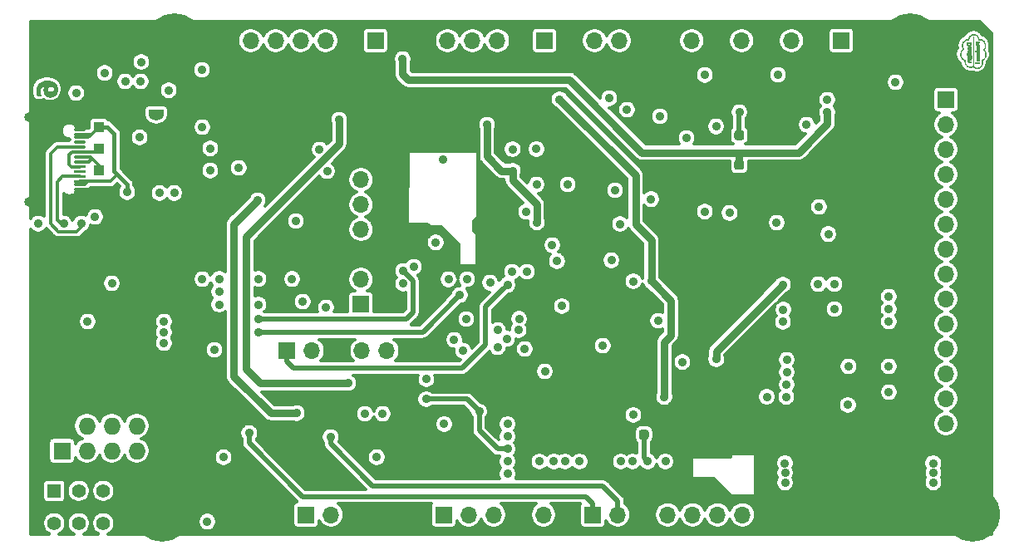
<source format=gbr>
G04 #@! TF.GenerationSoftware,KiCad,Pcbnew,5.1.6-c6e7f7d~87~ubuntu18.04.1*
G04 #@! TF.CreationDate,2020-10-25T15:07:58+02:00*
G04 #@! TF.ProjectId,PSLab,50534c61-622e-46b6-9963-61645f706362,v6.1*
G04 #@! TF.SameCoordinates,Original*
G04 #@! TF.FileFunction,Copper,L4,Bot*
G04 #@! TF.FilePolarity,Positive*
%FSLAX46Y46*%
G04 Gerber Fmt 4.6, Leading zero omitted, Abs format (unit mm)*
G04 Created by KiCad (PCBNEW 5.1.6-c6e7f7d~87~ubuntu18.04.1) date 2020-10-25 15:07:58*
%MOMM*%
%LPD*%
G01*
G04 APERTURE LIST*
G04 #@! TA.AperFunction,EtchedComponent*
%ADD10C,0.010000*%
G04 #@! TD*
G04 #@! TA.AperFunction,ComponentPad*
%ADD11O,2.100000X1.000000*%
G04 #@! TD*
G04 #@! TA.AperFunction,ComponentPad*
%ADD12O,2.000000X1.000000*%
G04 #@! TD*
G04 #@! TA.AperFunction,SMDPad,CuDef*
%ADD13R,1.000000X1.000000*%
G04 #@! TD*
G04 #@! TA.AperFunction,ComponentPad*
%ADD14R,1.700000X1.700000*%
G04 #@! TD*
G04 #@! TA.AperFunction,ComponentPad*
%ADD15O,1.700000X1.700000*%
G04 #@! TD*
G04 #@! TA.AperFunction,ComponentPad*
%ADD16R,1.400000X1.400000*%
G04 #@! TD*
G04 #@! TA.AperFunction,ComponentPad*
%ADD17C,1.400000*%
G04 #@! TD*
G04 #@! TA.AperFunction,ComponentPad*
%ADD18R,1.727200X1.727200*%
G04 #@! TD*
G04 #@! TA.AperFunction,ComponentPad*
%ADD19O,1.727200X1.727200*%
G04 #@! TD*
G04 #@! TA.AperFunction,ComponentPad*
%ADD20C,5.600000*%
G04 #@! TD*
G04 #@! TA.AperFunction,SMDPad,CuDef*
%ADD21C,0.100000*%
G04 #@! TD*
G04 #@! TA.AperFunction,ViaPad*
%ADD22C,0.914400*%
G04 #@! TD*
G04 #@! TA.AperFunction,Conductor*
%ADD23C,0.508000*%
G04 #@! TD*
G04 #@! TA.AperFunction,Conductor*
%ADD24C,0.304800*%
G04 #@! TD*
G04 #@! TA.AperFunction,Conductor*
%ADD25C,0.762000*%
G04 #@! TD*
G04 #@! TA.AperFunction,Conductor*
%ADD26C,0.406400*%
G04 #@! TD*
G04 #@! TA.AperFunction,Conductor*
%ADD27C,0.300000*%
G04 #@! TD*
G04 APERTURE END LIST*
D10*
G36*
X93256194Y-66839721D02*
G01*
X93301023Y-66841067D01*
X93338766Y-66843422D01*
X93341915Y-66843701D01*
X93453663Y-66857321D01*
X93557420Y-66877051D01*
X93653367Y-66902964D01*
X93741686Y-66935133D01*
X93822557Y-66973630D01*
X93896161Y-67018530D01*
X93962679Y-67069903D01*
X94006260Y-67110915D01*
X94060788Y-67173191D01*
X94106895Y-67240154D01*
X94144719Y-67312152D01*
X94174397Y-67389534D01*
X94196067Y-67472648D01*
X94209865Y-67561842D01*
X94215473Y-67641720D01*
X94215002Y-67741152D01*
X94206533Y-67835674D01*
X94190284Y-67924982D01*
X94166468Y-68008770D01*
X94135301Y-68086733D01*
X94096999Y-68158567D01*
X94051777Y-68223965D01*
X93999851Y-68282623D01*
X93941436Y-68334237D01*
X93876747Y-68378500D01*
X93805999Y-68415109D01*
X93729409Y-68443758D01*
X93647191Y-68464141D01*
X93632880Y-68466727D01*
X93600733Y-68471046D01*
X93562195Y-68474368D01*
X93520347Y-68476589D01*
X93478275Y-68477604D01*
X93439060Y-68477309D01*
X93405788Y-68475600D01*
X93396660Y-68474710D01*
X93313792Y-68460704D01*
X93236206Y-68438056D01*
X93163982Y-68406812D01*
X93097202Y-68367018D01*
X93035949Y-68318721D01*
X92980303Y-68261966D01*
X92947808Y-68221410D01*
X92905781Y-68156275D01*
X92871603Y-68085038D01*
X92845416Y-68008215D01*
X92827361Y-67926322D01*
X92817578Y-67839876D01*
X92816209Y-67749392D01*
X92816515Y-67740780D01*
X92820423Y-67697431D01*
X93162655Y-67697431D01*
X93167478Y-67746126D01*
X93175520Y-67779627D01*
X93193912Y-67823295D01*
X93220111Y-67860953D01*
X93254259Y-67892703D01*
X93296499Y-67918649D01*
X93346975Y-67938891D01*
X93405829Y-67953533D01*
X93423654Y-67956615D01*
X93448450Y-67959113D01*
X93480451Y-67960256D01*
X93517009Y-67960148D01*
X93555479Y-67958896D01*
X93593211Y-67956607D01*
X93627559Y-67953387D01*
X93655874Y-67949343D01*
X93667936Y-67946800D01*
X93722118Y-67929323D01*
X93768085Y-67905933D01*
X93805970Y-67876513D01*
X93835906Y-67840943D01*
X93858024Y-67799104D01*
X93868941Y-67765968D01*
X93873544Y-67739941D01*
X93876035Y-67707783D01*
X93876408Y-67673219D01*
X93874661Y-67639977D01*
X93870787Y-67611780D01*
X93869142Y-67604601D01*
X93852229Y-67558431D01*
X93827198Y-67518294D01*
X93794208Y-67484339D01*
X93753422Y-67456712D01*
X93705001Y-67435559D01*
X93673520Y-67426326D01*
X93620892Y-67416288D01*
X93564713Y-67410947D01*
X93507036Y-67410147D01*
X93449917Y-67413732D01*
X93395410Y-67421547D01*
X93345570Y-67433437D01*
X93302450Y-67449247D01*
X93289980Y-67455332D01*
X93258831Y-67475559D01*
X93229541Y-67501611D01*
X93204871Y-67530702D01*
X93188743Y-67557510D01*
X93173464Y-67600164D01*
X93164709Y-67647791D01*
X93162655Y-67697431D01*
X92820423Y-67697431D01*
X92824093Y-67656732D01*
X92839840Y-67576551D01*
X92863492Y-67501105D01*
X92894784Y-67431262D01*
X92927707Y-67376188D01*
X92947596Y-67346877D01*
X92925748Y-67349949D01*
X92844013Y-67364310D01*
X92771194Y-67383179D01*
X92707060Y-67406634D01*
X92651386Y-67434750D01*
X92628674Y-67449186D01*
X92578245Y-67489723D01*
X92534729Y-67537576D01*
X92498354Y-67592408D01*
X92469350Y-67653882D01*
X92450868Y-67710343D01*
X92446245Y-67728159D01*
X92442797Y-67743746D01*
X92440351Y-67759082D01*
X92438734Y-67776148D01*
X92437774Y-67796924D01*
X92437297Y-67823391D01*
X92437130Y-67857528D01*
X92437116Y-67867780D01*
X92437187Y-67905008D01*
X92437604Y-67934331D01*
X92438547Y-67958001D01*
X92440196Y-67978273D01*
X92442733Y-67997398D01*
X92446338Y-68017631D01*
X92450931Y-68040000D01*
X92465004Y-68097662D01*
X92483291Y-68159484D01*
X92504395Y-68221159D01*
X92526916Y-68278378D01*
X92532549Y-68291359D01*
X92555339Y-68342760D01*
X92169588Y-68342760D01*
X92164210Y-68328790D01*
X92153890Y-68298433D01*
X92142969Y-68260006D01*
X92131887Y-68215546D01*
X92121082Y-68167090D01*
X92110993Y-68116675D01*
X92102060Y-68066337D01*
X92094721Y-68018114D01*
X92091109Y-67989700D01*
X92087911Y-67954870D01*
X92085474Y-67913729D01*
X92083818Y-67868576D01*
X92082963Y-67821712D01*
X92082927Y-67775438D01*
X92083729Y-67732053D01*
X92085389Y-67693858D01*
X92087926Y-67663153D01*
X92088363Y-67659500D01*
X92104892Y-67561301D01*
X92129069Y-67469599D01*
X92161041Y-67384037D01*
X92200955Y-67304257D01*
X92248959Y-67229901D01*
X92284393Y-67184520D01*
X92347692Y-67116867D01*
X92418171Y-67056364D01*
X92495753Y-67003052D01*
X92580361Y-66956969D01*
X92671918Y-66918156D01*
X92770349Y-66886652D01*
X92875575Y-66862497D01*
X92924885Y-66854071D01*
X92959015Y-66849849D01*
X93001134Y-66846261D01*
X93049089Y-66843362D01*
X93100726Y-66841205D01*
X93153892Y-66839843D01*
X93206432Y-66839331D01*
X93256194Y-66839721D01*
G37*
X93256194Y-66839721D02*
X93301023Y-66841067D01*
X93338766Y-66843422D01*
X93341915Y-66843701D01*
X93453663Y-66857321D01*
X93557420Y-66877051D01*
X93653367Y-66902964D01*
X93741686Y-66935133D01*
X93822557Y-66973630D01*
X93896161Y-67018530D01*
X93962679Y-67069903D01*
X94006260Y-67110915D01*
X94060788Y-67173191D01*
X94106895Y-67240154D01*
X94144719Y-67312152D01*
X94174397Y-67389534D01*
X94196067Y-67472648D01*
X94209865Y-67561842D01*
X94215473Y-67641720D01*
X94215002Y-67741152D01*
X94206533Y-67835674D01*
X94190284Y-67924982D01*
X94166468Y-68008770D01*
X94135301Y-68086733D01*
X94096999Y-68158567D01*
X94051777Y-68223965D01*
X93999851Y-68282623D01*
X93941436Y-68334237D01*
X93876747Y-68378500D01*
X93805999Y-68415109D01*
X93729409Y-68443758D01*
X93647191Y-68464141D01*
X93632880Y-68466727D01*
X93600733Y-68471046D01*
X93562195Y-68474368D01*
X93520347Y-68476589D01*
X93478275Y-68477604D01*
X93439060Y-68477309D01*
X93405788Y-68475600D01*
X93396660Y-68474710D01*
X93313792Y-68460704D01*
X93236206Y-68438056D01*
X93163982Y-68406812D01*
X93097202Y-68367018D01*
X93035949Y-68318721D01*
X92980303Y-68261966D01*
X92947808Y-68221410D01*
X92905781Y-68156275D01*
X92871603Y-68085038D01*
X92845416Y-68008215D01*
X92827361Y-67926322D01*
X92817578Y-67839876D01*
X92816209Y-67749392D01*
X92816515Y-67740780D01*
X92820423Y-67697431D01*
X93162655Y-67697431D01*
X93167478Y-67746126D01*
X93175520Y-67779627D01*
X93193912Y-67823295D01*
X93220111Y-67860953D01*
X93254259Y-67892703D01*
X93296499Y-67918649D01*
X93346975Y-67938891D01*
X93405829Y-67953533D01*
X93423654Y-67956615D01*
X93448450Y-67959113D01*
X93480451Y-67960256D01*
X93517009Y-67960148D01*
X93555479Y-67958896D01*
X93593211Y-67956607D01*
X93627559Y-67953387D01*
X93655874Y-67949343D01*
X93667936Y-67946800D01*
X93722118Y-67929323D01*
X93768085Y-67905933D01*
X93805970Y-67876513D01*
X93835906Y-67840943D01*
X93858024Y-67799104D01*
X93868941Y-67765968D01*
X93873544Y-67739941D01*
X93876035Y-67707783D01*
X93876408Y-67673219D01*
X93874661Y-67639977D01*
X93870787Y-67611780D01*
X93869142Y-67604601D01*
X93852229Y-67558431D01*
X93827198Y-67518294D01*
X93794208Y-67484339D01*
X93753422Y-67456712D01*
X93705001Y-67435559D01*
X93673520Y-67426326D01*
X93620892Y-67416288D01*
X93564713Y-67410947D01*
X93507036Y-67410147D01*
X93449917Y-67413732D01*
X93395410Y-67421547D01*
X93345570Y-67433437D01*
X93302450Y-67449247D01*
X93289980Y-67455332D01*
X93258831Y-67475559D01*
X93229541Y-67501611D01*
X93204871Y-67530702D01*
X93188743Y-67557510D01*
X93173464Y-67600164D01*
X93164709Y-67647791D01*
X93162655Y-67697431D01*
X92820423Y-67697431D01*
X92824093Y-67656732D01*
X92839840Y-67576551D01*
X92863492Y-67501105D01*
X92894784Y-67431262D01*
X92927707Y-67376188D01*
X92947596Y-67346877D01*
X92925748Y-67349949D01*
X92844013Y-67364310D01*
X92771194Y-67383179D01*
X92707060Y-67406634D01*
X92651386Y-67434750D01*
X92628674Y-67449186D01*
X92578245Y-67489723D01*
X92534729Y-67537576D01*
X92498354Y-67592408D01*
X92469350Y-67653882D01*
X92450868Y-67710343D01*
X92446245Y-67728159D01*
X92442797Y-67743746D01*
X92440351Y-67759082D01*
X92438734Y-67776148D01*
X92437774Y-67796924D01*
X92437297Y-67823391D01*
X92437130Y-67857528D01*
X92437116Y-67867780D01*
X92437187Y-67905008D01*
X92437604Y-67934331D01*
X92438547Y-67958001D01*
X92440196Y-67978273D01*
X92442733Y-67997398D01*
X92446338Y-68017631D01*
X92450931Y-68040000D01*
X92465004Y-68097662D01*
X92483291Y-68159484D01*
X92504395Y-68221159D01*
X92526916Y-68278378D01*
X92532549Y-68291359D01*
X92555339Y-68342760D01*
X92169588Y-68342760D01*
X92164210Y-68328790D01*
X92153890Y-68298433D01*
X92142969Y-68260006D01*
X92131887Y-68215546D01*
X92121082Y-68167090D01*
X92110993Y-68116675D01*
X92102060Y-68066337D01*
X92094721Y-68018114D01*
X92091109Y-67989700D01*
X92087911Y-67954870D01*
X92085474Y-67913729D01*
X92083818Y-67868576D01*
X92082963Y-67821712D01*
X92082927Y-67775438D01*
X92083729Y-67732053D01*
X92085389Y-67693858D01*
X92087926Y-67663153D01*
X92088363Y-67659500D01*
X92104892Y-67561301D01*
X92129069Y-67469599D01*
X92161041Y-67384037D01*
X92200955Y-67304257D01*
X92248959Y-67229901D01*
X92284393Y-67184520D01*
X92347692Y-67116867D01*
X92418171Y-67056364D01*
X92495753Y-67003052D01*
X92580361Y-66956969D01*
X92671918Y-66918156D01*
X92770349Y-66886652D01*
X92875575Y-66862497D01*
X92924885Y-66854071D01*
X92959015Y-66849849D01*
X93001134Y-66846261D01*
X93049089Y-66843362D01*
X93100726Y-66841205D01*
X93153892Y-66839843D01*
X93206432Y-66839331D01*
X93256194Y-66839721D01*
G36*
X187570773Y-62102347D02*
G01*
X187596986Y-62102858D01*
X187617591Y-62104049D01*
X187634863Y-62106116D01*
X187651076Y-62109255D01*
X187668505Y-62113664D01*
X187668760Y-62113734D01*
X187704116Y-62125206D01*
X187743240Y-62140935D01*
X187782224Y-62159154D01*
X187817161Y-62178100D01*
X187832323Y-62187581D01*
X187890052Y-62231895D01*
X187942696Y-62284201D01*
X187989391Y-62343250D01*
X188029272Y-62407793D01*
X188061478Y-62476581D01*
X188085142Y-62548365D01*
X188087098Y-62556033D01*
X188097957Y-62599820D01*
X188176728Y-62600205D01*
X188209387Y-62600586D01*
X188234675Y-62601563D01*
X188255379Y-62603433D01*
X188274282Y-62606494D01*
X188294170Y-62611042D01*
X188305168Y-62613917D01*
X188351838Y-62629055D01*
X188399938Y-62649291D01*
X188445480Y-62672781D01*
X188481122Y-62695277D01*
X188534127Y-62738394D01*
X188583514Y-62789632D01*
X188628049Y-62847236D01*
X188666497Y-62909451D01*
X188697623Y-62974520D01*
X188717661Y-63031647D01*
X188730572Y-63081646D01*
X188739137Y-63129056D01*
X188743763Y-63177385D01*
X188744857Y-63230141D01*
X188744181Y-63260035D01*
X188737789Y-63339748D01*
X188724013Y-63413524D01*
X188702373Y-63482879D01*
X188672394Y-63549327D01*
X188633596Y-63614381D01*
X188631379Y-63617679D01*
X188602657Y-63660179D01*
X188618371Y-63678639D01*
X188668577Y-63743187D01*
X188709304Y-63808197D01*
X188741184Y-63875114D01*
X188764850Y-63945388D01*
X188780935Y-64020465D01*
X188786721Y-64063794D01*
X188789974Y-64132812D01*
X188785620Y-64204780D01*
X188774123Y-64277096D01*
X188755950Y-64347158D01*
X188731563Y-64412364D01*
X188720126Y-64436598D01*
X188690365Y-64488259D01*
X188654033Y-64539361D01*
X188613309Y-64587248D01*
X188570371Y-64629263D01*
X188545060Y-64650086D01*
X188525287Y-64664306D01*
X188502613Y-64679293D01*
X188479406Y-64693621D01*
X188458034Y-64705863D01*
X188440865Y-64714591D01*
X188432577Y-64717858D01*
X188426065Y-64720568D01*
X188424092Y-64725458D01*
X188426118Y-64735574D01*
X188428188Y-64742630D01*
X188438380Y-64785576D01*
X188445653Y-64835345D01*
X188449860Y-64888984D01*
X188450855Y-64943542D01*
X188448490Y-64996066D01*
X188443042Y-65041134D01*
X188427826Y-65108220D01*
X188405156Y-65175356D01*
X188376191Y-65239785D01*
X188342087Y-65298753D01*
X188323860Y-65324806D01*
X188273546Y-65384470D01*
X188218290Y-65435721D01*
X188158567Y-65478298D01*
X188094857Y-65511939D01*
X188027636Y-65536384D01*
X187957382Y-65551373D01*
X187899900Y-65556361D01*
X187871733Y-65556746D01*
X187843241Y-65556232D01*
X187818214Y-65554932D01*
X187803819Y-65553486D01*
X187769691Y-65546699D01*
X187730641Y-65535611D01*
X187690256Y-65521475D01*
X187652121Y-65505542D01*
X187620500Y-65489457D01*
X187587917Y-65469863D01*
X187561220Y-65451584D01*
X187536913Y-65432039D01*
X187512901Y-65409994D01*
X187486583Y-65384701D01*
X187445339Y-65406159D01*
X187377586Y-65436180D01*
X187309005Y-65456125D01*
X187239318Y-65466066D01*
X187202108Y-65467302D01*
X187130253Y-65462136D01*
X187060913Y-65447502D01*
X186994659Y-65423905D01*
X186932062Y-65391848D01*
X186873691Y-65351837D01*
X186820120Y-65304374D01*
X186771917Y-65249966D01*
X186729654Y-65189116D01*
X186693902Y-65122328D01*
X186665232Y-65050107D01*
X186644593Y-64974720D01*
X186640786Y-64954124D01*
X186638080Y-64931613D01*
X186636329Y-64905065D01*
X186635387Y-64872354D01*
X186635111Y-64836930D01*
X186634980Y-64742320D01*
X186611230Y-64736228D01*
X186590817Y-64729344D01*
X186564554Y-64718107D01*
X186535014Y-64703844D01*
X186504772Y-64687880D01*
X186476400Y-64671542D01*
X186452474Y-64656156D01*
X186444220Y-64650183D01*
X186412444Y-64623490D01*
X186378970Y-64590994D01*
X186346816Y-64555888D01*
X186319000Y-64521364D01*
X186308677Y-64506831D01*
X186267116Y-64436659D01*
X186235044Y-64363272D01*
X186212366Y-64286346D01*
X186198984Y-64205554D01*
X186195654Y-64140503D01*
X186237653Y-64140503D01*
X186243406Y-64212674D01*
X186257157Y-64283882D01*
X186278964Y-64353256D01*
X186308883Y-64419926D01*
X186346974Y-64483022D01*
X186393291Y-64541673D01*
X186411758Y-64561295D01*
X186466606Y-64610042D01*
X186526303Y-64649973D01*
X186590511Y-64680882D01*
X186633116Y-64695627D01*
X186651953Y-64701719D01*
X186667302Y-64707589D01*
X186676226Y-64712096D01*
X186676830Y-64712585D01*
X186679477Y-64717403D01*
X186680585Y-64726628D01*
X186680162Y-64741942D01*
X186678217Y-64765024D01*
X186677160Y-64775422D01*
X186674335Y-64849488D01*
X186680875Y-64924172D01*
X186696318Y-64998084D01*
X186720197Y-65069834D01*
X186752050Y-65138032D01*
X186791412Y-65201289D01*
X186837818Y-65258216D01*
X186838880Y-65259350D01*
X186891945Y-65309111D01*
X186948971Y-65350085D01*
X187009211Y-65382152D01*
X187071922Y-65405195D01*
X187136357Y-65419096D01*
X187201772Y-65423736D01*
X187267420Y-65418998D01*
X187332558Y-65404763D01*
X187396438Y-65380914D01*
X187445151Y-65355420D01*
X187462532Y-65345776D01*
X187477512Y-65338677D01*
X187487220Y-65335464D01*
X187488068Y-65335400D01*
X187495735Y-65338714D01*
X187508376Y-65347573D01*
X187523768Y-65360347D01*
X187530607Y-65366571D01*
X187583306Y-65411502D01*
X187636259Y-65447442D01*
X187691368Y-65475427D01*
X187750534Y-65496491D01*
X187786173Y-65505655D01*
X187808366Y-65509256D01*
X187836590Y-65511191D01*
X187872476Y-65511546D01*
X187892280Y-65511196D01*
X187924790Y-65510103D01*
X187950050Y-65508388D01*
X187970964Y-65505678D01*
X187990437Y-65501602D01*
X188010584Y-65496024D01*
X188078423Y-65470544D01*
X188141252Y-65436475D01*
X188198671Y-65394281D01*
X188250281Y-65344426D01*
X188295681Y-65287376D01*
X188334471Y-65223594D01*
X188366254Y-65153545D01*
X188390627Y-65077694D01*
X188398269Y-65045572D01*
X188402753Y-65019859D01*
X188405646Y-64990782D01*
X188407130Y-64955901D01*
X188407429Y-64923920D01*
X188407176Y-64891148D01*
X188406268Y-64865493D01*
X188404387Y-64843918D01*
X188401215Y-64823386D01*
X188396434Y-64800858D01*
X188393062Y-64786760D01*
X188385240Y-64755109D01*
X188379765Y-64731814D01*
X188376926Y-64715282D01*
X188377012Y-64703919D01*
X188380313Y-64696132D01*
X188387117Y-64690328D01*
X188397713Y-64684914D01*
X188412391Y-64678296D01*
X188412763Y-64678124D01*
X188476859Y-64643094D01*
X188534922Y-64600441D01*
X188586632Y-64550942D01*
X188631668Y-64495378D01*
X188669709Y-64434527D01*
X188700433Y-64369168D01*
X188723519Y-64300081D01*
X188738647Y-64228044D01*
X188745496Y-64153836D01*
X188743743Y-64078236D01*
X188733069Y-64002024D01*
X188717303Y-63939189D01*
X188699184Y-63890002D01*
X188674640Y-63839011D01*
X188645355Y-63789024D01*
X188613011Y-63742851D01*
X188579292Y-63703300D01*
X188570840Y-63694772D01*
X188558716Y-63681798D01*
X188550311Y-63670587D01*
X188547609Y-63664292D01*
X188550519Y-63657046D01*
X188558333Y-63643978D01*
X188569690Y-63627264D01*
X188577365Y-63616755D01*
X188618875Y-63553831D01*
X188652276Y-63486378D01*
X188678106Y-63413200D01*
X188690027Y-63366792D01*
X188695987Y-63331653D01*
X188700002Y-63289877D01*
X188701996Y-63244815D01*
X188701894Y-63199816D01*
X188699618Y-63158230D01*
X188695493Y-63125600D01*
X188677990Y-63051726D01*
X188652802Y-62982118D01*
X188620544Y-62917352D01*
X188581831Y-62858004D01*
X188537279Y-62804650D01*
X188487504Y-62757867D01*
X188433122Y-62718230D01*
X188374747Y-62686316D01*
X188312996Y-62662701D01*
X188248485Y-62647961D01*
X188181829Y-62642673D01*
X188179485Y-62642666D01*
X188154335Y-62643157D01*
X188129885Y-62644487D01*
X188109960Y-62646414D01*
X188103214Y-62647464D01*
X188084205Y-62649986D01*
X188071568Y-62647849D01*
X188063404Y-62639541D01*
X188057818Y-62623551D01*
X188054768Y-62608853D01*
X188036233Y-62535813D01*
X188008353Y-62465073D01*
X187971910Y-62398110D01*
X187927683Y-62336401D01*
X187887693Y-62292278D01*
X187832775Y-62244275D01*
X187774505Y-62205516D01*
X187713618Y-62175939D01*
X187650850Y-62155487D01*
X187586933Y-62144099D01*
X187522603Y-62141716D01*
X187458594Y-62148278D01*
X187395641Y-62163726D01*
X187334478Y-62188000D01*
X187275839Y-62221041D01*
X187220458Y-62262790D01*
X187169071Y-62313187D01*
X187136187Y-62353156D01*
X187099925Y-62408057D01*
X187068586Y-62469097D01*
X187043540Y-62533144D01*
X187026156Y-62597063D01*
X187023374Y-62611478D01*
X187019484Y-62629946D01*
X187015308Y-62644307D01*
X187011679Y-62651758D01*
X187011315Y-62652058D01*
X187004553Y-62653299D01*
X186989522Y-62654403D01*
X186968116Y-62655281D01*
X186942225Y-62655845D01*
X186927080Y-62655988D01*
X186889724Y-62656607D01*
X186860715Y-62658128D01*
X186838264Y-62660696D01*
X186820587Y-62664460D01*
X186819140Y-62664870D01*
X186747183Y-62690823D01*
X186680814Y-62725088D01*
X186620427Y-62767243D01*
X186566416Y-62816869D01*
X186519175Y-62873545D01*
X186479098Y-62936850D01*
X186446579Y-63006364D01*
X186422011Y-63081666D01*
X186419532Y-63091412D01*
X186405974Y-63166394D01*
X186401522Y-63242979D01*
X186405975Y-63319716D01*
X186419129Y-63395157D01*
X186440780Y-63467849D01*
X186470726Y-63536344D01*
X186485675Y-63563422D01*
X186496241Y-63583581D01*
X186499773Y-63598638D01*
X186495772Y-63611270D01*
X186483740Y-63624157D01*
X186472729Y-63632920D01*
X186416550Y-63681459D01*
X186367912Y-63735998D01*
X186326872Y-63795668D01*
X186293488Y-63859597D01*
X186267817Y-63926916D01*
X186249916Y-63996754D01*
X186239843Y-64068239D01*
X186237653Y-64140503D01*
X186195654Y-64140503D01*
X186194794Y-64123722D01*
X186199495Y-64038449D01*
X186213482Y-63957280D01*
X186236749Y-63880231D01*
X186269291Y-63807318D01*
X186311104Y-63738557D01*
X186325319Y-63718921D01*
X186349300Y-63689337D01*
X186376885Y-63659021D01*
X186405232Y-63630919D01*
X186431497Y-63607973D01*
X186435550Y-63604796D01*
X186449480Y-63594100D01*
X186424404Y-63541460D01*
X186394448Y-63467569D01*
X186373565Y-63391580D01*
X186361558Y-63314371D01*
X186358229Y-63236823D01*
X186363382Y-63159817D01*
X186376818Y-63084232D01*
X186398341Y-63010948D01*
X186427752Y-62940847D01*
X186464855Y-62874807D01*
X186509452Y-62813710D01*
X186561345Y-62758435D01*
X186609083Y-62718164D01*
X186644875Y-62693945D01*
X186686148Y-62670655D01*
X186729299Y-62650087D01*
X186770726Y-62634032D01*
X186789920Y-62628190D01*
X186821813Y-62620840D01*
X186856475Y-62614950D01*
X186890909Y-62610864D01*
X186922119Y-62608922D01*
X186947109Y-62609468D01*
X186950609Y-62609843D01*
X186966226Y-62611515D01*
X186974586Y-62610803D01*
X186978501Y-62606682D01*
X186980618Y-62598892D01*
X186983344Y-62587629D01*
X186987987Y-62569716D01*
X186993727Y-62548288D01*
X186996305Y-62538860D01*
X187020453Y-62468338D01*
X187052770Y-62401211D01*
X187092414Y-62338484D01*
X187138547Y-62281161D01*
X187190328Y-62230247D01*
X187246917Y-62186747D01*
X187307474Y-62151664D01*
X187327987Y-62142191D01*
X187361687Y-62128293D01*
X187391359Y-62117983D01*
X187419678Y-62110751D01*
X187449315Y-62106085D01*
X187482946Y-62103476D01*
X187523242Y-62102412D01*
X187536680Y-62102319D01*
X187570773Y-62102347D01*
G37*
X187570773Y-62102347D02*
X187596986Y-62102858D01*
X187617591Y-62104049D01*
X187634863Y-62106116D01*
X187651076Y-62109255D01*
X187668505Y-62113664D01*
X187668760Y-62113734D01*
X187704116Y-62125206D01*
X187743240Y-62140935D01*
X187782224Y-62159154D01*
X187817161Y-62178100D01*
X187832323Y-62187581D01*
X187890052Y-62231895D01*
X187942696Y-62284201D01*
X187989391Y-62343250D01*
X188029272Y-62407793D01*
X188061478Y-62476581D01*
X188085142Y-62548365D01*
X188087098Y-62556033D01*
X188097957Y-62599820D01*
X188176728Y-62600205D01*
X188209387Y-62600586D01*
X188234675Y-62601563D01*
X188255379Y-62603433D01*
X188274282Y-62606494D01*
X188294170Y-62611042D01*
X188305168Y-62613917D01*
X188351838Y-62629055D01*
X188399938Y-62649291D01*
X188445480Y-62672781D01*
X188481122Y-62695277D01*
X188534127Y-62738394D01*
X188583514Y-62789632D01*
X188628049Y-62847236D01*
X188666497Y-62909451D01*
X188697623Y-62974520D01*
X188717661Y-63031647D01*
X188730572Y-63081646D01*
X188739137Y-63129056D01*
X188743763Y-63177385D01*
X188744857Y-63230141D01*
X188744181Y-63260035D01*
X188737789Y-63339748D01*
X188724013Y-63413524D01*
X188702373Y-63482879D01*
X188672394Y-63549327D01*
X188633596Y-63614381D01*
X188631379Y-63617679D01*
X188602657Y-63660179D01*
X188618371Y-63678639D01*
X188668577Y-63743187D01*
X188709304Y-63808197D01*
X188741184Y-63875114D01*
X188764850Y-63945388D01*
X188780935Y-64020465D01*
X188786721Y-64063794D01*
X188789974Y-64132812D01*
X188785620Y-64204780D01*
X188774123Y-64277096D01*
X188755950Y-64347158D01*
X188731563Y-64412364D01*
X188720126Y-64436598D01*
X188690365Y-64488259D01*
X188654033Y-64539361D01*
X188613309Y-64587248D01*
X188570371Y-64629263D01*
X188545060Y-64650086D01*
X188525287Y-64664306D01*
X188502613Y-64679293D01*
X188479406Y-64693621D01*
X188458034Y-64705863D01*
X188440865Y-64714591D01*
X188432577Y-64717858D01*
X188426065Y-64720568D01*
X188424092Y-64725458D01*
X188426118Y-64735574D01*
X188428188Y-64742630D01*
X188438380Y-64785576D01*
X188445653Y-64835345D01*
X188449860Y-64888984D01*
X188450855Y-64943542D01*
X188448490Y-64996066D01*
X188443042Y-65041134D01*
X188427826Y-65108220D01*
X188405156Y-65175356D01*
X188376191Y-65239785D01*
X188342087Y-65298753D01*
X188323860Y-65324806D01*
X188273546Y-65384470D01*
X188218290Y-65435721D01*
X188158567Y-65478298D01*
X188094857Y-65511939D01*
X188027636Y-65536384D01*
X187957382Y-65551373D01*
X187899900Y-65556361D01*
X187871733Y-65556746D01*
X187843241Y-65556232D01*
X187818214Y-65554932D01*
X187803819Y-65553486D01*
X187769691Y-65546699D01*
X187730641Y-65535611D01*
X187690256Y-65521475D01*
X187652121Y-65505542D01*
X187620500Y-65489457D01*
X187587917Y-65469863D01*
X187561220Y-65451584D01*
X187536913Y-65432039D01*
X187512901Y-65409994D01*
X187486583Y-65384701D01*
X187445339Y-65406159D01*
X187377586Y-65436180D01*
X187309005Y-65456125D01*
X187239318Y-65466066D01*
X187202108Y-65467302D01*
X187130253Y-65462136D01*
X187060913Y-65447502D01*
X186994659Y-65423905D01*
X186932062Y-65391848D01*
X186873691Y-65351837D01*
X186820120Y-65304374D01*
X186771917Y-65249966D01*
X186729654Y-65189116D01*
X186693902Y-65122328D01*
X186665232Y-65050107D01*
X186644593Y-64974720D01*
X186640786Y-64954124D01*
X186638080Y-64931613D01*
X186636329Y-64905065D01*
X186635387Y-64872354D01*
X186635111Y-64836930D01*
X186634980Y-64742320D01*
X186611230Y-64736228D01*
X186590817Y-64729344D01*
X186564554Y-64718107D01*
X186535014Y-64703844D01*
X186504772Y-64687880D01*
X186476400Y-64671542D01*
X186452474Y-64656156D01*
X186444220Y-64650183D01*
X186412444Y-64623490D01*
X186378970Y-64590994D01*
X186346816Y-64555888D01*
X186319000Y-64521364D01*
X186308677Y-64506831D01*
X186267116Y-64436659D01*
X186235044Y-64363272D01*
X186212366Y-64286346D01*
X186198984Y-64205554D01*
X186195654Y-64140503D01*
X186237653Y-64140503D01*
X186243406Y-64212674D01*
X186257157Y-64283882D01*
X186278964Y-64353256D01*
X186308883Y-64419926D01*
X186346974Y-64483022D01*
X186393291Y-64541673D01*
X186411758Y-64561295D01*
X186466606Y-64610042D01*
X186526303Y-64649973D01*
X186590511Y-64680882D01*
X186633116Y-64695627D01*
X186651953Y-64701719D01*
X186667302Y-64707589D01*
X186676226Y-64712096D01*
X186676830Y-64712585D01*
X186679477Y-64717403D01*
X186680585Y-64726628D01*
X186680162Y-64741942D01*
X186678217Y-64765024D01*
X186677160Y-64775422D01*
X186674335Y-64849488D01*
X186680875Y-64924172D01*
X186696318Y-64998084D01*
X186720197Y-65069834D01*
X186752050Y-65138032D01*
X186791412Y-65201289D01*
X186837818Y-65258216D01*
X186838880Y-65259350D01*
X186891945Y-65309111D01*
X186948971Y-65350085D01*
X187009211Y-65382152D01*
X187071922Y-65405195D01*
X187136357Y-65419096D01*
X187201772Y-65423736D01*
X187267420Y-65418998D01*
X187332558Y-65404763D01*
X187396438Y-65380914D01*
X187445151Y-65355420D01*
X187462532Y-65345776D01*
X187477512Y-65338677D01*
X187487220Y-65335464D01*
X187488068Y-65335400D01*
X187495735Y-65338714D01*
X187508376Y-65347573D01*
X187523768Y-65360347D01*
X187530607Y-65366571D01*
X187583306Y-65411502D01*
X187636259Y-65447442D01*
X187691368Y-65475427D01*
X187750534Y-65496491D01*
X187786173Y-65505655D01*
X187808366Y-65509256D01*
X187836590Y-65511191D01*
X187872476Y-65511546D01*
X187892280Y-65511196D01*
X187924790Y-65510103D01*
X187950050Y-65508388D01*
X187970964Y-65505678D01*
X187990437Y-65501602D01*
X188010584Y-65496024D01*
X188078423Y-65470544D01*
X188141252Y-65436475D01*
X188198671Y-65394281D01*
X188250281Y-65344426D01*
X188295681Y-65287376D01*
X188334471Y-65223594D01*
X188366254Y-65153545D01*
X188390627Y-65077694D01*
X188398269Y-65045572D01*
X188402753Y-65019859D01*
X188405646Y-64990782D01*
X188407130Y-64955901D01*
X188407429Y-64923920D01*
X188407176Y-64891148D01*
X188406268Y-64865493D01*
X188404387Y-64843918D01*
X188401215Y-64823386D01*
X188396434Y-64800858D01*
X188393062Y-64786760D01*
X188385240Y-64755109D01*
X188379765Y-64731814D01*
X188376926Y-64715282D01*
X188377012Y-64703919D01*
X188380313Y-64696132D01*
X188387117Y-64690328D01*
X188397713Y-64684914D01*
X188412391Y-64678296D01*
X188412763Y-64678124D01*
X188476859Y-64643094D01*
X188534922Y-64600441D01*
X188586632Y-64550942D01*
X188631668Y-64495378D01*
X188669709Y-64434527D01*
X188700433Y-64369168D01*
X188723519Y-64300081D01*
X188738647Y-64228044D01*
X188745496Y-64153836D01*
X188743743Y-64078236D01*
X188733069Y-64002024D01*
X188717303Y-63939189D01*
X188699184Y-63890002D01*
X188674640Y-63839011D01*
X188645355Y-63789024D01*
X188613011Y-63742851D01*
X188579292Y-63703300D01*
X188570840Y-63694772D01*
X188558716Y-63681798D01*
X188550311Y-63670587D01*
X188547609Y-63664292D01*
X188550519Y-63657046D01*
X188558333Y-63643978D01*
X188569690Y-63627264D01*
X188577365Y-63616755D01*
X188618875Y-63553831D01*
X188652276Y-63486378D01*
X188678106Y-63413200D01*
X188690027Y-63366792D01*
X188695987Y-63331653D01*
X188700002Y-63289877D01*
X188701996Y-63244815D01*
X188701894Y-63199816D01*
X188699618Y-63158230D01*
X188695493Y-63125600D01*
X188677990Y-63051726D01*
X188652802Y-62982118D01*
X188620544Y-62917352D01*
X188581831Y-62858004D01*
X188537279Y-62804650D01*
X188487504Y-62757867D01*
X188433122Y-62718230D01*
X188374747Y-62686316D01*
X188312996Y-62662701D01*
X188248485Y-62647961D01*
X188181829Y-62642673D01*
X188179485Y-62642666D01*
X188154335Y-62643157D01*
X188129885Y-62644487D01*
X188109960Y-62646414D01*
X188103214Y-62647464D01*
X188084205Y-62649986D01*
X188071568Y-62647849D01*
X188063404Y-62639541D01*
X188057818Y-62623551D01*
X188054768Y-62608853D01*
X188036233Y-62535813D01*
X188008353Y-62465073D01*
X187971910Y-62398110D01*
X187927683Y-62336401D01*
X187887693Y-62292278D01*
X187832775Y-62244275D01*
X187774505Y-62205516D01*
X187713618Y-62175939D01*
X187650850Y-62155487D01*
X187586933Y-62144099D01*
X187522603Y-62141716D01*
X187458594Y-62148278D01*
X187395641Y-62163726D01*
X187334478Y-62188000D01*
X187275839Y-62221041D01*
X187220458Y-62262790D01*
X187169071Y-62313187D01*
X187136187Y-62353156D01*
X187099925Y-62408057D01*
X187068586Y-62469097D01*
X187043540Y-62533144D01*
X187026156Y-62597063D01*
X187023374Y-62611478D01*
X187019484Y-62629946D01*
X187015308Y-62644307D01*
X187011679Y-62651758D01*
X187011315Y-62652058D01*
X187004553Y-62653299D01*
X186989522Y-62654403D01*
X186968116Y-62655281D01*
X186942225Y-62655845D01*
X186927080Y-62655988D01*
X186889724Y-62656607D01*
X186860715Y-62658128D01*
X186838264Y-62660696D01*
X186820587Y-62664460D01*
X186819140Y-62664870D01*
X186747183Y-62690823D01*
X186680814Y-62725088D01*
X186620427Y-62767243D01*
X186566416Y-62816869D01*
X186519175Y-62873545D01*
X186479098Y-62936850D01*
X186446579Y-63006364D01*
X186422011Y-63081666D01*
X186419532Y-63091412D01*
X186405974Y-63166394D01*
X186401522Y-63242979D01*
X186405975Y-63319716D01*
X186419129Y-63395157D01*
X186440780Y-63467849D01*
X186470726Y-63536344D01*
X186485675Y-63563422D01*
X186496241Y-63583581D01*
X186499773Y-63598638D01*
X186495772Y-63611270D01*
X186483740Y-63624157D01*
X186472729Y-63632920D01*
X186416550Y-63681459D01*
X186367912Y-63735998D01*
X186326872Y-63795668D01*
X186293488Y-63859597D01*
X186267817Y-63926916D01*
X186249916Y-63996754D01*
X186239843Y-64068239D01*
X186237653Y-64140503D01*
X186195654Y-64140503D01*
X186194794Y-64123722D01*
X186199495Y-64038449D01*
X186213482Y-63957280D01*
X186236749Y-63880231D01*
X186269291Y-63807318D01*
X186311104Y-63738557D01*
X186325319Y-63718921D01*
X186349300Y-63689337D01*
X186376885Y-63659021D01*
X186405232Y-63630919D01*
X186431497Y-63607973D01*
X186435550Y-63604796D01*
X186449480Y-63594100D01*
X186424404Y-63541460D01*
X186394448Y-63467569D01*
X186373565Y-63391580D01*
X186361558Y-63314371D01*
X186358229Y-63236823D01*
X186363382Y-63159817D01*
X186376818Y-63084232D01*
X186398341Y-63010948D01*
X186427752Y-62940847D01*
X186464855Y-62874807D01*
X186509452Y-62813710D01*
X186561345Y-62758435D01*
X186609083Y-62718164D01*
X186644875Y-62693945D01*
X186686148Y-62670655D01*
X186729299Y-62650087D01*
X186770726Y-62634032D01*
X186789920Y-62628190D01*
X186821813Y-62620840D01*
X186856475Y-62614950D01*
X186890909Y-62610864D01*
X186922119Y-62608922D01*
X186947109Y-62609468D01*
X186950609Y-62609843D01*
X186966226Y-62611515D01*
X186974586Y-62610803D01*
X186978501Y-62606682D01*
X186980618Y-62598892D01*
X186983344Y-62587629D01*
X186987987Y-62569716D01*
X186993727Y-62548288D01*
X186996305Y-62538860D01*
X187020453Y-62468338D01*
X187052770Y-62401211D01*
X187092414Y-62338484D01*
X187138547Y-62281161D01*
X187190328Y-62230247D01*
X187246917Y-62186747D01*
X187307474Y-62151664D01*
X187327987Y-62142191D01*
X187361687Y-62128293D01*
X187391359Y-62117983D01*
X187419678Y-62110751D01*
X187449315Y-62106085D01*
X187482946Y-62103476D01*
X187523242Y-62102412D01*
X187536680Y-62102319D01*
X187570773Y-62102347D01*
G36*
X187551920Y-65183000D02*
G01*
X187496040Y-65183000D01*
X187496040Y-62338200D01*
X187551920Y-62338200D01*
X187551920Y-65183000D01*
G37*
X187551920Y-65183000D02*
X187496040Y-65183000D01*
X187496040Y-62338200D01*
X187551920Y-62338200D01*
X187551920Y-65183000D01*
G36*
X188151360Y-65020440D02*
G01*
X187729720Y-65020440D01*
X187729720Y-64918840D01*
X188151360Y-64918840D01*
X188151360Y-65020440D01*
G37*
X188151360Y-65020440D02*
X187729720Y-65020440D01*
X187729720Y-64918840D01*
X188151360Y-64918840D01*
X188151360Y-65020440D01*
G36*
X187272520Y-64740424D02*
G01*
X187177270Y-64742002D01*
X187143703Y-64742624D01*
X187118692Y-64743347D01*
X187100633Y-64744360D01*
X187087923Y-64745854D01*
X187078957Y-64748018D01*
X187072131Y-64751043D01*
X187065842Y-64755118D01*
X187065688Y-64755228D01*
X187051150Y-64770501D01*
X187043100Y-64789307D01*
X187042605Y-64808423D01*
X187045348Y-64816730D01*
X187050190Y-64825053D01*
X187056590Y-64831382D01*
X187065894Y-64835986D01*
X187079451Y-64839133D01*
X187098608Y-64841094D01*
X187124711Y-64842136D01*
X187159109Y-64842529D01*
X187174730Y-64842565D01*
X187272520Y-64842640D01*
X187272520Y-64944240D01*
X187164570Y-64943886D01*
X187122965Y-64943516D01*
X187090300Y-64942665D01*
X187065363Y-64941260D01*
X187046939Y-64939230D01*
X187033819Y-64936505D01*
X187032512Y-64936118D01*
X187005617Y-64923028D01*
X186984949Y-64903196D01*
X186970953Y-64878235D01*
X186964072Y-64849758D01*
X186964752Y-64819378D01*
X186973437Y-64788706D01*
X186985667Y-64766191D01*
X187002592Y-64741040D01*
X186972800Y-64741040D01*
X186972800Y-64639440D01*
X187272520Y-64639440D01*
X187272520Y-64740424D01*
G37*
X187272520Y-64740424D02*
X187177270Y-64742002D01*
X187143703Y-64742624D01*
X187118692Y-64743347D01*
X187100633Y-64744360D01*
X187087923Y-64745854D01*
X187078957Y-64748018D01*
X187072131Y-64751043D01*
X187065842Y-64755118D01*
X187065688Y-64755228D01*
X187051150Y-64770501D01*
X187043100Y-64789307D01*
X187042605Y-64808423D01*
X187045348Y-64816730D01*
X187050190Y-64825053D01*
X187056590Y-64831382D01*
X187065894Y-64835986D01*
X187079451Y-64839133D01*
X187098608Y-64841094D01*
X187124711Y-64842136D01*
X187159109Y-64842529D01*
X187174730Y-64842565D01*
X187272520Y-64842640D01*
X187272520Y-64944240D01*
X187164570Y-64943886D01*
X187122965Y-64943516D01*
X187090300Y-64942665D01*
X187065363Y-64941260D01*
X187046939Y-64939230D01*
X187033819Y-64936505D01*
X187032512Y-64936118D01*
X187005617Y-64923028D01*
X186984949Y-64903196D01*
X186970953Y-64878235D01*
X186964072Y-64849758D01*
X186964752Y-64819378D01*
X186973437Y-64788706D01*
X186985667Y-64766191D01*
X187002592Y-64741040D01*
X186972800Y-64741040D01*
X186972800Y-64639440D01*
X187272520Y-64639440D01*
X187272520Y-64740424D01*
G36*
X188078410Y-64528821D02*
G01*
X188097714Y-64532649D01*
X188098959Y-64533098D01*
X188122758Y-64547316D01*
X188140653Y-64569146D01*
X188152039Y-64597536D01*
X188156312Y-64631429D01*
X188156328Y-64633253D01*
X188152697Y-64668820D01*
X188141378Y-64698153D01*
X188127280Y-64716910D01*
X188113899Y-64730880D01*
X188151360Y-64730880D01*
X188151360Y-64832480D01*
X188045950Y-64832126D01*
X188004599Y-64831740D01*
X187972188Y-64830845D01*
X187947508Y-64829368D01*
X187929349Y-64827237D01*
X187916499Y-64824379D01*
X187916432Y-64824358D01*
X187888424Y-64810670D01*
X187866349Y-64789145D01*
X187851200Y-64760828D01*
X187848792Y-64753432D01*
X187844407Y-64730880D01*
X188012863Y-64730880D01*
X188027501Y-64730861D01*
X188041772Y-64728158D01*
X188057269Y-64721576D01*
X188058955Y-64720589D01*
X188074801Y-64706726D01*
X188084456Y-64689687D01*
X188088087Y-64671552D01*
X188085860Y-64654401D01*
X188077942Y-64640313D01*
X188064500Y-64631368D01*
X188051629Y-64629280D01*
X188037208Y-64632164D01*
X188026862Y-64641522D01*
X188019993Y-64658405D01*
X188016000Y-64683867D01*
X188015289Y-64693082D01*
X188012863Y-64730880D01*
X187844407Y-64730880D01*
X187844396Y-64730828D01*
X187841757Y-64701244D01*
X187840910Y-64667713D01*
X187841889Y-64633270D01*
X187844729Y-64600947D01*
X187846888Y-64586357D01*
X187852682Y-64553080D01*
X187931943Y-64553080D01*
X187921404Y-64579750D01*
X187914802Y-64602609D01*
X187910885Y-64629135D01*
X187909667Y-64656526D01*
X187911163Y-64681981D01*
X187915386Y-64702696D01*
X187920729Y-64713961D01*
X187930801Y-64724208D01*
X187940905Y-64729736D01*
X187941611Y-64729870D01*
X187945977Y-64729901D01*
X187949012Y-64727351D01*
X187951081Y-64720571D01*
X187952549Y-64707915D01*
X187953782Y-64687735D01*
X187954555Y-64671450D01*
X187957838Y-64629859D01*
X187963792Y-64597041D01*
X187972904Y-64571846D01*
X187985665Y-64553125D01*
X188002563Y-64539728D01*
X188012766Y-64534645D01*
X188031184Y-64529904D01*
X188054649Y-64527934D01*
X188078410Y-64528821D01*
G37*
X188078410Y-64528821D02*
X188097714Y-64532649D01*
X188098959Y-64533098D01*
X188122758Y-64547316D01*
X188140653Y-64569146D01*
X188152039Y-64597536D01*
X188156312Y-64631429D01*
X188156328Y-64633253D01*
X188152697Y-64668820D01*
X188141378Y-64698153D01*
X188127280Y-64716910D01*
X188113899Y-64730880D01*
X188151360Y-64730880D01*
X188151360Y-64832480D01*
X188045950Y-64832126D01*
X188004599Y-64831740D01*
X187972188Y-64830845D01*
X187947508Y-64829368D01*
X187929349Y-64827237D01*
X187916499Y-64824379D01*
X187916432Y-64824358D01*
X187888424Y-64810670D01*
X187866349Y-64789145D01*
X187851200Y-64760828D01*
X187848792Y-64753432D01*
X187844407Y-64730880D01*
X188012863Y-64730880D01*
X188027501Y-64730861D01*
X188041772Y-64728158D01*
X188057269Y-64721576D01*
X188058955Y-64720589D01*
X188074801Y-64706726D01*
X188084456Y-64689687D01*
X188088087Y-64671552D01*
X188085860Y-64654401D01*
X188077942Y-64640313D01*
X188064500Y-64631368D01*
X188051629Y-64629280D01*
X188037208Y-64632164D01*
X188026862Y-64641522D01*
X188019993Y-64658405D01*
X188016000Y-64683867D01*
X188015289Y-64693082D01*
X188012863Y-64730880D01*
X187844407Y-64730880D01*
X187844396Y-64730828D01*
X187841757Y-64701244D01*
X187840910Y-64667713D01*
X187841889Y-64633270D01*
X187844729Y-64600947D01*
X187846888Y-64586357D01*
X187852682Y-64553080D01*
X187931943Y-64553080D01*
X187921404Y-64579750D01*
X187914802Y-64602609D01*
X187910885Y-64629135D01*
X187909667Y-64656526D01*
X187911163Y-64681981D01*
X187915386Y-64702696D01*
X187920729Y-64713961D01*
X187930801Y-64724208D01*
X187940905Y-64729736D01*
X187941611Y-64729870D01*
X187945977Y-64729901D01*
X187949012Y-64727351D01*
X187951081Y-64720571D01*
X187952549Y-64707915D01*
X187953782Y-64687735D01*
X187954555Y-64671450D01*
X187957838Y-64629859D01*
X187963792Y-64597041D01*
X187972904Y-64571846D01*
X187985665Y-64553125D01*
X188002563Y-64539728D01*
X188012766Y-64534645D01*
X188031184Y-64529904D01*
X188054649Y-64527934D01*
X188078410Y-64528821D01*
G36*
X187158489Y-64229143D02*
G01*
X187192822Y-64238339D01*
X187222215Y-64254535D01*
X187231855Y-64262137D01*
X187253612Y-64285736D01*
X187266773Y-64312713D01*
X187272173Y-64344956D01*
X187272408Y-64353853D01*
X187268834Y-64389193D01*
X187257606Y-64418481D01*
X187243040Y-64438063D01*
X187229340Y-64452586D01*
X187252200Y-64448999D01*
X187270264Y-64444742D01*
X187286850Y-64438601D01*
X187290300Y-64436844D01*
X187307845Y-64421405D01*
X187318814Y-64399144D01*
X187323144Y-64371038D01*
X187320776Y-64338061D01*
X187311645Y-64301189D01*
X187300692Y-64272410D01*
X187299693Y-64267981D01*
X187302648Y-64265322D01*
X187311370Y-64263992D01*
X187327674Y-64263548D01*
X187337208Y-64263520D01*
X187377583Y-64263520D01*
X187383482Y-64290190D01*
X187391299Y-64340135D01*
X187392467Y-64387749D01*
X187387098Y-64431285D01*
X187375302Y-64468993D01*
X187371678Y-64476684D01*
X187354789Y-64501773D01*
X187332311Y-64523670D01*
X187307439Y-64539455D01*
X187299316Y-64542802D01*
X187289304Y-64545040D01*
X187272575Y-64546933D01*
X187248434Y-64548519D01*
X187216191Y-64549832D01*
X187175151Y-64550909D01*
X187126470Y-64551760D01*
X186972800Y-64553972D01*
X186972800Y-64451480D01*
X187009151Y-64451480D01*
X186991192Y-64430498D01*
X186973401Y-64402420D01*
X186968665Y-64385824D01*
X187039193Y-64385824D01*
X187040521Y-64405596D01*
X187049345Y-64423431D01*
X187065770Y-64437082D01*
X187094391Y-64447057D01*
X187126011Y-64448971D01*
X187157409Y-64442797D01*
X187169423Y-64437944D01*
X187187259Y-64424791D01*
X187197372Y-64407392D01*
X187199971Y-64387850D01*
X187195265Y-64368266D01*
X187183464Y-64350743D01*
X187164778Y-64337382D01*
X187159159Y-64334978D01*
X187139089Y-64330663D01*
X187114664Y-64329917D01*
X187091006Y-64332641D01*
X187077629Y-64336564D01*
X187058003Y-64349140D01*
X187045105Y-64366283D01*
X187039193Y-64385824D01*
X186968665Y-64385824D01*
X186964568Y-64371470D01*
X186964628Y-64339449D01*
X186973518Y-64308161D01*
X186991173Y-64279408D01*
X186996747Y-64273043D01*
X187022520Y-64250888D01*
X187052139Y-64236183D01*
X187087278Y-64228282D01*
X187117580Y-64226438D01*
X187158489Y-64229143D01*
G37*
X187158489Y-64229143D02*
X187192822Y-64238339D01*
X187222215Y-64254535D01*
X187231855Y-64262137D01*
X187253612Y-64285736D01*
X187266773Y-64312713D01*
X187272173Y-64344956D01*
X187272408Y-64353853D01*
X187268834Y-64389193D01*
X187257606Y-64418481D01*
X187243040Y-64438063D01*
X187229340Y-64452586D01*
X187252200Y-64448999D01*
X187270264Y-64444742D01*
X187286850Y-64438601D01*
X187290300Y-64436844D01*
X187307845Y-64421405D01*
X187318814Y-64399144D01*
X187323144Y-64371038D01*
X187320776Y-64338061D01*
X187311645Y-64301189D01*
X187300692Y-64272410D01*
X187299693Y-64267981D01*
X187302648Y-64265322D01*
X187311370Y-64263992D01*
X187327674Y-64263548D01*
X187337208Y-64263520D01*
X187377583Y-64263520D01*
X187383482Y-64290190D01*
X187391299Y-64340135D01*
X187392467Y-64387749D01*
X187387098Y-64431285D01*
X187375302Y-64468993D01*
X187371678Y-64476684D01*
X187354789Y-64501773D01*
X187332311Y-64523670D01*
X187307439Y-64539455D01*
X187299316Y-64542802D01*
X187289304Y-64545040D01*
X187272575Y-64546933D01*
X187248434Y-64548519D01*
X187216191Y-64549832D01*
X187175151Y-64550909D01*
X187126470Y-64551760D01*
X186972800Y-64553972D01*
X186972800Y-64451480D01*
X187009151Y-64451480D01*
X186991192Y-64430498D01*
X186973401Y-64402420D01*
X186968665Y-64385824D01*
X187039193Y-64385824D01*
X187040521Y-64405596D01*
X187049345Y-64423431D01*
X187065770Y-64437082D01*
X187094391Y-64447057D01*
X187126011Y-64448971D01*
X187157409Y-64442797D01*
X187169423Y-64437944D01*
X187187259Y-64424791D01*
X187197372Y-64407392D01*
X187199971Y-64387850D01*
X187195265Y-64368266D01*
X187183464Y-64350743D01*
X187164778Y-64337382D01*
X187159159Y-64334978D01*
X187139089Y-64330663D01*
X187114664Y-64329917D01*
X187091006Y-64332641D01*
X187077629Y-64336564D01*
X187058003Y-64349140D01*
X187045105Y-64366283D01*
X187039193Y-64385824D01*
X186968665Y-64385824D01*
X186964568Y-64371470D01*
X186964628Y-64339449D01*
X186973518Y-64308161D01*
X186991173Y-64279408D01*
X186996747Y-64273043D01*
X187022520Y-64250888D01*
X187052139Y-64236183D01*
X187087278Y-64228282D01*
X187117580Y-64226438D01*
X187158489Y-64229143D01*
G36*
X188151360Y-64074299D02*
G01*
X188061190Y-64076631D01*
X188022164Y-64077989D01*
X187991902Y-64079998D01*
X187969012Y-64082968D01*
X187952102Y-64087207D01*
X187939781Y-64093024D01*
X187930658Y-64100727D01*
X187925963Y-64106633D01*
X187919953Y-64120398D01*
X187917680Y-64134993D01*
X187918416Y-64145042D01*
X187921386Y-64152874D01*
X187927732Y-64158803D01*
X187938597Y-64163147D01*
X187955122Y-64166222D01*
X187978450Y-64168346D01*
X188009723Y-64169834D01*
X188047348Y-64170935D01*
X188151360Y-64173534D01*
X188151360Y-64267358D01*
X188058650Y-64269540D01*
X188023073Y-64270535D01*
X187995997Y-64271840D01*
X187975761Y-64273790D01*
X187960707Y-64276716D01*
X187949173Y-64280952D01*
X187939501Y-64286831D01*
X187930031Y-64294685D01*
X187929110Y-64295520D01*
X187919960Y-64309212D01*
X187917680Y-64325248D01*
X187918247Y-64336247D01*
X187920719Y-64344734D01*
X187926248Y-64351020D01*
X187935986Y-64355420D01*
X187951085Y-64358246D01*
X187972698Y-64359811D01*
X188001979Y-64360427D01*
X188040078Y-64360407D01*
X188047079Y-64360366D01*
X188151360Y-64359707D01*
X188151360Y-64461640D01*
X188038330Y-64461417D01*
X187995316Y-64461100D01*
X187961556Y-64460306D01*
X187936150Y-64458988D01*
X187918201Y-64457099D01*
X187906810Y-64454589D01*
X187906296Y-64454411D01*
X187877919Y-64440590D01*
X187857971Y-64421909D01*
X187845799Y-64397411D01*
X187840752Y-64366139D01*
X187840531Y-64357792D01*
X187843157Y-64327967D01*
X187852372Y-64302946D01*
X187869604Y-64279159D01*
X187873798Y-64274596D01*
X187889740Y-64257732D01*
X187875590Y-64247371D01*
X187856838Y-64227731D01*
X187845068Y-64202757D01*
X187840342Y-64174554D01*
X187842722Y-64145226D01*
X187852270Y-64116879D01*
X187869048Y-64091618D01*
X187870950Y-64089530D01*
X187884020Y-64075560D01*
X187846560Y-64075560D01*
X187846560Y-63979040D01*
X188151360Y-63979040D01*
X188151360Y-64074299D01*
G37*
X188151360Y-64074299D02*
X188061190Y-64076631D01*
X188022164Y-64077989D01*
X187991902Y-64079998D01*
X187969012Y-64082968D01*
X187952102Y-64087207D01*
X187939781Y-64093024D01*
X187930658Y-64100727D01*
X187925963Y-64106633D01*
X187919953Y-64120398D01*
X187917680Y-64134993D01*
X187918416Y-64145042D01*
X187921386Y-64152874D01*
X187927732Y-64158803D01*
X187938597Y-64163147D01*
X187955122Y-64166222D01*
X187978450Y-64168346D01*
X188009723Y-64169834D01*
X188047348Y-64170935D01*
X188151360Y-64173534D01*
X188151360Y-64267358D01*
X188058650Y-64269540D01*
X188023073Y-64270535D01*
X187995997Y-64271840D01*
X187975761Y-64273790D01*
X187960707Y-64276716D01*
X187949173Y-64280952D01*
X187939501Y-64286831D01*
X187930031Y-64294685D01*
X187929110Y-64295520D01*
X187919960Y-64309212D01*
X187917680Y-64325248D01*
X187918247Y-64336247D01*
X187920719Y-64344734D01*
X187926248Y-64351020D01*
X187935986Y-64355420D01*
X187951085Y-64358246D01*
X187972698Y-64359811D01*
X188001979Y-64360427D01*
X188040078Y-64360407D01*
X188047079Y-64360366D01*
X188151360Y-64359707D01*
X188151360Y-64461640D01*
X188038330Y-64461417D01*
X187995316Y-64461100D01*
X187961556Y-64460306D01*
X187936150Y-64458988D01*
X187918201Y-64457099D01*
X187906810Y-64454589D01*
X187906296Y-64454411D01*
X187877919Y-64440590D01*
X187857971Y-64421909D01*
X187845799Y-64397411D01*
X187840752Y-64366139D01*
X187840531Y-64357792D01*
X187843157Y-64327967D01*
X187852372Y-64302946D01*
X187869604Y-64279159D01*
X187873798Y-64274596D01*
X187889740Y-64257732D01*
X187875590Y-64247371D01*
X187856838Y-64227731D01*
X187845068Y-64202757D01*
X187840342Y-64174554D01*
X187842722Y-64145226D01*
X187852270Y-64116879D01*
X187869048Y-64091618D01*
X187870950Y-64089530D01*
X187884020Y-64075560D01*
X187846560Y-64075560D01*
X187846560Y-63979040D01*
X188151360Y-63979040D01*
X188151360Y-64074299D01*
G36*
X186937240Y-64156840D02*
G01*
X186855960Y-64156840D01*
X186855960Y-64060320D01*
X186937240Y-64060320D01*
X186937240Y-64156840D01*
G37*
X186937240Y-64156840D02*
X186855960Y-64156840D01*
X186855960Y-64060320D01*
X186937240Y-64060320D01*
X186937240Y-64156840D01*
G36*
X187272520Y-64156840D02*
G01*
X186972800Y-64156840D01*
X186972800Y-64060320D01*
X187272520Y-64060320D01*
X187272520Y-64156840D01*
G37*
X187272520Y-64156840D02*
X186972800Y-64156840D01*
X186972800Y-64060320D01*
X187272520Y-64060320D01*
X187272520Y-64156840D01*
G36*
X187093721Y-63719718D02*
G01*
X187113651Y-63728135D01*
X187128847Y-63742505D01*
X187140376Y-63764024D01*
X187149301Y-63793887D01*
X187152948Y-63811400D01*
X187158840Y-63841822D01*
X187163603Y-63863621D01*
X187167757Y-63878201D01*
X187171822Y-63886964D01*
X187176316Y-63891312D01*
X187181759Y-63892650D01*
X187183036Y-63892680D01*
X187196126Y-63889878D01*
X187204869Y-63880729D01*
X187209822Y-63864118D01*
X187211544Y-63838927D01*
X187211560Y-63835582D01*
X187206844Y-63788149D01*
X187193001Y-63739462D01*
X187188704Y-63728624D01*
X187187623Y-63724101D01*
X187190299Y-63721522D01*
X187198572Y-63720498D01*
X187214281Y-63720642D01*
X187224795Y-63721004D01*
X187264691Y-63722500D01*
X187271651Y-63750440D01*
X187274422Y-63766561D01*
X187276805Y-63789730D01*
X187278542Y-63816832D01*
X187279376Y-63844420D01*
X187279569Y-63871892D01*
X187279181Y-63891597D01*
X187277876Y-63905922D01*
X187275317Y-63917257D01*
X187271169Y-63927990D01*
X187266154Y-63938400D01*
X187252845Y-63961118D01*
X187238476Y-63975749D01*
X187220324Y-63984044D01*
X187195664Y-63987752D01*
X187188700Y-63988143D01*
X187164930Y-63988172D01*
X187147577Y-63985421D01*
X187135360Y-63980573D01*
X187120393Y-63969110D01*
X187107895Y-63950908D01*
X187097417Y-63924995D01*
X187088513Y-63890400D01*
X187084687Y-63870541D01*
X187080496Y-63848002D01*
X187076593Y-63829065D01*
X187073482Y-63816052D01*
X187071947Y-63811540D01*
X187063753Y-63806523D01*
X187052205Y-63807282D01*
X187041721Y-63813048D01*
X187038358Y-63817379D01*
X187035186Y-63830048D01*
X187034314Y-63849766D01*
X187035520Y-63873741D01*
X187038583Y-63899181D01*
X187043283Y-63923291D01*
X187048045Y-63939670D01*
X187058391Y-63968880D01*
X186979201Y-63968880D01*
X186973479Y-63939670D01*
X186965999Y-63888584D01*
X186964200Y-63841758D01*
X186968023Y-63800474D01*
X186977410Y-63766013D01*
X186981992Y-63755815D01*
X186997486Y-63736096D01*
X187020071Y-63722734D01*
X187048474Y-63716319D01*
X187067995Y-63716062D01*
X187093721Y-63719718D01*
G37*
X187093721Y-63719718D02*
X187113651Y-63728135D01*
X187128847Y-63742505D01*
X187140376Y-63764024D01*
X187149301Y-63793887D01*
X187152948Y-63811400D01*
X187158840Y-63841822D01*
X187163603Y-63863621D01*
X187167757Y-63878201D01*
X187171822Y-63886964D01*
X187176316Y-63891312D01*
X187181759Y-63892650D01*
X187183036Y-63892680D01*
X187196126Y-63889878D01*
X187204869Y-63880729D01*
X187209822Y-63864118D01*
X187211544Y-63838927D01*
X187211560Y-63835582D01*
X187206844Y-63788149D01*
X187193001Y-63739462D01*
X187188704Y-63728624D01*
X187187623Y-63724101D01*
X187190299Y-63721522D01*
X187198572Y-63720498D01*
X187214281Y-63720642D01*
X187224795Y-63721004D01*
X187264691Y-63722500D01*
X187271651Y-63750440D01*
X187274422Y-63766561D01*
X187276805Y-63789730D01*
X187278542Y-63816832D01*
X187279376Y-63844420D01*
X187279569Y-63871892D01*
X187279181Y-63891597D01*
X187277876Y-63905922D01*
X187275317Y-63917257D01*
X187271169Y-63927990D01*
X187266154Y-63938400D01*
X187252845Y-63961118D01*
X187238476Y-63975749D01*
X187220324Y-63984044D01*
X187195664Y-63987752D01*
X187188700Y-63988143D01*
X187164930Y-63988172D01*
X187147577Y-63985421D01*
X187135360Y-63980573D01*
X187120393Y-63969110D01*
X187107895Y-63950908D01*
X187097417Y-63924995D01*
X187088513Y-63890400D01*
X187084687Y-63870541D01*
X187080496Y-63848002D01*
X187076593Y-63829065D01*
X187073482Y-63816052D01*
X187071947Y-63811540D01*
X187063753Y-63806523D01*
X187052205Y-63807282D01*
X187041721Y-63813048D01*
X187038358Y-63817379D01*
X187035186Y-63830048D01*
X187034314Y-63849766D01*
X187035520Y-63873741D01*
X187038583Y-63899181D01*
X187043283Y-63923291D01*
X187048045Y-63939670D01*
X187058391Y-63968880D01*
X186979201Y-63968880D01*
X186973479Y-63939670D01*
X186965999Y-63888584D01*
X186964200Y-63841758D01*
X186968023Y-63800474D01*
X186977410Y-63766013D01*
X186981992Y-63755815D01*
X186997486Y-63736096D01*
X187020071Y-63722734D01*
X187048474Y-63716319D01*
X187067995Y-63716062D01*
X187093721Y-63719718D01*
G36*
X188026168Y-63566230D02*
G01*
X188044667Y-63568387D01*
X188060960Y-63572767D01*
X188079010Y-63580116D01*
X188079106Y-63580159D01*
X188111624Y-63598979D01*
X188135145Y-63622378D01*
X188149914Y-63650717D01*
X188156175Y-63684354D01*
X188156440Y-63693776D01*
X188153169Y-63726448D01*
X188142761Y-63753551D01*
X188126744Y-63775000D01*
X188111723Y-63791080D01*
X188151360Y-63791080D01*
X188151360Y-63887600D01*
X187729720Y-63887600D01*
X187729720Y-63791080D01*
X187883023Y-63791080D01*
X187869101Y-63774570D01*
X187852685Y-63750339D01*
X187843645Y-63724012D01*
X187843092Y-63717738D01*
X187914745Y-63717738D01*
X187915337Y-63737151D01*
X187922591Y-63756741D01*
X187934670Y-63772122D01*
X187938783Y-63775150D01*
X187957819Y-63782711D01*
X187982587Y-63786720D01*
X188009261Y-63787071D01*
X188034015Y-63783660D01*
X188049771Y-63778200D01*
X188069180Y-63764261D01*
X188079512Y-63746211D01*
X188081625Y-63730390D01*
X188077490Y-63706298D01*
X188065152Y-63688137D01*
X188044709Y-63675979D01*
X188016259Y-63669898D01*
X187999453Y-63669160D01*
X187966633Y-63672218D01*
X187941388Y-63681266D01*
X187924058Y-63696107D01*
X187914980Y-63716549D01*
X187914745Y-63717738D01*
X187843092Y-63717738D01*
X187840845Y-63692260D01*
X187840845Y-63691843D01*
X187844385Y-63659194D01*
X187855709Y-63631809D01*
X187875867Y-63607410D01*
X187882659Y-63601296D01*
X187907904Y-63583808D01*
X187936497Y-63572474D01*
X187970537Y-63566661D01*
X188001500Y-63565549D01*
X188026168Y-63566230D01*
G37*
X188026168Y-63566230D02*
X188044667Y-63568387D01*
X188060960Y-63572767D01*
X188079010Y-63580116D01*
X188079106Y-63580159D01*
X188111624Y-63598979D01*
X188135145Y-63622378D01*
X188149914Y-63650717D01*
X188156175Y-63684354D01*
X188156440Y-63693776D01*
X188153169Y-63726448D01*
X188142761Y-63753551D01*
X188126744Y-63775000D01*
X188111723Y-63791080D01*
X188151360Y-63791080D01*
X188151360Y-63887600D01*
X187729720Y-63887600D01*
X187729720Y-63791080D01*
X187883023Y-63791080D01*
X187869101Y-63774570D01*
X187852685Y-63750339D01*
X187843645Y-63724012D01*
X187843092Y-63717738D01*
X187914745Y-63717738D01*
X187915337Y-63737151D01*
X187922591Y-63756741D01*
X187934670Y-63772122D01*
X187938783Y-63775150D01*
X187957819Y-63782711D01*
X187982587Y-63786720D01*
X188009261Y-63787071D01*
X188034015Y-63783660D01*
X188049771Y-63778200D01*
X188069180Y-63764261D01*
X188079512Y-63746211D01*
X188081625Y-63730390D01*
X188077490Y-63706298D01*
X188065152Y-63688137D01*
X188044709Y-63675979D01*
X188016259Y-63669898D01*
X187999453Y-63669160D01*
X187966633Y-63672218D01*
X187941388Y-63681266D01*
X187924058Y-63696107D01*
X187914980Y-63716549D01*
X187914745Y-63717738D01*
X187843092Y-63717738D01*
X187840845Y-63692260D01*
X187840845Y-63691843D01*
X187844385Y-63659194D01*
X187855709Y-63631809D01*
X187875867Y-63607410D01*
X187882659Y-63601296D01*
X187907904Y-63583808D01*
X187936497Y-63572474D01*
X187970537Y-63566661D01*
X188001500Y-63565549D01*
X188026168Y-63566230D01*
G36*
X187153040Y-63342689D02*
G01*
X187178621Y-63346455D01*
X187199484Y-63353856D01*
X187218250Y-63365711D01*
X187230610Y-63376233D01*
X187251034Y-63398382D01*
X187265421Y-63422751D01*
X187275737Y-63452863D01*
X187277608Y-63460410D01*
X187281074Y-63485822D01*
X187281647Y-63517526D01*
X187279519Y-63552136D01*
X187274886Y-63586264D01*
X187268870Y-63613280D01*
X187259694Y-63646300D01*
X187218074Y-63647771D01*
X187176454Y-63649243D01*
X187192317Y-63614751D01*
X187201362Y-63592696D01*
X187206790Y-63572131D01*
X187209724Y-63548218D01*
X187210450Y-63536679D01*
X187210707Y-63506775D01*
X187207374Y-63484790D01*
X187199680Y-63468882D01*
X187186853Y-63457208D01*
X187174393Y-63450562D01*
X187153140Y-63441044D01*
X187151772Y-63552562D01*
X187150405Y-63664080D01*
X187118752Y-63663914D01*
X187096011Y-63662168D01*
X187072301Y-63657880D01*
X187060201Y-63654457D01*
X187026901Y-63638485D01*
X187000622Y-63615568D01*
X186980420Y-63585201D01*
X186972911Y-63569507D01*
X186968356Y-63555904D01*
X186966036Y-63540829D01*
X186965236Y-63520720D01*
X186965180Y-63509500D01*
X186965635Y-63501345D01*
X187033760Y-63501345D01*
X187036113Y-63523349D01*
X187044272Y-63539205D01*
X187059881Y-63552035D01*
X187060754Y-63552572D01*
X187072484Y-63559294D01*
X187080515Y-63561829D01*
X187085546Y-63559003D01*
X187088277Y-63549640D01*
X187089408Y-63532564D01*
X187089639Y-63506601D01*
X187089640Y-63504060D01*
X187089544Y-63478985D01*
X187089049Y-63462347D01*
X187087839Y-63452419D01*
X187085599Y-63447477D01*
X187082013Y-63445798D01*
X187078972Y-63445640D01*
X187069159Y-63449081D01*
X187056641Y-63457785D01*
X187051032Y-63462912D01*
X187039679Y-63476216D01*
X187034670Y-63488870D01*
X187033760Y-63501345D01*
X186965635Y-63501345D01*
X186967381Y-63470120D01*
X186974453Y-63437787D01*
X186987094Y-63410281D01*
X187003450Y-63388231D01*
X187024639Y-63367680D01*
X187047225Y-63353777D01*
X187073643Y-63345553D01*
X187106328Y-63342039D01*
X187120120Y-63341739D01*
X187153040Y-63342689D01*
G37*
X187153040Y-63342689D02*
X187178621Y-63346455D01*
X187199484Y-63353856D01*
X187218250Y-63365711D01*
X187230610Y-63376233D01*
X187251034Y-63398382D01*
X187265421Y-63422751D01*
X187275737Y-63452863D01*
X187277608Y-63460410D01*
X187281074Y-63485822D01*
X187281647Y-63517526D01*
X187279519Y-63552136D01*
X187274886Y-63586264D01*
X187268870Y-63613280D01*
X187259694Y-63646300D01*
X187218074Y-63647771D01*
X187176454Y-63649243D01*
X187192317Y-63614751D01*
X187201362Y-63592696D01*
X187206790Y-63572131D01*
X187209724Y-63548218D01*
X187210450Y-63536679D01*
X187210707Y-63506775D01*
X187207374Y-63484790D01*
X187199680Y-63468882D01*
X187186853Y-63457208D01*
X187174393Y-63450562D01*
X187153140Y-63441044D01*
X187151772Y-63552562D01*
X187150405Y-63664080D01*
X187118752Y-63663914D01*
X187096011Y-63662168D01*
X187072301Y-63657880D01*
X187060201Y-63654457D01*
X187026901Y-63638485D01*
X187000622Y-63615568D01*
X186980420Y-63585201D01*
X186972911Y-63569507D01*
X186968356Y-63555904D01*
X186966036Y-63540829D01*
X186965236Y-63520720D01*
X186965180Y-63509500D01*
X186965635Y-63501345D01*
X187033760Y-63501345D01*
X187036113Y-63523349D01*
X187044272Y-63539205D01*
X187059881Y-63552035D01*
X187060754Y-63552572D01*
X187072484Y-63559294D01*
X187080515Y-63561829D01*
X187085546Y-63559003D01*
X187088277Y-63549640D01*
X187089408Y-63532564D01*
X187089639Y-63506601D01*
X187089640Y-63504060D01*
X187089544Y-63478985D01*
X187089049Y-63462347D01*
X187087839Y-63452419D01*
X187085599Y-63447477D01*
X187082013Y-63445798D01*
X187078972Y-63445640D01*
X187069159Y-63449081D01*
X187056641Y-63457785D01*
X187051032Y-63462912D01*
X187039679Y-63476216D01*
X187034670Y-63488870D01*
X187033760Y-63501345D01*
X186965635Y-63501345D01*
X186967381Y-63470120D01*
X186974453Y-63437787D01*
X186987094Y-63410281D01*
X187003450Y-63388231D01*
X187024639Y-63367680D01*
X187047225Y-63353777D01*
X187073643Y-63345553D01*
X187106328Y-63342039D01*
X187120120Y-63341739D01*
X187153040Y-63342689D01*
G36*
X188095188Y-63200380D02*
G01*
X188121045Y-63215718D01*
X188123726Y-63217990D01*
X188141213Y-63237703D01*
X188151728Y-63261009D01*
X188156160Y-63290182D01*
X188156440Y-63301643D01*
X188152832Y-63337234D01*
X188141814Y-63366430D01*
X188127280Y-63385950D01*
X188113899Y-63399920D01*
X188151360Y-63399920D01*
X188151360Y-63501520D01*
X188051030Y-63501177D01*
X188006736Y-63500613D01*
X187970889Y-63499274D01*
X187944042Y-63497191D01*
X187926750Y-63494393D01*
X187926150Y-63494235D01*
X187894753Y-63481051D01*
X187870168Y-63460379D01*
X187852747Y-63432573D01*
X187846217Y-63413889D01*
X187844121Y-63401249D01*
X188014200Y-63401249D01*
X188033130Y-63398177D01*
X188049687Y-63393448D01*
X188064149Y-63386146D01*
X188064880Y-63385622D01*
X188074793Y-63374697D01*
X188083451Y-63359369D01*
X188085091Y-63355219D01*
X188089383Y-63340745D01*
X188089318Y-63330166D01*
X188084772Y-63318140D01*
X188084212Y-63316959D01*
X188072835Y-63301906D01*
X188058664Y-63295389D01*
X188043839Y-63297057D01*
X188030500Y-63306564D01*
X188020785Y-63323560D01*
X188019560Y-63327481D01*
X188016405Y-63344201D01*
X188014490Y-63364665D01*
X188014228Y-63373914D01*
X188014200Y-63401249D01*
X187844121Y-63401249D01*
X187843195Y-63395669D01*
X187841471Y-63370206D01*
X187841035Y-63340330D01*
X187841872Y-63308872D01*
X187843971Y-63278664D01*
X187846925Y-63254904D01*
X187853033Y-63217040D01*
X187892976Y-63217040D01*
X187911671Y-63217188D01*
X187925683Y-63217583D01*
X187932586Y-63218146D01*
X187932917Y-63218310D01*
X187931261Y-63223335D01*
X187926970Y-63235068D01*
X187922281Y-63247520D01*
X187913456Y-63277380D01*
X187908911Y-63307785D01*
X187908544Y-63336675D01*
X187912256Y-63361986D01*
X187919945Y-63381658D01*
X187929359Y-63392284D01*
X187938278Y-63397814D01*
X187944558Y-63398997D01*
X187948780Y-63394644D01*
X187951522Y-63383565D01*
X187953364Y-63364570D01*
X187954707Y-63340230D01*
X187956898Y-63305695D01*
X187960078Y-63279313D01*
X187964805Y-63259085D01*
X187971638Y-63243013D01*
X187981137Y-63229097D01*
X187987946Y-63221377D01*
X188010961Y-63203885D01*
X188037962Y-63194518D01*
X188066766Y-63193331D01*
X188095188Y-63200380D01*
G37*
X188095188Y-63200380D02*
X188121045Y-63215718D01*
X188123726Y-63217990D01*
X188141213Y-63237703D01*
X188151728Y-63261009D01*
X188156160Y-63290182D01*
X188156440Y-63301643D01*
X188152832Y-63337234D01*
X188141814Y-63366430D01*
X188127280Y-63385950D01*
X188113899Y-63399920D01*
X188151360Y-63399920D01*
X188151360Y-63501520D01*
X188051030Y-63501177D01*
X188006736Y-63500613D01*
X187970889Y-63499274D01*
X187944042Y-63497191D01*
X187926750Y-63494393D01*
X187926150Y-63494235D01*
X187894753Y-63481051D01*
X187870168Y-63460379D01*
X187852747Y-63432573D01*
X187846217Y-63413889D01*
X187844121Y-63401249D01*
X188014200Y-63401249D01*
X188033130Y-63398177D01*
X188049687Y-63393448D01*
X188064149Y-63386146D01*
X188064880Y-63385622D01*
X188074793Y-63374697D01*
X188083451Y-63359369D01*
X188085091Y-63355219D01*
X188089383Y-63340745D01*
X188089318Y-63330166D01*
X188084772Y-63318140D01*
X188084212Y-63316959D01*
X188072835Y-63301906D01*
X188058664Y-63295389D01*
X188043839Y-63297057D01*
X188030500Y-63306564D01*
X188020785Y-63323560D01*
X188019560Y-63327481D01*
X188016405Y-63344201D01*
X188014490Y-63364665D01*
X188014228Y-63373914D01*
X188014200Y-63401249D01*
X187844121Y-63401249D01*
X187843195Y-63395669D01*
X187841471Y-63370206D01*
X187841035Y-63340330D01*
X187841872Y-63308872D01*
X187843971Y-63278664D01*
X187846925Y-63254904D01*
X187853033Y-63217040D01*
X187892976Y-63217040D01*
X187911671Y-63217188D01*
X187925683Y-63217583D01*
X187932586Y-63218146D01*
X187932917Y-63218310D01*
X187931261Y-63223335D01*
X187926970Y-63235068D01*
X187922281Y-63247520D01*
X187913456Y-63277380D01*
X187908911Y-63307785D01*
X187908544Y-63336675D01*
X187912256Y-63361986D01*
X187919945Y-63381658D01*
X187929359Y-63392284D01*
X187938278Y-63397814D01*
X187944558Y-63398997D01*
X187948780Y-63394644D01*
X187951522Y-63383565D01*
X187953364Y-63364570D01*
X187954707Y-63340230D01*
X187956898Y-63305695D01*
X187960078Y-63279313D01*
X187964805Y-63259085D01*
X187971638Y-63243013D01*
X187981137Y-63229097D01*
X187987946Y-63221377D01*
X188010961Y-63203885D01*
X188037962Y-63194518D01*
X188066766Y-63193331D01*
X188095188Y-63200380D01*
G36*
X187272431Y-63010030D02*
G01*
X187271727Y-63060705D01*
X187269477Y-63102672D01*
X187265321Y-63137313D01*
X187258900Y-63166011D01*
X187249857Y-63190147D01*
X187237833Y-63211104D01*
X187222468Y-63230264D01*
X187212665Y-63240341D01*
X187180952Y-63264354D01*
X187143282Y-63281231D01*
X187101321Y-63290554D01*
X187056733Y-63291907D01*
X187023830Y-63287690D01*
X186986296Y-63275590D01*
X186951947Y-63255417D01*
X186922658Y-63228726D01*
X186900302Y-63197067D01*
X186891716Y-63178298D01*
X186884389Y-63155483D01*
X186878894Y-63130302D01*
X186875039Y-63101043D01*
X186872629Y-63065996D01*
X186871471Y-63023450D01*
X186871442Y-63018920D01*
X186951013Y-63018920D01*
X186953863Y-63056599D01*
X186960227Y-63096528D01*
X186972757Y-63128493D01*
X186991591Y-63152711D01*
X187016865Y-63169396D01*
X187028680Y-63173967D01*
X187057414Y-63179388D01*
X187088688Y-63178955D01*
X187118294Y-63172997D01*
X187135999Y-63165589D01*
X187160282Y-63147277D01*
X187177384Y-63122823D01*
X187187594Y-63091629D01*
X187191199Y-63053097D01*
X187191211Y-63050670D01*
X187191240Y-63018920D01*
X186951013Y-63018920D01*
X186871442Y-63018920D01*
X186871300Y-62997330D01*
X186871200Y-62912240D01*
X187272520Y-62912240D01*
X187272431Y-63010030D01*
G37*
X187272431Y-63010030D02*
X187271727Y-63060705D01*
X187269477Y-63102672D01*
X187265321Y-63137313D01*
X187258900Y-63166011D01*
X187249857Y-63190147D01*
X187237833Y-63211104D01*
X187222468Y-63230264D01*
X187212665Y-63240341D01*
X187180952Y-63264354D01*
X187143282Y-63281231D01*
X187101321Y-63290554D01*
X187056733Y-63291907D01*
X187023830Y-63287690D01*
X186986296Y-63275590D01*
X186951947Y-63255417D01*
X186922658Y-63228726D01*
X186900302Y-63197067D01*
X186891716Y-63178298D01*
X186884389Y-63155483D01*
X186878894Y-63130302D01*
X186875039Y-63101043D01*
X186872629Y-63065996D01*
X186871471Y-63023450D01*
X186871442Y-63018920D01*
X186951013Y-63018920D01*
X186953863Y-63056599D01*
X186960227Y-63096528D01*
X186972757Y-63128493D01*
X186991591Y-63152711D01*
X187016865Y-63169396D01*
X187028680Y-63173967D01*
X187057414Y-63179388D01*
X187088688Y-63178955D01*
X187118294Y-63172997D01*
X187135999Y-63165589D01*
X187160282Y-63147277D01*
X187177384Y-63122823D01*
X187187594Y-63091629D01*
X187191199Y-63053097D01*
X187191211Y-63050670D01*
X187191240Y-63018920D01*
X186951013Y-63018920D01*
X186871442Y-63018920D01*
X186871300Y-62997330D01*
X186871200Y-62912240D01*
X187272520Y-62912240D01*
X187272431Y-63010030D01*
G36*
X188151360Y-62942720D02*
G01*
X188015748Y-62942720D01*
X188012431Y-62999870D01*
X188010123Y-63032532D01*
X188007146Y-63057435D01*
X188002921Y-63076977D01*
X187996870Y-63093557D01*
X187988412Y-63109575D01*
X187984368Y-63116139D01*
X187963399Y-63140122D01*
X187935904Y-63156412D01*
X187902124Y-63164894D01*
X187879852Y-63166190D01*
X187853718Y-63164753D01*
X187832529Y-63159885D01*
X187818620Y-63154210D01*
X187800485Y-63144683D01*
X187787304Y-63134455D01*
X187776628Y-63120863D01*
X187766008Y-63101242D01*
X187761844Y-63092442D01*
X187757267Y-63082272D01*
X187753780Y-63073051D01*
X187751206Y-63063188D01*
X187749367Y-63051096D01*
X187748086Y-63035184D01*
X187747184Y-63013865D01*
X187746484Y-62985548D01*
X187745815Y-62949070D01*
X187745705Y-62942720D01*
X187826240Y-62942720D01*
X187826240Y-62978532D01*
X187828747Y-63010368D01*
X187836246Y-63033544D01*
X187848697Y-63047947D01*
X187850369Y-63048993D01*
X187864041Y-63053092D01*
X187882215Y-63054097D01*
X187899719Y-63052007D01*
X187908284Y-63048991D01*
X187919957Y-63037282D01*
X187928162Y-63017285D01*
X187932419Y-62990421D01*
X187932920Y-62975903D01*
X187932920Y-62942720D01*
X187826240Y-62942720D01*
X187745705Y-62942720D01*
X187743857Y-62836040D01*
X188151360Y-62836040D01*
X188151360Y-62942720D01*
G37*
X188151360Y-62942720D02*
X188015748Y-62942720D01*
X188012431Y-62999870D01*
X188010123Y-63032532D01*
X188007146Y-63057435D01*
X188002921Y-63076977D01*
X187996870Y-63093557D01*
X187988412Y-63109575D01*
X187984368Y-63116139D01*
X187963399Y-63140122D01*
X187935904Y-63156412D01*
X187902124Y-63164894D01*
X187879852Y-63166190D01*
X187853718Y-63164753D01*
X187832529Y-63159885D01*
X187818620Y-63154210D01*
X187800485Y-63144683D01*
X187787304Y-63134455D01*
X187776628Y-63120863D01*
X187766008Y-63101242D01*
X187761844Y-63092442D01*
X187757267Y-63082272D01*
X187753780Y-63073051D01*
X187751206Y-63063188D01*
X187749367Y-63051096D01*
X187748086Y-63035184D01*
X187747184Y-63013865D01*
X187746484Y-62985548D01*
X187745815Y-62949070D01*
X187745705Y-62942720D01*
X187826240Y-62942720D01*
X187826240Y-62978532D01*
X187828747Y-63010368D01*
X187836246Y-63033544D01*
X187848697Y-63047947D01*
X187850369Y-63048993D01*
X187864041Y-63053092D01*
X187882215Y-63054097D01*
X187899719Y-63052007D01*
X187908284Y-63048991D01*
X187919957Y-63037282D01*
X187928162Y-63017285D01*
X187932419Y-62990421D01*
X187932920Y-62975903D01*
X187932920Y-62942720D01*
X187826240Y-62942720D01*
X187745705Y-62942720D01*
X187743857Y-62836040D01*
X188151360Y-62836040D01*
X188151360Y-62942720D01*
D11*
X95945000Y-79170000D03*
X95945000Y-70530000D03*
D12*
X91865000Y-79170000D03*
X91865000Y-70530000D03*
G04 #@! TA.AperFunction,SMDPad,CuDef*
G36*
G01*
X97010000Y-71950000D02*
X96010000Y-71950000D01*
G75*
G02*
X95935000Y-71875000I0J75000D01*
G01*
X95935000Y-71725000D01*
G75*
G02*
X96010000Y-71650000I75000J0D01*
G01*
X97010000Y-71650000D01*
G75*
G02*
X97085000Y-71725000I0J-75000D01*
G01*
X97085000Y-71875000D01*
G75*
G02*
X97010000Y-71950000I-75000J0D01*
G01*
G37*
G04 #@! TD.AperFunction*
G04 #@! TA.AperFunction,SMDPad,CuDef*
G36*
G01*
X97010000Y-72750000D02*
X96010000Y-72750000D01*
G75*
G02*
X95935000Y-72675000I0J75000D01*
G01*
X95935000Y-72525000D01*
G75*
G02*
X96010000Y-72450000I75000J0D01*
G01*
X97010000Y-72450000D01*
G75*
G02*
X97085000Y-72525000I0J-75000D01*
G01*
X97085000Y-72675000D01*
G75*
G02*
X97010000Y-72750000I-75000J0D01*
G01*
G37*
G04 #@! TD.AperFunction*
G04 #@! TA.AperFunction,SMDPad,CuDef*
G36*
G01*
X97010000Y-73750000D02*
X96010000Y-73750000D01*
G75*
G02*
X95935000Y-73675000I0J75000D01*
G01*
X95935000Y-73525000D01*
G75*
G02*
X96010000Y-73450000I75000J0D01*
G01*
X97010000Y-73450000D01*
G75*
G02*
X97085000Y-73525000I0J-75000D01*
G01*
X97085000Y-73675000D01*
G75*
G02*
X97010000Y-73750000I-75000J0D01*
G01*
G37*
G04 #@! TD.AperFunction*
G04 #@! TA.AperFunction,SMDPad,CuDef*
G36*
G01*
X97010000Y-73250000D02*
X96010000Y-73250000D01*
G75*
G02*
X95935000Y-73175000I0J75000D01*
G01*
X95935000Y-73025000D01*
G75*
G02*
X96010000Y-72950000I75000J0D01*
G01*
X97010000Y-72950000D01*
G75*
G02*
X97085000Y-73025000I0J-75000D01*
G01*
X97085000Y-73175000D01*
G75*
G02*
X97010000Y-73250000I-75000J0D01*
G01*
G37*
G04 #@! TD.AperFunction*
G04 #@! TA.AperFunction,SMDPad,CuDef*
G36*
G01*
X97010000Y-74750000D02*
X96010000Y-74750000D01*
G75*
G02*
X95935000Y-74675000I0J75000D01*
G01*
X95935000Y-74525000D01*
G75*
G02*
X96010000Y-74450000I75000J0D01*
G01*
X97010000Y-74450000D01*
G75*
G02*
X97085000Y-74525000I0J-75000D01*
G01*
X97085000Y-74675000D01*
G75*
G02*
X97010000Y-74750000I-75000J0D01*
G01*
G37*
G04 #@! TD.AperFunction*
G04 #@! TA.AperFunction,SMDPad,CuDef*
G36*
G01*
X97010000Y-74250000D02*
X96010000Y-74250000D01*
G75*
G02*
X95935000Y-74175000I0J75000D01*
G01*
X95935000Y-74025000D01*
G75*
G02*
X96010000Y-73950000I75000J0D01*
G01*
X97010000Y-73950000D01*
G75*
G02*
X97085000Y-74025000I0J-75000D01*
G01*
X97085000Y-74175000D01*
G75*
G02*
X97010000Y-74250000I-75000J0D01*
G01*
G37*
G04 #@! TD.AperFunction*
G04 #@! TA.AperFunction,SMDPad,CuDef*
G36*
G01*
X97010000Y-75250000D02*
X96010000Y-75250000D01*
G75*
G02*
X95935000Y-75175000I0J75000D01*
G01*
X95935000Y-75025000D01*
G75*
G02*
X96010000Y-74950000I75000J0D01*
G01*
X97010000Y-74950000D01*
G75*
G02*
X97085000Y-75025000I0J-75000D01*
G01*
X97085000Y-75175000D01*
G75*
G02*
X97010000Y-75250000I-75000J0D01*
G01*
G37*
G04 #@! TD.AperFunction*
G04 #@! TA.AperFunction,SMDPad,CuDef*
G36*
G01*
X97010000Y-75750000D02*
X96010000Y-75750000D01*
G75*
G02*
X95935000Y-75675000I0J75000D01*
G01*
X95935000Y-75525000D01*
G75*
G02*
X96010000Y-75450000I75000J0D01*
G01*
X97010000Y-75450000D01*
G75*
G02*
X97085000Y-75525000I0J-75000D01*
G01*
X97085000Y-75675000D01*
G75*
G02*
X97010000Y-75750000I-75000J0D01*
G01*
G37*
G04 #@! TD.AperFunction*
G04 #@! TA.AperFunction,SMDPad,CuDef*
G36*
G01*
X97010000Y-76750000D02*
X96010000Y-76750000D01*
G75*
G02*
X95935000Y-76675000I0J75000D01*
G01*
X95935000Y-76525000D01*
G75*
G02*
X96010000Y-76450000I75000J0D01*
G01*
X97010000Y-76450000D01*
G75*
G02*
X97085000Y-76525000I0J-75000D01*
G01*
X97085000Y-76675000D01*
G75*
G02*
X97010000Y-76750000I-75000J0D01*
G01*
G37*
G04 #@! TD.AperFunction*
G04 #@! TA.AperFunction,SMDPad,CuDef*
G36*
G01*
X97010000Y-76250000D02*
X96010000Y-76250000D01*
G75*
G02*
X95935000Y-76175000I0J75000D01*
G01*
X95935000Y-76025000D01*
G75*
G02*
X96010000Y-75950000I75000J0D01*
G01*
X97010000Y-75950000D01*
G75*
G02*
X97085000Y-76025000I0J-75000D01*
G01*
X97085000Y-76175000D01*
G75*
G02*
X97010000Y-76250000I-75000J0D01*
G01*
G37*
G04 #@! TD.AperFunction*
G04 #@! TA.AperFunction,SMDPad,CuDef*
G36*
G01*
X97010000Y-77550000D02*
X96010000Y-77550000D01*
G75*
G02*
X95935000Y-77475000I0J75000D01*
G01*
X95935000Y-77325000D01*
G75*
G02*
X96010000Y-77250000I75000J0D01*
G01*
X97010000Y-77250000D01*
G75*
G02*
X97085000Y-77325000I0J-75000D01*
G01*
X97085000Y-77475000D01*
G75*
G02*
X97010000Y-77550000I-75000J0D01*
G01*
G37*
G04 #@! TD.AperFunction*
G04 #@! TA.AperFunction,SMDPad,CuDef*
G36*
G01*
X97010000Y-78350000D02*
X96010000Y-78350000D01*
G75*
G02*
X95935000Y-78275000I0J75000D01*
G01*
X95935000Y-78125000D01*
G75*
G02*
X96010000Y-78050000I75000J0D01*
G01*
X97010000Y-78050000D01*
G75*
G02*
X97085000Y-78125000I0J-75000D01*
G01*
X97085000Y-78275000D01*
G75*
G02*
X97010000Y-78350000I-75000J0D01*
G01*
G37*
G04 #@! TD.AperFunction*
G04 #@! TA.AperFunction,SMDPad,CuDef*
G36*
G01*
X97010000Y-78050000D02*
X96010000Y-78050000D01*
G75*
G02*
X95935000Y-77975000I0J75000D01*
G01*
X95935000Y-77825000D01*
G75*
G02*
X96010000Y-77750000I75000J0D01*
G01*
X97010000Y-77750000D01*
G75*
G02*
X97085000Y-77825000I0J-75000D01*
G01*
X97085000Y-77975000D01*
G75*
G02*
X97010000Y-78050000I-75000J0D01*
G01*
G37*
G04 #@! TD.AperFunction*
G04 #@! TA.AperFunction,SMDPad,CuDef*
G36*
G01*
X97010000Y-77250000D02*
X96010000Y-77250000D01*
G75*
G02*
X95935000Y-77175000I0J75000D01*
G01*
X95935000Y-77025000D01*
G75*
G02*
X96010000Y-76950000I75000J0D01*
G01*
X97010000Y-76950000D01*
G75*
G02*
X97085000Y-77025000I0J-75000D01*
G01*
X97085000Y-77175000D01*
G75*
G02*
X97010000Y-77250000I-75000J0D01*
G01*
G37*
G04 #@! TD.AperFunction*
G04 #@! TA.AperFunction,SMDPad,CuDef*
G36*
G01*
X97010000Y-72450000D02*
X96010000Y-72450000D01*
G75*
G02*
X95935000Y-72375000I0J75000D01*
G01*
X95935000Y-72225000D01*
G75*
G02*
X96010000Y-72150000I75000J0D01*
G01*
X97010000Y-72150000D01*
G75*
G02*
X97085000Y-72225000I0J-75000D01*
G01*
X97085000Y-72375000D01*
G75*
G02*
X97010000Y-72450000I-75000J0D01*
G01*
G37*
G04 #@! TD.AperFunction*
G04 #@! TA.AperFunction,SMDPad,CuDef*
G36*
G01*
X97010000Y-71650000D02*
X96010000Y-71650000D01*
G75*
G02*
X95935000Y-71575000I0J75000D01*
G01*
X95935000Y-71425000D01*
G75*
G02*
X96010000Y-71350000I75000J0D01*
G01*
X97010000Y-71350000D01*
G75*
G02*
X97085000Y-71425000I0J-75000D01*
G01*
X97085000Y-71575000D01*
G75*
G02*
X97010000Y-71650000I-75000J0D01*
G01*
G37*
G04 #@! TD.AperFunction*
D13*
X98450000Y-76000000D03*
X98440000Y-78220000D03*
X98452600Y-71526200D03*
X98450000Y-73780000D03*
D14*
X184736400Y-68757600D03*
D15*
X187276400Y-68757600D03*
X184736400Y-71297600D03*
X187276400Y-71297600D03*
X184736400Y-73837600D03*
X187276400Y-73837600D03*
X184736400Y-76377600D03*
X187276400Y-76377600D03*
X184736400Y-78917600D03*
X187276400Y-78917600D03*
X184736400Y-81457600D03*
X187276400Y-81457600D03*
X184736400Y-83997600D03*
X187276400Y-83997600D03*
X184736400Y-86537600D03*
X187276400Y-86537600D03*
X184736400Y-89077600D03*
X187276400Y-89077600D03*
X184736400Y-91617600D03*
X187276400Y-91617600D03*
X184736400Y-94157600D03*
X187276400Y-94157600D03*
X184736400Y-96697600D03*
X187276400Y-96697600D03*
X184736400Y-99237600D03*
X187276400Y-99237600D03*
X184736400Y-101777600D03*
X187276400Y-101777600D03*
G04 #@! TA.AperFunction,SMDPad,CuDef*
G36*
G01*
X153470000Y-103150000D02*
X153470000Y-102650000D01*
G75*
G02*
X153720000Y-102400000I250000J0D01*
G01*
X154220000Y-102400000D01*
G75*
G02*
X154470000Y-102650000I0J-250000D01*
G01*
X154470000Y-103150000D01*
G75*
G02*
X154220000Y-103400000I-250000J0D01*
G01*
X153720000Y-103400000D01*
G75*
G02*
X153470000Y-103150000I0J250000D01*
G01*
G37*
G04 #@! TD.AperFunction*
G04 #@! TA.AperFunction,SMDPad,CuDef*
G36*
G01*
X163179800Y-75662400D02*
X163179800Y-75162400D01*
G75*
G02*
X163429800Y-74912400I250000J0D01*
G01*
X163929800Y-74912400D01*
G75*
G02*
X164179800Y-75162400I0J-250000D01*
G01*
X164179800Y-75662400D01*
G75*
G02*
X163929800Y-75912400I-250000J0D01*
G01*
X163429800Y-75912400D01*
G75*
G02*
X163179800Y-75662400I0J250000D01*
G01*
G37*
G04 #@! TD.AperFunction*
G04 #@! TA.AperFunction,SMDPad,CuDef*
G36*
G01*
X163179800Y-72639800D02*
X163179800Y-72139800D01*
G75*
G02*
X163429800Y-71889800I250000J0D01*
G01*
X163929800Y-71889800D01*
G75*
G02*
X164179800Y-72139800I0J-250000D01*
G01*
X164179800Y-72639800D01*
G75*
G02*
X163929800Y-72889800I-250000J0D01*
G01*
X163429800Y-72889800D01*
G75*
G02*
X163179800Y-72639800I0J250000D01*
G01*
G37*
G04 #@! TD.AperFunction*
D14*
X125148000Y-89611000D03*
D15*
X125148000Y-87071000D03*
X125148000Y-84531000D03*
X125148000Y-81991000D03*
X125148000Y-79451000D03*
X125148000Y-76911000D03*
D14*
X117629600Y-94335400D03*
D15*
X120169600Y-94335400D03*
X122709600Y-94335400D03*
X125249600Y-94335400D03*
X127789600Y-94335400D03*
D14*
X143850000Y-62750000D03*
D15*
X146390000Y-62750000D03*
X148930000Y-62750000D03*
X151470000Y-62750000D03*
D14*
X174090000Y-62750000D03*
D15*
X171550000Y-62750000D03*
X169010000Y-62750000D03*
X166470000Y-62750000D03*
X163930000Y-62750000D03*
X161390000Y-62750000D03*
X158850000Y-62750000D03*
X156310000Y-62750000D03*
D14*
X148770000Y-111074000D03*
D15*
X151310000Y-111074000D03*
X153850000Y-111074000D03*
X156390000Y-111074000D03*
X158930000Y-111074000D03*
X161470000Y-111074000D03*
X164010000Y-111074000D03*
X166550000Y-111074000D03*
D14*
X133580800Y-111074000D03*
D15*
X136120800Y-111074000D03*
X138660800Y-111074000D03*
X141200800Y-111074000D03*
X143740800Y-111074000D03*
D14*
X119560000Y-111074000D03*
D15*
X122100000Y-111074000D03*
X124640000Y-111074000D03*
D16*
X93906000Y-108635600D03*
D17*
X96406000Y-108635600D03*
X98906000Y-108635600D03*
X93906000Y-111935600D03*
X96406000Y-111935600D03*
X98906000Y-111935600D03*
D18*
X94693400Y-104546200D03*
D19*
X94693400Y-102006200D03*
X97233400Y-104546200D03*
X97233400Y-102006200D03*
X99773400Y-104546200D03*
X99773400Y-102006200D03*
X102313400Y-104546200D03*
X102313400Y-102006200D03*
D14*
X131430000Y-62750000D03*
D15*
X133970000Y-62750000D03*
X136510000Y-62750000D03*
X139050000Y-62750000D03*
D14*
X126630000Y-62750000D03*
D15*
X124090000Y-62750000D03*
X121550000Y-62750000D03*
X119010000Y-62750000D03*
X116470000Y-62750000D03*
X113930000Y-62750000D03*
D11*
X95945000Y-70530000D03*
X95945000Y-79170000D03*
D12*
X91865000Y-70530000D03*
X91865000Y-79170000D03*
D20*
X104880000Y-111020000D03*
X181090000Y-62780000D03*
X106150000Y-62770000D03*
X187420000Y-111010000D03*
G04 #@! TA.AperFunction,SMDPad,CuDef*
D21*
G36*
X105050400Y-69788000D02*
G01*
X105050400Y-70288000D01*
X105049798Y-70288000D01*
X105049798Y-70312534D01*
X105044988Y-70361365D01*
X105035416Y-70409490D01*
X105021172Y-70456445D01*
X105002395Y-70501778D01*
X104979264Y-70545051D01*
X104952004Y-70585850D01*
X104920876Y-70623779D01*
X104886179Y-70658476D01*
X104848250Y-70689604D01*
X104807451Y-70716864D01*
X104764178Y-70739995D01*
X104718845Y-70758772D01*
X104671890Y-70773016D01*
X104623765Y-70782588D01*
X104574934Y-70787398D01*
X104550400Y-70787398D01*
X104550400Y-70788000D01*
X104050400Y-70788000D01*
X104050400Y-70787398D01*
X104025866Y-70787398D01*
X103977035Y-70782588D01*
X103928910Y-70773016D01*
X103881955Y-70758772D01*
X103836622Y-70739995D01*
X103793349Y-70716864D01*
X103752550Y-70689604D01*
X103714621Y-70658476D01*
X103679924Y-70623779D01*
X103648796Y-70585850D01*
X103621536Y-70545051D01*
X103598405Y-70501778D01*
X103579628Y-70456445D01*
X103565384Y-70409490D01*
X103555812Y-70361365D01*
X103551002Y-70312534D01*
X103551002Y-70288000D01*
X103550400Y-70288000D01*
X103550400Y-69788000D01*
X105050400Y-69788000D01*
G37*
G04 #@! TD.AperFunction*
G04 #@! TA.AperFunction,SMDPad,CuDef*
G36*
X103551002Y-68988000D02*
G01*
X103551002Y-68963466D01*
X103555812Y-68914635D01*
X103565384Y-68866510D01*
X103579628Y-68819555D01*
X103598405Y-68774222D01*
X103621536Y-68730949D01*
X103648796Y-68690150D01*
X103679924Y-68652221D01*
X103714621Y-68617524D01*
X103752550Y-68586396D01*
X103793349Y-68559136D01*
X103836622Y-68536005D01*
X103881955Y-68517228D01*
X103928910Y-68502984D01*
X103977035Y-68493412D01*
X104025866Y-68488602D01*
X104050400Y-68488602D01*
X104050400Y-68488000D01*
X104550400Y-68488000D01*
X104550400Y-68488602D01*
X104574934Y-68488602D01*
X104623765Y-68493412D01*
X104671890Y-68502984D01*
X104718845Y-68517228D01*
X104764178Y-68536005D01*
X104807451Y-68559136D01*
X104848250Y-68586396D01*
X104886179Y-68617524D01*
X104920876Y-68652221D01*
X104952004Y-68690150D01*
X104979264Y-68730949D01*
X105002395Y-68774222D01*
X105021172Y-68819555D01*
X105035416Y-68866510D01*
X105044988Y-68914635D01*
X105049798Y-68963466D01*
X105049798Y-68988000D01*
X105050400Y-68988000D01*
X105050400Y-69488000D01*
X103550400Y-69488000D01*
X103550400Y-68988000D01*
X103551002Y-68988000D01*
G37*
G04 #@! TD.AperFunction*
D22*
X162760000Y-100480000D03*
X156910000Y-82700000D03*
X170480000Y-93340000D03*
X147760000Y-77420000D03*
X155310000Y-72590000D03*
X160640000Y-68650000D03*
X97350000Y-62777200D03*
X97350000Y-63717200D03*
X173400000Y-91400000D03*
X175306000Y-103414400D03*
X175326000Y-110644400D03*
X176516000Y-110674400D03*
X174036000Y-110644400D03*
X98427190Y-78200000D03*
X105894834Y-74850000D03*
X102755000Y-85074978D03*
X92352990Y-85075000D03*
X101119600Y-72600000D03*
X112463000Y-66573200D03*
X105090000Y-89175000D03*
X112956000Y-110439000D03*
X112956000Y-111429600D03*
X136349400Y-93300000D03*
X149837510Y-88620000D03*
X129130000Y-89572494D03*
X116360000Y-110232504D03*
X112700000Y-70645004D03*
X117429998Y-72874998D03*
X178912488Y-93340000D03*
X105945600Y-101168000D03*
X133517500Y-74902500D03*
X120700000Y-84250000D03*
X124100000Y-71750000D03*
X98071600Y-80721000D03*
X96140010Y-68107510D03*
X131795218Y-99288400D03*
X156161400Y-105638400D03*
X140080000Y-104368400D03*
X137195214Y-100558400D03*
X110238200Y-94259200D03*
X125534800Y-100778400D03*
X102596060Y-72607260D03*
X101138100Y-66907500D03*
X99773400Y-87496600D03*
X121600000Y-89940000D03*
X145600000Y-89800000D03*
X152890000Y-100890000D03*
X144640000Y-83590000D03*
X138300000Y-87420000D03*
X168520000Y-95260000D03*
X143030000Y-73800000D03*
X160190000Y-66250000D03*
X163700000Y-70050000D03*
X118617400Y-100708000D03*
X114640296Y-79000000D03*
X172650004Y-70050000D03*
X123837500Y-97649980D03*
X122938200Y-70798200D03*
X129395000Y-64625000D03*
X135230000Y-88650000D03*
X168519189Y-96528572D03*
X178919704Y-88850000D03*
X114690000Y-92444333D03*
X152250000Y-69800000D03*
X134060000Y-87080000D03*
X141220000Y-92240000D03*
X152834000Y-105638400D03*
X135960000Y-87060000D03*
X155600000Y-70450000D03*
X151620000Y-105638400D03*
X141260000Y-91100000D03*
X130530000Y-85800000D03*
X105090000Y-92470000D03*
X168510000Y-97790000D03*
X178919704Y-90130000D03*
X139070000Y-94010000D03*
X174762500Y-99880904D03*
X140010000Y-93130000D03*
X178922496Y-98579996D03*
X141830000Y-94180000D03*
X178919700Y-95960988D03*
X143880000Y-96440000D03*
X174804900Y-95961012D03*
X161330000Y-71500000D03*
X179605600Y-66979600D03*
X110700000Y-88350000D03*
X108990000Y-87050000D03*
X110700000Y-89640000D03*
X106123400Y-78282602D03*
X110700000Y-87040000D03*
X104624800Y-78282602D03*
X120924000Y-73862988D03*
X112701980Y-75702200D03*
X145390000Y-68730000D03*
X156050000Y-99050000D03*
X154720000Y-87230000D03*
X150450000Y-68620000D03*
X161335000Y-95215000D03*
X162689200Y-80314602D03*
X168120000Y-87620000D03*
X121700000Y-76050000D03*
X167620000Y-66240000D03*
X172650000Y-68780000D03*
X145130000Y-85220000D03*
X173400000Y-87580000D03*
X140550000Y-86300000D03*
X171807800Y-79679600D03*
X158330000Y-72660000D03*
X170539998Y-71320000D03*
X140080000Y-105638400D03*
X111160014Y-105206500D03*
X118137700Y-87040000D03*
X167500000Y-81310000D03*
X172760000Y-82460000D03*
X155420000Y-91290000D03*
X171730000Y-87560000D03*
X151538600Y-81432200D03*
X154710000Y-78900000D03*
X152890000Y-87270000D03*
X168480000Y-99050000D03*
X145925200Y-105638400D03*
X144807600Y-105638400D03*
X178919704Y-91389000D03*
X160190000Y-80170000D03*
X150660000Y-85140000D03*
X119220000Y-89360000D03*
X113759986Y-102747500D03*
X126760000Y-105206484D03*
X140080000Y-101828400D03*
X122059986Y-103155000D03*
X151020000Y-77990000D03*
X149786000Y-93827400D03*
X140070000Y-87630000D03*
X140590000Y-73810000D03*
X140080000Y-106908400D03*
X143334400Y-105638400D03*
X140080000Y-103098400D03*
X133631602Y-101828400D03*
X143040000Y-77390000D03*
X141980000Y-80180000D03*
X114712855Y-87040000D03*
X134650000Y-93250000D03*
X114690000Y-89640000D03*
X135550000Y-94350000D03*
X129430000Y-86200000D03*
X114690000Y-91135000D03*
X143070000Y-81270000D03*
X140610000Y-76020000D03*
X135870000Y-91120000D03*
X137990000Y-71320000D03*
X132770000Y-83310000D03*
X105090000Y-91370000D03*
X102760000Y-64920000D03*
X92280400Y-81406728D03*
X108993600Y-71551598D03*
X97309612Y-91363574D03*
X108960000Y-65710000D03*
X98442400Y-73750000D03*
X109806400Y-73736000D03*
X98442406Y-75950000D03*
X109806400Y-75983585D03*
X105090000Y-93580000D03*
X131802800Y-97256402D03*
X129430000Y-87500000D03*
X183454800Y-106792000D03*
X168356400Y-107772000D03*
X183444800Y-107772000D03*
X168346400Y-105812000D03*
X183434800Y-105812000D03*
X168356400Y-106792000D03*
X109500011Y-111757511D03*
X99040000Y-66040016D03*
X154370000Y-105638400D03*
X139070000Y-92240000D03*
X127363600Y-100778400D03*
X98445700Y-71530300D03*
X101326060Y-78185100D03*
X142057500Y-86300400D03*
X118520000Y-81140000D03*
X168150000Y-91410000D03*
X146200000Y-77420000D03*
X157890000Y-95500000D03*
X166490000Y-99040000D03*
X147423802Y-105638400D03*
X104320000Y-70427500D03*
X105583100Y-67809200D03*
X102713000Y-66907500D03*
X96670000Y-81390000D03*
X94860000Y-81380000D03*
X168170000Y-90160000D03*
X173400000Y-90120000D03*
D23*
X112445000Y-66500000D02*
X112430000Y-66500000D01*
X124090000Y-71740000D02*
X124090000Y-62750000D01*
X124100000Y-71750000D02*
X124090000Y-71740000D01*
D24*
X98127190Y-77900000D02*
X98427190Y-78200000D01*
X96510000Y-77900000D02*
X98127190Y-77900000D01*
X96510000Y-78200000D02*
X98427190Y-78200000D01*
X96510000Y-71500000D02*
X96510000Y-71800000D01*
X96510000Y-71095000D02*
X95945000Y-70530000D01*
X96510000Y-71500000D02*
X96510000Y-71095000D01*
D23*
X135925214Y-99288400D02*
X137195214Y-100558400D01*
X131795200Y-99288400D02*
X135925214Y-99288400D01*
X137195214Y-102496414D02*
X137195214Y-100558400D01*
X140080000Y-104368400D02*
X139067200Y-104368400D01*
X139067200Y-104368400D02*
X137195214Y-102496414D01*
D25*
X118617400Y-100708000D02*
X118620200Y-100710800D01*
D23*
X163679800Y-70070200D02*
X163700000Y-70050000D01*
X163679800Y-72389800D02*
X163679800Y-70070200D01*
D25*
X112194000Y-81446296D02*
X114640296Y-79000000D01*
X118617400Y-100708000D02*
X115948000Y-100708000D01*
X115948000Y-100708000D02*
X112194000Y-96954000D01*
X112194000Y-96954000D02*
X112194000Y-81446296D01*
X172650004Y-71242796D02*
X172650004Y-70050000D01*
X153780000Y-74150000D02*
X169742800Y-74150000D01*
X169742800Y-74150000D02*
X172650004Y-71242796D01*
D23*
X163679800Y-75488600D02*
X163654400Y-75463200D01*
D25*
X163679800Y-74320200D02*
X163850000Y-74150000D01*
X163679800Y-75412400D02*
X163679800Y-74320200D01*
X153780000Y-74150000D02*
X163850000Y-74150000D01*
X163850000Y-74150000D02*
X169717400Y-74150000D01*
X114873580Y-97649980D02*
X123837500Y-97649980D01*
X113464000Y-96240400D02*
X114873580Y-97649980D01*
X113464000Y-82766000D02*
X113464000Y-96240400D01*
X122938200Y-70798200D02*
X122938200Y-73291800D01*
X122938200Y-73291800D02*
X113464000Y-82766000D01*
X146380000Y-66750000D02*
X153780000Y-74150000D01*
X129970000Y-66750000D02*
X146380000Y-66750000D01*
X129395000Y-66175000D02*
X129970000Y-66750000D01*
X129395000Y-64625000D02*
X129395000Y-66175000D01*
D23*
X131435667Y-92444333D02*
X114760637Y-92444333D01*
X135230000Y-88650000D02*
X131435667Y-92444333D01*
D25*
X154720000Y-83040000D02*
X154720000Y-87230000D01*
X153138800Y-81458800D02*
X154720000Y-83040000D01*
X145390000Y-68730000D02*
X153138800Y-76478800D01*
X153138800Y-76478800D02*
X153138800Y-81458800D01*
X156720200Y-89230200D02*
X154720000Y-87230000D01*
X156050000Y-99050000D02*
X156050000Y-93450000D01*
X156720200Y-92779800D02*
X156720200Y-89230200D01*
X156050000Y-93450000D02*
X156720200Y-92779800D01*
X161335000Y-94405000D02*
X168120000Y-87620000D01*
X161335000Y-95215000D02*
X161335000Y-94405000D01*
D23*
X113759986Y-103775386D02*
X113759986Y-102747500D01*
X119182611Y-109198011D02*
X113759986Y-103775386D01*
X148037011Y-109198011D02*
X119182611Y-109198011D01*
X148770000Y-111074000D02*
X148770000Y-109931000D01*
X148770000Y-109931000D02*
X148037011Y-109198011D01*
X122059986Y-103845786D02*
X122059986Y-103155000D01*
X126341800Y-108127600D02*
X122059986Y-103845786D01*
X149760600Y-108127600D02*
X126341800Y-108127600D01*
X151310000Y-111074000D02*
X151310000Y-109677000D01*
X151310000Y-109677000D02*
X149760600Y-108127600D01*
X139612801Y-88087199D02*
X140070000Y-87630000D01*
X117629600Y-95453000D02*
X118290000Y-96113400D01*
X118290000Y-96113400D02*
X135485800Y-96113400D01*
X135485800Y-96113400D02*
X137820000Y-93779200D01*
X137820000Y-93779200D02*
X137820000Y-89880000D01*
X117629600Y-94335400D02*
X117629600Y-95453000D01*
X137820000Y-89880000D02*
X139612801Y-88087199D01*
X129745400Y-91135000D02*
X130431200Y-90449200D01*
X114708600Y-91135000D02*
X129745400Y-91135000D01*
X130431200Y-90449200D02*
X130431200Y-87201200D01*
X130431200Y-87201200D02*
X129430000Y-86200000D01*
D25*
X143070000Y-81270000D02*
X143070000Y-79440000D01*
X140610000Y-76980000D02*
X140610000Y-76020000D01*
X143070000Y-79440000D02*
X140610000Y-76980000D01*
X140605000Y-76015000D02*
X140610000Y-76020000D01*
X139475000Y-76015000D02*
X140605000Y-76015000D01*
X137990000Y-71320000D02*
X137990000Y-74530000D01*
X137990000Y-74530000D02*
X139475000Y-76015000D01*
D24*
X98130000Y-74100000D02*
X98450000Y-73780000D01*
X96510000Y-74100000D02*
X98130000Y-74100000D01*
X95450000Y-74360000D02*
X95710000Y-74100000D01*
X95450000Y-75350000D02*
X95450000Y-74360000D01*
X96510000Y-75600000D02*
X95700000Y-75600000D01*
X95710000Y-74100000D02*
X96510000Y-74100000D01*
X95700000Y-75600000D02*
X95450000Y-75350000D01*
X96510000Y-74600000D02*
X97600000Y-74600000D01*
X98442406Y-75442406D02*
X98442406Y-75950000D01*
X97600000Y-74600000D02*
X97810000Y-74810000D01*
X97810000Y-74810000D02*
X98442406Y-75442406D01*
X97690000Y-74800000D02*
X97800000Y-74800000D01*
X97800000Y-74800000D02*
X97810000Y-74810000D01*
X97690000Y-74810000D02*
X97690000Y-74800000D01*
X96510000Y-75100000D02*
X97400000Y-75100000D01*
X97400000Y-75100000D02*
X97690000Y-74810000D01*
D23*
X154358000Y-105626390D02*
X154370000Y-105638390D01*
X153980000Y-102910000D02*
X153970000Y-102900000D01*
X154370000Y-105638400D02*
X153980000Y-105248400D01*
X153980000Y-105248400D02*
X153980000Y-102910000D01*
D26*
X100946720Y-77013280D02*
X101323520Y-77390080D01*
X101323520Y-77390080D02*
X101323520Y-78182560D01*
X101323520Y-78182560D02*
X101326060Y-78185100D01*
X100721720Y-76788280D02*
X100946720Y-77013280D01*
X100020000Y-72213060D02*
X100020000Y-76086560D01*
X98445700Y-71530300D02*
X99337240Y-71530300D01*
X99337240Y-71530300D02*
X100020000Y-72213060D01*
D24*
X99620000Y-77100000D02*
X100326720Y-76393280D01*
D26*
X100020000Y-76086560D02*
X100326720Y-76393280D01*
X100326720Y-76393280D02*
X100721720Y-76788280D01*
D24*
X97050000Y-77400000D02*
X97350000Y-77100000D01*
X96510000Y-77400000D02*
X97050000Y-77400000D01*
X96510000Y-77100000D02*
X97350000Y-77100000D01*
X97350000Y-77100000D02*
X99620000Y-77100000D01*
X96510000Y-72300000D02*
X96510000Y-72600000D01*
X97678800Y-72300000D02*
X98452600Y-71526200D01*
X96510000Y-72300000D02*
X97678800Y-72300000D01*
X97378800Y-72600000D02*
X97678800Y-72300000D01*
X96510000Y-72600000D02*
X97378800Y-72600000D01*
X96670000Y-81740000D02*
X96670000Y-81390000D01*
X94200000Y-73600000D02*
X93530000Y-74270000D01*
X94310000Y-82200000D02*
X96210000Y-82200000D01*
X96510000Y-73600000D02*
X94200000Y-73600000D01*
X96210000Y-82200000D02*
X96670000Y-81740000D01*
X93530000Y-74270000D02*
X93530000Y-81420000D01*
X93530000Y-81420000D02*
X94310000Y-82200000D01*
X94620000Y-81380000D02*
X94860000Y-81380000D01*
X94260000Y-81020000D02*
X94620000Y-81380000D01*
X94260000Y-77110000D02*
X94260000Y-81020000D01*
X96510000Y-76600000D02*
X94770000Y-76600000D01*
X94770000Y-76600000D02*
X94260000Y-77110000D01*
D27*
G36*
X189420000Y-62017817D02*
G01*
X189420001Y-113030000D01*
X99399635Y-113030000D01*
X99474413Y-112999026D01*
X99670955Y-112867701D01*
X99838101Y-112700555D01*
X99969426Y-112504013D01*
X100059884Y-112285627D01*
X100106000Y-112053790D01*
X100106000Y-111817410D01*
X100075333Y-111663235D01*
X108542811Y-111663235D01*
X108542811Y-111851787D01*
X108579596Y-112036716D01*
X108651752Y-112210915D01*
X108756506Y-112367690D01*
X108889832Y-112501016D01*
X109046607Y-112605770D01*
X109220806Y-112677926D01*
X109405735Y-112714711D01*
X109594287Y-112714711D01*
X109779216Y-112677926D01*
X109953415Y-112605770D01*
X110110190Y-112501016D01*
X110243516Y-112367690D01*
X110348270Y-112210915D01*
X110420426Y-112036716D01*
X110457211Y-111851787D01*
X110457211Y-111663235D01*
X110420426Y-111478306D01*
X110348270Y-111304107D01*
X110243516Y-111147332D01*
X110110190Y-111014006D01*
X109953415Y-110909252D01*
X109779216Y-110837096D01*
X109594287Y-110800311D01*
X109405735Y-110800311D01*
X109220806Y-110837096D01*
X109046607Y-110909252D01*
X108889832Y-111014006D01*
X108756506Y-111147332D01*
X108651752Y-111304107D01*
X108579596Y-111478306D01*
X108542811Y-111663235D01*
X100075333Y-111663235D01*
X100059884Y-111585573D01*
X99969426Y-111367187D01*
X99838101Y-111170645D01*
X99670955Y-111003499D01*
X99474413Y-110872174D01*
X99256027Y-110781716D01*
X99024190Y-110735600D01*
X98787810Y-110735600D01*
X98555973Y-110781716D01*
X98337587Y-110872174D01*
X98141045Y-111003499D01*
X97973899Y-111170645D01*
X97842574Y-111367187D01*
X97752116Y-111585573D01*
X97706000Y-111817410D01*
X97706000Y-112053790D01*
X97752116Y-112285627D01*
X97842574Y-112504013D01*
X97973899Y-112700555D01*
X98141045Y-112867701D01*
X98337587Y-112999026D01*
X98412365Y-113030000D01*
X96899635Y-113030000D01*
X96974413Y-112999026D01*
X97170955Y-112867701D01*
X97338101Y-112700555D01*
X97469426Y-112504013D01*
X97559884Y-112285627D01*
X97606000Y-112053790D01*
X97606000Y-111817410D01*
X97559884Y-111585573D01*
X97469426Y-111367187D01*
X97338101Y-111170645D01*
X97170955Y-111003499D01*
X96974413Y-110872174D01*
X96756027Y-110781716D01*
X96524190Y-110735600D01*
X96287810Y-110735600D01*
X96055973Y-110781716D01*
X95837587Y-110872174D01*
X95641045Y-111003499D01*
X95473899Y-111170645D01*
X95342574Y-111367187D01*
X95252116Y-111585573D01*
X95206000Y-111817410D01*
X95206000Y-112053790D01*
X95252116Y-112285627D01*
X95342574Y-112504013D01*
X95473899Y-112700555D01*
X95641045Y-112867701D01*
X95837587Y-112999026D01*
X95912365Y-113030000D01*
X94399635Y-113030000D01*
X94474413Y-112999026D01*
X94670955Y-112867701D01*
X94838101Y-112700555D01*
X94969426Y-112504013D01*
X95059884Y-112285627D01*
X95106000Y-112053790D01*
X95106000Y-111817410D01*
X95059884Y-111585573D01*
X94969426Y-111367187D01*
X94838101Y-111170645D01*
X94670955Y-111003499D01*
X94474413Y-110872174D01*
X94256027Y-110781716D01*
X94024190Y-110735600D01*
X93787810Y-110735600D01*
X93555973Y-110781716D01*
X93337587Y-110872174D01*
X93141045Y-111003499D01*
X92973899Y-111170645D01*
X92842574Y-111367187D01*
X92752116Y-111585573D01*
X92706000Y-111817410D01*
X92706000Y-112053790D01*
X92752116Y-112285627D01*
X92842574Y-112504013D01*
X92973899Y-112700555D01*
X93141045Y-112867701D01*
X93337587Y-112999026D01*
X93412365Y-113030000D01*
X91490000Y-113030000D01*
X91490000Y-107935600D01*
X92703581Y-107935600D01*
X92703581Y-109335600D01*
X92713235Y-109433617D01*
X92741825Y-109527867D01*
X92788254Y-109614729D01*
X92850736Y-109690864D01*
X92926871Y-109753346D01*
X93013733Y-109799775D01*
X93107983Y-109828365D01*
X93206000Y-109838019D01*
X94606000Y-109838019D01*
X94704017Y-109828365D01*
X94798267Y-109799775D01*
X94885129Y-109753346D01*
X94961264Y-109690864D01*
X95023746Y-109614729D01*
X95070175Y-109527867D01*
X95098765Y-109433617D01*
X95108419Y-109335600D01*
X95108419Y-108517410D01*
X95206000Y-108517410D01*
X95206000Y-108753790D01*
X95252116Y-108985627D01*
X95342574Y-109204013D01*
X95473899Y-109400555D01*
X95641045Y-109567701D01*
X95837587Y-109699026D01*
X96055973Y-109789484D01*
X96287810Y-109835600D01*
X96524190Y-109835600D01*
X96756027Y-109789484D01*
X96974413Y-109699026D01*
X97170955Y-109567701D01*
X97338101Y-109400555D01*
X97469426Y-109204013D01*
X97559884Y-108985627D01*
X97606000Y-108753790D01*
X97606000Y-108517410D01*
X97706000Y-108517410D01*
X97706000Y-108753790D01*
X97752116Y-108985627D01*
X97842574Y-109204013D01*
X97973899Y-109400555D01*
X98141045Y-109567701D01*
X98337587Y-109699026D01*
X98555973Y-109789484D01*
X98787810Y-109835600D01*
X99024190Y-109835600D01*
X99256027Y-109789484D01*
X99474413Y-109699026D01*
X99670955Y-109567701D01*
X99838101Y-109400555D01*
X99969426Y-109204013D01*
X100059884Y-108985627D01*
X100106000Y-108753790D01*
X100106000Y-108517410D01*
X100059884Y-108285573D01*
X99969426Y-108067187D01*
X99838101Y-107870645D01*
X99670955Y-107703499D01*
X99474413Y-107572174D01*
X99256027Y-107481716D01*
X99024190Y-107435600D01*
X98787810Y-107435600D01*
X98555973Y-107481716D01*
X98337587Y-107572174D01*
X98141045Y-107703499D01*
X97973899Y-107870645D01*
X97842574Y-108067187D01*
X97752116Y-108285573D01*
X97706000Y-108517410D01*
X97606000Y-108517410D01*
X97559884Y-108285573D01*
X97469426Y-108067187D01*
X97338101Y-107870645D01*
X97170955Y-107703499D01*
X96974413Y-107572174D01*
X96756027Y-107481716D01*
X96524190Y-107435600D01*
X96287810Y-107435600D01*
X96055973Y-107481716D01*
X95837587Y-107572174D01*
X95641045Y-107703499D01*
X95473899Y-107870645D01*
X95342574Y-108067187D01*
X95252116Y-108285573D01*
X95206000Y-108517410D01*
X95108419Y-108517410D01*
X95108419Y-107935600D01*
X95098765Y-107837583D01*
X95070175Y-107743333D01*
X95023746Y-107656471D01*
X94961264Y-107580336D01*
X94885129Y-107517854D01*
X94798267Y-107471425D01*
X94704017Y-107442835D01*
X94606000Y-107433181D01*
X93206000Y-107433181D01*
X93107983Y-107442835D01*
X93013733Y-107471425D01*
X92926871Y-107517854D01*
X92850736Y-107580336D01*
X92788254Y-107656471D01*
X92741825Y-107743333D01*
X92713235Y-107837583D01*
X92703581Y-107935600D01*
X91490000Y-107935600D01*
X91490000Y-103682600D01*
X93327381Y-103682600D01*
X93327381Y-105409800D01*
X93337035Y-105507817D01*
X93365625Y-105602067D01*
X93412054Y-105688929D01*
X93474536Y-105765064D01*
X93550671Y-105827546D01*
X93637533Y-105873975D01*
X93731783Y-105902565D01*
X93829800Y-105912219D01*
X95557000Y-105912219D01*
X95655017Y-105902565D01*
X95749267Y-105873975D01*
X95836129Y-105827546D01*
X95912264Y-105765064D01*
X95974746Y-105688929D01*
X96021175Y-105602067D01*
X96049765Y-105507817D01*
X96059419Y-105409800D01*
X96059419Y-105243629D01*
X96174223Y-105415444D01*
X96364156Y-105605377D01*
X96587493Y-105754607D01*
X96835653Y-105857398D01*
X97099097Y-105909800D01*
X97367703Y-105909800D01*
X97631147Y-105857398D01*
X97879307Y-105754607D01*
X98102644Y-105605377D01*
X98292577Y-105415444D01*
X98441807Y-105192107D01*
X98503400Y-105043408D01*
X98564993Y-105192107D01*
X98714223Y-105415444D01*
X98904156Y-105605377D01*
X99127493Y-105754607D01*
X99375653Y-105857398D01*
X99639097Y-105909800D01*
X99907703Y-105909800D01*
X100171147Y-105857398D01*
X100419307Y-105754607D01*
X100642644Y-105605377D01*
X100832577Y-105415444D01*
X100981807Y-105192107D01*
X101043400Y-105043408D01*
X101104993Y-105192107D01*
X101254223Y-105415444D01*
X101444156Y-105605377D01*
X101667493Y-105754607D01*
X101915653Y-105857398D01*
X102179097Y-105909800D01*
X102447703Y-105909800D01*
X102711147Y-105857398D01*
X102959307Y-105754607D01*
X103182644Y-105605377D01*
X103372577Y-105415444D01*
X103521807Y-105192107D01*
X103554895Y-105112224D01*
X110202814Y-105112224D01*
X110202814Y-105300776D01*
X110239599Y-105485705D01*
X110311755Y-105659904D01*
X110416509Y-105816679D01*
X110549835Y-105950005D01*
X110706610Y-106054759D01*
X110880809Y-106126915D01*
X111065738Y-106163700D01*
X111254290Y-106163700D01*
X111439219Y-106126915D01*
X111613418Y-106054759D01*
X111770193Y-105950005D01*
X111903519Y-105816679D01*
X112008273Y-105659904D01*
X112080429Y-105485705D01*
X112117214Y-105300776D01*
X112117214Y-105112224D01*
X112080429Y-104927295D01*
X112008273Y-104753096D01*
X111903519Y-104596321D01*
X111770193Y-104462995D01*
X111613418Y-104358241D01*
X111439219Y-104286085D01*
X111254290Y-104249300D01*
X111065738Y-104249300D01*
X110880809Y-104286085D01*
X110706610Y-104358241D01*
X110549835Y-104462995D01*
X110416509Y-104596321D01*
X110311755Y-104753096D01*
X110239599Y-104927295D01*
X110202814Y-105112224D01*
X103554895Y-105112224D01*
X103624598Y-104943947D01*
X103677000Y-104680503D01*
X103677000Y-104411897D01*
X103624598Y-104148453D01*
X103521807Y-103900293D01*
X103372577Y-103676956D01*
X103182644Y-103487023D01*
X102959307Y-103337793D01*
X102810608Y-103276200D01*
X102959307Y-103214607D01*
X103182644Y-103065377D01*
X103372577Y-102875444D01*
X103521060Y-102653224D01*
X112802786Y-102653224D01*
X112802786Y-102841776D01*
X112839571Y-103026705D01*
X112911727Y-103200904D01*
X113005986Y-103341973D01*
X113005986Y-103738354D01*
X113002339Y-103775386D01*
X113005986Y-103812417D01*
X113005986Y-103812424D01*
X113016896Y-103923195D01*
X113060011Y-104065324D01*
X113130025Y-104196312D01*
X113224248Y-104311124D01*
X113253023Y-104334739D01*
X118623261Y-109704978D01*
X118642355Y-109728244D01*
X118611983Y-109731235D01*
X118517733Y-109759825D01*
X118430871Y-109806254D01*
X118354736Y-109868736D01*
X118292254Y-109944871D01*
X118245825Y-110031733D01*
X118217235Y-110125983D01*
X118207581Y-110224000D01*
X118207581Y-111924000D01*
X118217235Y-112022017D01*
X118245825Y-112116267D01*
X118292254Y-112203129D01*
X118354736Y-112279264D01*
X118430871Y-112341746D01*
X118517733Y-112388175D01*
X118611983Y-112416765D01*
X118710000Y-112426419D01*
X120410000Y-112426419D01*
X120508017Y-112416765D01*
X120602267Y-112388175D01*
X120689129Y-112341746D01*
X120765264Y-112279264D01*
X120827746Y-112203129D01*
X120874175Y-112116267D01*
X120902765Y-112022017D01*
X120912419Y-111924000D01*
X120912419Y-111726595D01*
X121051387Y-111934575D01*
X121239425Y-112122613D01*
X121460535Y-112270354D01*
X121706220Y-112372120D01*
X121967037Y-112424000D01*
X122232963Y-112424000D01*
X122493780Y-112372120D01*
X122739465Y-112270354D01*
X122960575Y-112122613D01*
X123148613Y-111934575D01*
X123296354Y-111713465D01*
X123398120Y-111467780D01*
X123450000Y-111206963D01*
X123450000Y-110941037D01*
X123398120Y-110680220D01*
X123296354Y-110434535D01*
X123148613Y-110213425D01*
X122960575Y-110025387D01*
X122850760Y-109952011D01*
X132309238Y-109952011D01*
X132266625Y-110031733D01*
X132238035Y-110125983D01*
X132228381Y-110224000D01*
X132228381Y-111924000D01*
X132238035Y-112022017D01*
X132266625Y-112116267D01*
X132313054Y-112203129D01*
X132375536Y-112279264D01*
X132451671Y-112341746D01*
X132538533Y-112388175D01*
X132632783Y-112416765D01*
X132730800Y-112426419D01*
X134430800Y-112426419D01*
X134528817Y-112416765D01*
X134623067Y-112388175D01*
X134709929Y-112341746D01*
X134786064Y-112279264D01*
X134848546Y-112203129D01*
X134894975Y-112116267D01*
X134923565Y-112022017D01*
X134933219Y-111924000D01*
X134933219Y-111726595D01*
X135072187Y-111934575D01*
X135260225Y-112122613D01*
X135481335Y-112270354D01*
X135727020Y-112372120D01*
X135987837Y-112424000D01*
X136253763Y-112424000D01*
X136514580Y-112372120D01*
X136760265Y-112270354D01*
X136981375Y-112122613D01*
X137169413Y-111934575D01*
X137317154Y-111713465D01*
X137390800Y-111535668D01*
X137464446Y-111713465D01*
X137612187Y-111934575D01*
X137800225Y-112122613D01*
X138021335Y-112270354D01*
X138267020Y-112372120D01*
X138527837Y-112424000D01*
X138793763Y-112424000D01*
X139054580Y-112372120D01*
X139300265Y-112270354D01*
X139521375Y-112122613D01*
X139709413Y-111934575D01*
X139857154Y-111713465D01*
X139958920Y-111467780D01*
X140010800Y-111206963D01*
X140010800Y-110941037D01*
X139958920Y-110680220D01*
X139857154Y-110434535D01*
X139709413Y-110213425D01*
X139521375Y-110025387D01*
X139411560Y-109952011D01*
X142990040Y-109952011D01*
X142880225Y-110025387D01*
X142692187Y-110213425D01*
X142544446Y-110434535D01*
X142442680Y-110680220D01*
X142390800Y-110941037D01*
X142390800Y-111206963D01*
X142442680Y-111467780D01*
X142544446Y-111713465D01*
X142692187Y-111934575D01*
X142880225Y-112122613D01*
X143101335Y-112270354D01*
X143347020Y-112372120D01*
X143607837Y-112424000D01*
X143873763Y-112424000D01*
X144134580Y-112372120D01*
X144380265Y-112270354D01*
X144601375Y-112122613D01*
X144789413Y-111934575D01*
X144937154Y-111713465D01*
X145038920Y-111467780D01*
X145090800Y-111206963D01*
X145090800Y-110941037D01*
X145038920Y-110680220D01*
X144937154Y-110434535D01*
X144789413Y-110213425D01*
X144601375Y-110025387D01*
X144491560Y-109952011D01*
X147498438Y-109952011D01*
X147455825Y-110031733D01*
X147427235Y-110125983D01*
X147417581Y-110224000D01*
X147417581Y-111924000D01*
X147427235Y-112022017D01*
X147455825Y-112116267D01*
X147502254Y-112203129D01*
X147564736Y-112279264D01*
X147640871Y-112341746D01*
X147727733Y-112388175D01*
X147821983Y-112416765D01*
X147920000Y-112426419D01*
X149620000Y-112426419D01*
X149718017Y-112416765D01*
X149812267Y-112388175D01*
X149899129Y-112341746D01*
X149975264Y-112279264D01*
X150037746Y-112203129D01*
X150084175Y-112116267D01*
X150112765Y-112022017D01*
X150122419Y-111924000D01*
X150122419Y-111726595D01*
X150261387Y-111934575D01*
X150449425Y-112122613D01*
X150670535Y-112270354D01*
X150916220Y-112372120D01*
X151177037Y-112424000D01*
X151442963Y-112424000D01*
X151703780Y-112372120D01*
X151949465Y-112270354D01*
X152170575Y-112122613D01*
X152358613Y-111934575D01*
X152506354Y-111713465D01*
X152608120Y-111467780D01*
X152660000Y-111206963D01*
X152660000Y-110941037D01*
X155040000Y-110941037D01*
X155040000Y-111206963D01*
X155091880Y-111467780D01*
X155193646Y-111713465D01*
X155341387Y-111934575D01*
X155529425Y-112122613D01*
X155750535Y-112270354D01*
X155996220Y-112372120D01*
X156257037Y-112424000D01*
X156522963Y-112424000D01*
X156783780Y-112372120D01*
X157029465Y-112270354D01*
X157250575Y-112122613D01*
X157438613Y-111934575D01*
X157586354Y-111713465D01*
X157660000Y-111535668D01*
X157733646Y-111713465D01*
X157881387Y-111934575D01*
X158069425Y-112122613D01*
X158290535Y-112270354D01*
X158536220Y-112372120D01*
X158797037Y-112424000D01*
X159062963Y-112424000D01*
X159323780Y-112372120D01*
X159569465Y-112270354D01*
X159790575Y-112122613D01*
X159978613Y-111934575D01*
X160126354Y-111713465D01*
X160200000Y-111535668D01*
X160273646Y-111713465D01*
X160421387Y-111934575D01*
X160609425Y-112122613D01*
X160830535Y-112270354D01*
X161076220Y-112372120D01*
X161337037Y-112424000D01*
X161602963Y-112424000D01*
X161863780Y-112372120D01*
X162109465Y-112270354D01*
X162330575Y-112122613D01*
X162518613Y-111934575D01*
X162666354Y-111713465D01*
X162740000Y-111535668D01*
X162813646Y-111713465D01*
X162961387Y-111934575D01*
X163149425Y-112122613D01*
X163370535Y-112270354D01*
X163616220Y-112372120D01*
X163877037Y-112424000D01*
X164142963Y-112424000D01*
X164403780Y-112372120D01*
X164649465Y-112270354D01*
X164870575Y-112122613D01*
X165058613Y-111934575D01*
X165206354Y-111713465D01*
X165308120Y-111467780D01*
X165360000Y-111206963D01*
X165360000Y-110941037D01*
X165308120Y-110680220D01*
X165206354Y-110434535D01*
X165058613Y-110213425D01*
X164870575Y-110025387D01*
X164649465Y-109877646D01*
X164403780Y-109775880D01*
X164142963Y-109724000D01*
X163877037Y-109724000D01*
X163616220Y-109775880D01*
X163370535Y-109877646D01*
X163149425Y-110025387D01*
X162961387Y-110213425D01*
X162813646Y-110434535D01*
X162740000Y-110612332D01*
X162666354Y-110434535D01*
X162518613Y-110213425D01*
X162330575Y-110025387D01*
X162109465Y-109877646D01*
X161863780Y-109775880D01*
X161602963Y-109724000D01*
X161337037Y-109724000D01*
X161076220Y-109775880D01*
X160830535Y-109877646D01*
X160609425Y-110025387D01*
X160421387Y-110213425D01*
X160273646Y-110434535D01*
X160200000Y-110612332D01*
X160126354Y-110434535D01*
X159978613Y-110213425D01*
X159790575Y-110025387D01*
X159569465Y-109877646D01*
X159323780Y-109775880D01*
X159062963Y-109724000D01*
X158797037Y-109724000D01*
X158536220Y-109775880D01*
X158290535Y-109877646D01*
X158069425Y-110025387D01*
X157881387Y-110213425D01*
X157733646Y-110434535D01*
X157660000Y-110612332D01*
X157586354Y-110434535D01*
X157438613Y-110213425D01*
X157250575Y-110025387D01*
X157029465Y-109877646D01*
X156783780Y-109775880D01*
X156522963Y-109724000D01*
X156257037Y-109724000D01*
X155996220Y-109775880D01*
X155750535Y-109877646D01*
X155529425Y-110025387D01*
X155341387Y-110213425D01*
X155193646Y-110434535D01*
X155091880Y-110680220D01*
X155040000Y-110941037D01*
X152660000Y-110941037D01*
X152608120Y-110680220D01*
X152506354Y-110434535D01*
X152358613Y-110213425D01*
X152170575Y-110025387D01*
X152064000Y-109954176D01*
X152064000Y-109714028D01*
X152067647Y-109676999D01*
X152064000Y-109639971D01*
X152064000Y-109639961D01*
X152053090Y-109529190D01*
X152009975Y-109387061D01*
X151939961Y-109256073D01*
X151845738Y-109141262D01*
X151816968Y-109117651D01*
X150319953Y-107620637D01*
X150296338Y-107591862D01*
X150181527Y-107497639D01*
X150050539Y-107427625D01*
X149908410Y-107384510D01*
X149797639Y-107373600D01*
X149797631Y-107373600D01*
X149760600Y-107369953D01*
X149723569Y-107373600D01*
X140920377Y-107373600D01*
X140928259Y-107361804D01*
X141000415Y-107187605D01*
X141037200Y-107002676D01*
X141037200Y-106814124D01*
X141000415Y-106629195D01*
X140928259Y-106454996D01*
X140823505Y-106298221D01*
X140798684Y-106273400D01*
X140823505Y-106248579D01*
X140928259Y-106091804D01*
X141000415Y-105917605D01*
X141037200Y-105732676D01*
X141037200Y-105544124D01*
X142377200Y-105544124D01*
X142377200Y-105732676D01*
X142413985Y-105917605D01*
X142486141Y-106091804D01*
X142590895Y-106248579D01*
X142724221Y-106381905D01*
X142880996Y-106486659D01*
X143055195Y-106558815D01*
X143240124Y-106595600D01*
X143428676Y-106595600D01*
X143613605Y-106558815D01*
X143787804Y-106486659D01*
X143944579Y-106381905D01*
X144071000Y-106255484D01*
X144197421Y-106381905D01*
X144354196Y-106486659D01*
X144528395Y-106558815D01*
X144713324Y-106595600D01*
X144901876Y-106595600D01*
X145086805Y-106558815D01*
X145261004Y-106486659D01*
X145366400Y-106416235D01*
X145471796Y-106486659D01*
X145645995Y-106558815D01*
X145830924Y-106595600D01*
X146019476Y-106595600D01*
X146204405Y-106558815D01*
X146378604Y-106486659D01*
X146535379Y-106381905D01*
X146668705Y-106248579D01*
X146674501Y-106239905D01*
X146680297Y-106248579D01*
X146813623Y-106381905D01*
X146970398Y-106486659D01*
X147144597Y-106558815D01*
X147329526Y-106595600D01*
X147518078Y-106595600D01*
X147703007Y-106558815D01*
X147877206Y-106486659D01*
X148033981Y-106381905D01*
X148167307Y-106248579D01*
X148272061Y-106091804D01*
X148344217Y-105917605D01*
X148381002Y-105732676D01*
X148381002Y-105544124D01*
X150662800Y-105544124D01*
X150662800Y-105732676D01*
X150699585Y-105917605D01*
X150771741Y-106091804D01*
X150876495Y-106248579D01*
X151009821Y-106381905D01*
X151166596Y-106486659D01*
X151340795Y-106558815D01*
X151525724Y-106595600D01*
X151714276Y-106595600D01*
X151899205Y-106558815D01*
X152073404Y-106486659D01*
X152227000Y-106384029D01*
X152380596Y-106486659D01*
X152554795Y-106558815D01*
X152739724Y-106595600D01*
X152928276Y-106595600D01*
X153113205Y-106558815D01*
X153287404Y-106486659D01*
X153444179Y-106381905D01*
X153577505Y-106248579D01*
X153602000Y-106211920D01*
X153626495Y-106248579D01*
X153759821Y-106381905D01*
X153916596Y-106486659D01*
X154090795Y-106558815D01*
X154275724Y-106595600D01*
X154464276Y-106595600D01*
X154649205Y-106558815D01*
X154823404Y-106486659D01*
X154980179Y-106381905D01*
X155113505Y-106248579D01*
X155218259Y-106091804D01*
X155265700Y-105977272D01*
X155313141Y-106091804D01*
X155417895Y-106248579D01*
X155551221Y-106381905D01*
X155707996Y-106486659D01*
X155882195Y-106558815D01*
X156067124Y-106595600D01*
X156255676Y-106595600D01*
X156440605Y-106558815D01*
X156614804Y-106486659D01*
X156771579Y-106381905D01*
X156904905Y-106248579D01*
X157009659Y-106091804D01*
X157081815Y-105917605D01*
X157118600Y-105732676D01*
X157118600Y-105544124D01*
X157081815Y-105359195D01*
X157067651Y-105325000D01*
X158836600Y-105325000D01*
X158836600Y-107204600D01*
X158839482Y-107233864D01*
X158848018Y-107262003D01*
X158861880Y-107287936D01*
X158880534Y-107310666D01*
X158903264Y-107329320D01*
X158929197Y-107343182D01*
X158957336Y-107351718D01*
X158986600Y-107354600D01*
X161131706Y-107354600D01*
X162789105Y-109110948D01*
X162814864Y-109132720D01*
X162840797Y-109146582D01*
X162868936Y-109155118D01*
X162898200Y-109158000D01*
X165209600Y-109158000D01*
X165238864Y-109155118D01*
X165267003Y-109146582D01*
X165292936Y-109132720D01*
X165315666Y-109114066D01*
X165334320Y-109091336D01*
X165348182Y-109065403D01*
X165356718Y-109037264D01*
X165359600Y-109008000D01*
X165359600Y-105717724D01*
X167389200Y-105717724D01*
X167389200Y-105906276D01*
X167425985Y-106091205D01*
X167498141Y-106265404D01*
X167527594Y-106309483D01*
X167508141Y-106338596D01*
X167435985Y-106512795D01*
X167399200Y-106697724D01*
X167399200Y-106886276D01*
X167435985Y-107071205D01*
X167508141Y-107245404D01*
X167532594Y-107282000D01*
X167508141Y-107318596D01*
X167435985Y-107492795D01*
X167399200Y-107677724D01*
X167399200Y-107866276D01*
X167435985Y-108051205D01*
X167508141Y-108225404D01*
X167612895Y-108382179D01*
X167746221Y-108515505D01*
X167902996Y-108620259D01*
X168077195Y-108692415D01*
X168262124Y-108729200D01*
X168450676Y-108729200D01*
X168635605Y-108692415D01*
X168809804Y-108620259D01*
X168966579Y-108515505D01*
X169099905Y-108382179D01*
X169204659Y-108225404D01*
X169276815Y-108051205D01*
X169313600Y-107866276D01*
X169313600Y-107677724D01*
X169276815Y-107492795D01*
X169204659Y-107318596D01*
X169180206Y-107282000D01*
X169204659Y-107245404D01*
X169276815Y-107071205D01*
X169313600Y-106886276D01*
X169313600Y-106697724D01*
X169276815Y-106512795D01*
X169204659Y-106338596D01*
X169175206Y-106294517D01*
X169194659Y-106265404D01*
X169266815Y-106091205D01*
X169303600Y-105906276D01*
X169303600Y-105717724D01*
X182477600Y-105717724D01*
X182477600Y-105906276D01*
X182514385Y-106091205D01*
X182586541Y-106265404D01*
X182620994Y-106316966D01*
X182606541Y-106338596D01*
X182534385Y-106512795D01*
X182497600Y-106697724D01*
X182497600Y-106886276D01*
X182534385Y-107071205D01*
X182606541Y-107245404D01*
X182625994Y-107274517D01*
X182596541Y-107318596D01*
X182524385Y-107492795D01*
X182487600Y-107677724D01*
X182487600Y-107866276D01*
X182524385Y-108051205D01*
X182596541Y-108225404D01*
X182701295Y-108382179D01*
X182834621Y-108515505D01*
X182991396Y-108620259D01*
X183165595Y-108692415D01*
X183350524Y-108729200D01*
X183539076Y-108729200D01*
X183724005Y-108692415D01*
X183898204Y-108620259D01*
X184054979Y-108515505D01*
X184188305Y-108382179D01*
X184293059Y-108225404D01*
X184365215Y-108051205D01*
X184402000Y-107866276D01*
X184402000Y-107677724D01*
X184365215Y-107492795D01*
X184293059Y-107318596D01*
X184273606Y-107289483D01*
X184303059Y-107245404D01*
X184375215Y-107071205D01*
X184412000Y-106886276D01*
X184412000Y-106697724D01*
X184375215Y-106512795D01*
X184303059Y-106338596D01*
X184268606Y-106287034D01*
X184283059Y-106265404D01*
X184355215Y-106091205D01*
X184392000Y-105906276D01*
X184392000Y-105717724D01*
X184355215Y-105532795D01*
X184283059Y-105358596D01*
X184178305Y-105201821D01*
X184044979Y-105068495D01*
X183888204Y-104963741D01*
X183714005Y-104891585D01*
X183529076Y-104854800D01*
X183340524Y-104854800D01*
X183155595Y-104891585D01*
X182981396Y-104963741D01*
X182824621Y-105068495D01*
X182691295Y-105201821D01*
X182586541Y-105358596D01*
X182514385Y-105532795D01*
X182477600Y-105717724D01*
X169303600Y-105717724D01*
X169266815Y-105532795D01*
X169194659Y-105358596D01*
X169089905Y-105201821D01*
X168956579Y-105068495D01*
X168799804Y-104963741D01*
X168625605Y-104891585D01*
X168440676Y-104854800D01*
X168252124Y-104854800D01*
X168067195Y-104891585D01*
X167892996Y-104963741D01*
X167736221Y-105068495D01*
X167602895Y-105201821D01*
X167498141Y-105358596D01*
X167425985Y-105532795D01*
X167389200Y-105717724D01*
X165359600Y-105717724D01*
X165359600Y-104994800D01*
X165356718Y-104965536D01*
X165348182Y-104937397D01*
X165334320Y-104911464D01*
X165315666Y-104888734D01*
X165292936Y-104870080D01*
X165267003Y-104856218D01*
X165238864Y-104847682D01*
X165209600Y-104844800D01*
X162923600Y-104844800D01*
X162894336Y-104847682D01*
X162866197Y-104856218D01*
X162840264Y-104870080D01*
X162817534Y-104888734D01*
X162798880Y-104911464D01*
X162785018Y-104937397D01*
X162776482Y-104965536D01*
X162773600Y-104994800D01*
X162773600Y-105175000D01*
X158986600Y-105175000D01*
X158957336Y-105177882D01*
X158929197Y-105186418D01*
X158903264Y-105200280D01*
X158880534Y-105218934D01*
X158861880Y-105241664D01*
X158848018Y-105267597D01*
X158839482Y-105295736D01*
X158836600Y-105325000D01*
X157067651Y-105325000D01*
X157009659Y-105184996D01*
X156904905Y-105028221D01*
X156771579Y-104894895D01*
X156614804Y-104790141D01*
X156440605Y-104717985D01*
X156255676Y-104681200D01*
X156067124Y-104681200D01*
X155882195Y-104717985D01*
X155707996Y-104790141D01*
X155551221Y-104894895D01*
X155417895Y-105028221D01*
X155313141Y-105184996D01*
X155265700Y-105299528D01*
X155218259Y-105184996D01*
X155113505Y-105028221D01*
X154980179Y-104894895D01*
X154823404Y-104790141D01*
X154734000Y-104753108D01*
X154734000Y-103696847D01*
X154752041Y-103682041D01*
X154845614Y-103568022D01*
X154915145Y-103437938D01*
X154957961Y-103296790D01*
X154972419Y-103150000D01*
X154972419Y-102650000D01*
X154957961Y-102503210D01*
X154915145Y-102362062D01*
X154845614Y-102231978D01*
X154752041Y-102117959D01*
X154638022Y-102024386D01*
X154507938Y-101954855D01*
X154366790Y-101912039D01*
X154220000Y-101897581D01*
X153720000Y-101897581D01*
X153573210Y-101912039D01*
X153432062Y-101954855D01*
X153301978Y-102024386D01*
X153187959Y-102117959D01*
X153094386Y-102231978D01*
X153024855Y-102362062D01*
X152982039Y-102503210D01*
X152967581Y-102650000D01*
X152967581Y-103150000D01*
X152982039Y-103296790D01*
X153024855Y-103437938D01*
X153094386Y-103568022D01*
X153187959Y-103682041D01*
X153226001Y-103713261D01*
X153226000Y-104764707D01*
X153113205Y-104717985D01*
X152928276Y-104681200D01*
X152739724Y-104681200D01*
X152554795Y-104717985D01*
X152380596Y-104790141D01*
X152227000Y-104892771D01*
X152073404Y-104790141D01*
X151899205Y-104717985D01*
X151714276Y-104681200D01*
X151525724Y-104681200D01*
X151340795Y-104717985D01*
X151166596Y-104790141D01*
X151009821Y-104894895D01*
X150876495Y-105028221D01*
X150771741Y-105184996D01*
X150699585Y-105359195D01*
X150662800Y-105544124D01*
X148381002Y-105544124D01*
X148344217Y-105359195D01*
X148272061Y-105184996D01*
X148167307Y-105028221D01*
X148033981Y-104894895D01*
X147877206Y-104790141D01*
X147703007Y-104717985D01*
X147518078Y-104681200D01*
X147329526Y-104681200D01*
X147144597Y-104717985D01*
X146970398Y-104790141D01*
X146813623Y-104894895D01*
X146680297Y-105028221D01*
X146674501Y-105036895D01*
X146668705Y-105028221D01*
X146535379Y-104894895D01*
X146378604Y-104790141D01*
X146204405Y-104717985D01*
X146019476Y-104681200D01*
X145830924Y-104681200D01*
X145645995Y-104717985D01*
X145471796Y-104790141D01*
X145366400Y-104860565D01*
X145261004Y-104790141D01*
X145086805Y-104717985D01*
X144901876Y-104681200D01*
X144713324Y-104681200D01*
X144528395Y-104717985D01*
X144354196Y-104790141D01*
X144197421Y-104894895D01*
X144071000Y-105021316D01*
X143944579Y-104894895D01*
X143787804Y-104790141D01*
X143613605Y-104717985D01*
X143428676Y-104681200D01*
X143240124Y-104681200D01*
X143055195Y-104717985D01*
X142880996Y-104790141D01*
X142724221Y-104894895D01*
X142590895Y-105028221D01*
X142486141Y-105184996D01*
X142413985Y-105359195D01*
X142377200Y-105544124D01*
X141037200Y-105544124D01*
X141000415Y-105359195D01*
X140928259Y-105184996D01*
X140823505Y-105028221D01*
X140798684Y-105003400D01*
X140823505Y-104978579D01*
X140928259Y-104821804D01*
X141000415Y-104647605D01*
X141037200Y-104462676D01*
X141037200Y-104274124D01*
X141000415Y-104089195D01*
X140928259Y-103914996D01*
X140823505Y-103758221D01*
X140798684Y-103733400D01*
X140823505Y-103708579D01*
X140928259Y-103551804D01*
X141000415Y-103377605D01*
X141037200Y-103192676D01*
X141037200Y-103004124D01*
X141000415Y-102819195D01*
X140928259Y-102644996D01*
X140823505Y-102488221D01*
X140798684Y-102463400D01*
X140823505Y-102438579D01*
X140928259Y-102281804D01*
X141000415Y-102107605D01*
X141037200Y-101922676D01*
X141037200Y-101734124D01*
X141000415Y-101549195D01*
X140928259Y-101374996D01*
X140823505Y-101218221D01*
X140690179Y-101084895D01*
X140533404Y-100980141D01*
X140359205Y-100907985D01*
X140174276Y-100871200D01*
X139985724Y-100871200D01*
X139800795Y-100907985D01*
X139626596Y-100980141D01*
X139469821Y-101084895D01*
X139336495Y-101218221D01*
X139231741Y-101374996D01*
X139159585Y-101549195D01*
X139122800Y-101734124D01*
X139122800Y-101922676D01*
X139159585Y-102107605D01*
X139231741Y-102281804D01*
X139336495Y-102438579D01*
X139361316Y-102463400D01*
X139336495Y-102488221D01*
X139231741Y-102644996D01*
X139159585Y-102819195D01*
X139122800Y-103004124D01*
X139122800Y-103192676D01*
X139159585Y-103377605D01*
X139171509Y-103406392D01*
X137949214Y-102184098D01*
X137949214Y-101152872D01*
X138043473Y-101011804D01*
X138115629Y-100837605D01*
X138123959Y-100795724D01*
X151932800Y-100795724D01*
X151932800Y-100984276D01*
X151969585Y-101169205D01*
X152041741Y-101343404D01*
X152146495Y-101500179D01*
X152279821Y-101633505D01*
X152436596Y-101738259D01*
X152610795Y-101810415D01*
X152795724Y-101847200D01*
X152984276Y-101847200D01*
X153169205Y-101810415D01*
X153343404Y-101738259D01*
X153500179Y-101633505D01*
X153633505Y-101500179D01*
X153738259Y-101343404D01*
X153810415Y-101169205D01*
X153847200Y-100984276D01*
X153847200Y-100795724D01*
X153810415Y-100610795D01*
X153738259Y-100436596D01*
X153633505Y-100279821D01*
X153500179Y-100146495D01*
X153343404Y-100041741D01*
X153169205Y-99969585D01*
X152984276Y-99932800D01*
X152795724Y-99932800D01*
X152610795Y-99969585D01*
X152436596Y-100041741D01*
X152279821Y-100146495D01*
X152146495Y-100279821D01*
X152041741Y-100436596D01*
X151969585Y-100610795D01*
X151932800Y-100795724D01*
X138123959Y-100795724D01*
X138152414Y-100652676D01*
X138152414Y-100464124D01*
X138115629Y-100279195D01*
X138043473Y-100104996D01*
X137938719Y-99948221D01*
X137805393Y-99814895D01*
X137648618Y-99710141D01*
X137474419Y-99637985D01*
X137308016Y-99604885D01*
X136484567Y-98781437D01*
X136460952Y-98752662D01*
X136346141Y-98658439D01*
X136215153Y-98588425D01*
X136073024Y-98545310D01*
X135962253Y-98534400D01*
X135962245Y-98534400D01*
X135925214Y-98530753D01*
X135888183Y-98534400D01*
X132389690Y-98534400D01*
X132248622Y-98440141D01*
X132074423Y-98367985D01*
X131889494Y-98331200D01*
X131700942Y-98331200D01*
X131516013Y-98367985D01*
X131341814Y-98440141D01*
X131185039Y-98544895D01*
X131051713Y-98678221D01*
X130946959Y-98834996D01*
X130874803Y-99009195D01*
X130838018Y-99194124D01*
X130838018Y-99382676D01*
X130874803Y-99567605D01*
X130946959Y-99741804D01*
X131051713Y-99898579D01*
X131185039Y-100031905D01*
X131341814Y-100136659D01*
X131516013Y-100208815D01*
X131700942Y-100245600D01*
X131889494Y-100245600D01*
X132074423Y-100208815D01*
X132248622Y-100136659D01*
X132389690Y-100042400D01*
X135612898Y-100042400D01*
X136241699Y-100671202D01*
X136274799Y-100837605D01*
X136346955Y-101011804D01*
X136441215Y-101152873D01*
X136441214Y-102459383D01*
X136437567Y-102496414D01*
X136441214Y-102533445D01*
X136441214Y-102533452D01*
X136452124Y-102644223D01*
X136495239Y-102786352D01*
X136565253Y-102917340D01*
X136659476Y-103032152D01*
X136688251Y-103055767D01*
X138507851Y-104875368D01*
X138531462Y-104904138D01*
X138646273Y-104998361D01*
X138777261Y-105068375D01*
X138919390Y-105111490D01*
X139030161Y-105122400D01*
X139030169Y-105122400D01*
X139067200Y-105126047D01*
X139104231Y-105122400D01*
X139273566Y-105122400D01*
X139231741Y-105184996D01*
X139159585Y-105359195D01*
X139122800Y-105544124D01*
X139122800Y-105732676D01*
X139159585Y-105917605D01*
X139231741Y-106091804D01*
X139336495Y-106248579D01*
X139361316Y-106273400D01*
X139336495Y-106298221D01*
X139231741Y-106454996D01*
X139159585Y-106629195D01*
X139122800Y-106814124D01*
X139122800Y-107002676D01*
X139159585Y-107187605D01*
X139231741Y-107361804D01*
X139239623Y-107373600D01*
X126654117Y-107373600D01*
X124392725Y-105112208D01*
X125802800Y-105112208D01*
X125802800Y-105300760D01*
X125839585Y-105485689D01*
X125911741Y-105659888D01*
X126016495Y-105816663D01*
X126149821Y-105949989D01*
X126306596Y-106054743D01*
X126480795Y-106126899D01*
X126665724Y-106163684D01*
X126854276Y-106163684D01*
X127039205Y-106126899D01*
X127213404Y-106054743D01*
X127370179Y-105949989D01*
X127503505Y-105816663D01*
X127608259Y-105659888D01*
X127680415Y-105485689D01*
X127717200Y-105300760D01*
X127717200Y-105112208D01*
X127680415Y-104927279D01*
X127608259Y-104753080D01*
X127503505Y-104596305D01*
X127370179Y-104462979D01*
X127213404Y-104358225D01*
X127039205Y-104286069D01*
X126854276Y-104249284D01*
X126665724Y-104249284D01*
X126480795Y-104286069D01*
X126306596Y-104358225D01*
X126149821Y-104462979D01*
X126016495Y-104596305D01*
X125911741Y-104753080D01*
X125839585Y-104927279D01*
X125802800Y-105112208D01*
X124392725Y-105112208D01*
X122900505Y-103619988D01*
X122908245Y-103608404D01*
X122980401Y-103434205D01*
X123017186Y-103249276D01*
X123017186Y-103060724D01*
X122980401Y-102875795D01*
X122908245Y-102701596D01*
X122803491Y-102544821D01*
X122670165Y-102411495D01*
X122513390Y-102306741D01*
X122339191Y-102234585D01*
X122154262Y-102197800D01*
X121965710Y-102197800D01*
X121780781Y-102234585D01*
X121606582Y-102306741D01*
X121449807Y-102411495D01*
X121316481Y-102544821D01*
X121211727Y-102701596D01*
X121139571Y-102875795D01*
X121102786Y-103060724D01*
X121102786Y-103249276D01*
X121139571Y-103434205D01*
X121211727Y-103608404D01*
X121305986Y-103749472D01*
X121305986Y-103808755D01*
X121302339Y-103845786D01*
X121305986Y-103882817D01*
X121305986Y-103882824D01*
X121316896Y-103993595D01*
X121360011Y-104135724D01*
X121430025Y-104266712D01*
X121524248Y-104381524D01*
X121553023Y-104405139D01*
X125591894Y-108444011D01*
X119494928Y-108444011D01*
X114513986Y-103463070D01*
X114513986Y-103341972D01*
X114608245Y-103200904D01*
X114680401Y-103026705D01*
X114717186Y-102841776D01*
X114717186Y-102653224D01*
X114680401Y-102468295D01*
X114608245Y-102294096D01*
X114503491Y-102137321D01*
X114370165Y-102003995D01*
X114213390Y-101899241D01*
X114039191Y-101827085D01*
X113854262Y-101790300D01*
X113665710Y-101790300D01*
X113480781Y-101827085D01*
X113306582Y-101899241D01*
X113149807Y-102003995D01*
X113016481Y-102137321D01*
X112911727Y-102294096D01*
X112839571Y-102468295D01*
X112802786Y-102653224D01*
X103521060Y-102653224D01*
X103521807Y-102652107D01*
X103624598Y-102403947D01*
X103677000Y-102140503D01*
X103677000Y-101871897D01*
X103624598Y-101608453D01*
X103521807Y-101360293D01*
X103372577Y-101136956D01*
X103182644Y-100947023D01*
X102959307Y-100797793D01*
X102711147Y-100695002D01*
X102447703Y-100642600D01*
X102179097Y-100642600D01*
X101915653Y-100695002D01*
X101667493Y-100797793D01*
X101444156Y-100947023D01*
X101254223Y-101136956D01*
X101104993Y-101360293D01*
X101043400Y-101508992D01*
X100981807Y-101360293D01*
X100832577Y-101136956D01*
X100642644Y-100947023D01*
X100419307Y-100797793D01*
X100171147Y-100695002D01*
X99907703Y-100642600D01*
X99639097Y-100642600D01*
X99375653Y-100695002D01*
X99127493Y-100797793D01*
X98904156Y-100947023D01*
X98714223Y-101136956D01*
X98564993Y-101360293D01*
X98503400Y-101508992D01*
X98441807Y-101360293D01*
X98292577Y-101136956D01*
X98102644Y-100947023D01*
X97879307Y-100797793D01*
X97631147Y-100695002D01*
X97367703Y-100642600D01*
X97099097Y-100642600D01*
X96835653Y-100695002D01*
X96587493Y-100797793D01*
X96364156Y-100947023D01*
X96174223Y-101136956D01*
X96024993Y-101360293D01*
X95922202Y-101608453D01*
X95869800Y-101871897D01*
X95869800Y-102140503D01*
X95922202Y-102403947D01*
X96024993Y-102652107D01*
X96174223Y-102875444D01*
X96364156Y-103065377D01*
X96587493Y-103214607D01*
X96736192Y-103276200D01*
X96587493Y-103337793D01*
X96364156Y-103487023D01*
X96174223Y-103676956D01*
X96059419Y-103848771D01*
X96059419Y-103682600D01*
X96049765Y-103584583D01*
X96021175Y-103490333D01*
X95974746Y-103403471D01*
X95912264Y-103327336D01*
X95836129Y-103264854D01*
X95749267Y-103218425D01*
X95655017Y-103189835D01*
X95557000Y-103180181D01*
X93829800Y-103180181D01*
X93731783Y-103189835D01*
X93637533Y-103218425D01*
X93550671Y-103264854D01*
X93474536Y-103327336D01*
X93412054Y-103403471D01*
X93365625Y-103490333D01*
X93337035Y-103584583D01*
X93327381Y-103682600D01*
X91490000Y-103682600D01*
X91490000Y-91269298D01*
X96352412Y-91269298D01*
X96352412Y-91457850D01*
X96389197Y-91642779D01*
X96461353Y-91816978D01*
X96566107Y-91973753D01*
X96699433Y-92107079D01*
X96856208Y-92211833D01*
X97030407Y-92283989D01*
X97215336Y-92320774D01*
X97403888Y-92320774D01*
X97588817Y-92283989D01*
X97763016Y-92211833D01*
X97919791Y-92107079D01*
X98053117Y-91973753D01*
X98157871Y-91816978D01*
X98230027Y-91642779D01*
X98266812Y-91457850D01*
X98266812Y-91275724D01*
X104132800Y-91275724D01*
X104132800Y-91464276D01*
X104169585Y-91649205D01*
X104241741Y-91823404D01*
X104306285Y-91920000D01*
X104241741Y-92016596D01*
X104169585Y-92190795D01*
X104132800Y-92375724D01*
X104132800Y-92564276D01*
X104169585Y-92749205D01*
X104241741Y-92923404D01*
X104309625Y-93025000D01*
X104241741Y-93126596D01*
X104169585Y-93300795D01*
X104132800Y-93485724D01*
X104132800Y-93674276D01*
X104169585Y-93859205D01*
X104241741Y-94033404D01*
X104346495Y-94190179D01*
X104479821Y-94323505D01*
X104636596Y-94428259D01*
X104810795Y-94500415D01*
X104995724Y-94537200D01*
X105184276Y-94537200D01*
X105369205Y-94500415D01*
X105543404Y-94428259D01*
X105700179Y-94323505D01*
X105833505Y-94190179D01*
X105850379Y-94164924D01*
X109281000Y-94164924D01*
X109281000Y-94353476D01*
X109317785Y-94538405D01*
X109389941Y-94712604D01*
X109494695Y-94869379D01*
X109628021Y-95002705D01*
X109784796Y-95107459D01*
X109958995Y-95179615D01*
X110143924Y-95216400D01*
X110332476Y-95216400D01*
X110517405Y-95179615D01*
X110691604Y-95107459D01*
X110848379Y-95002705D01*
X110981705Y-94869379D01*
X111086459Y-94712604D01*
X111158615Y-94538405D01*
X111195400Y-94353476D01*
X111195400Y-94164924D01*
X111158615Y-93979995D01*
X111086459Y-93805796D01*
X110981705Y-93649021D01*
X110848379Y-93515695D01*
X110691604Y-93410941D01*
X110517405Y-93338785D01*
X110332476Y-93302000D01*
X110143924Y-93302000D01*
X109958995Y-93338785D01*
X109784796Y-93410941D01*
X109628021Y-93515695D01*
X109494695Y-93649021D01*
X109389941Y-93805796D01*
X109317785Y-93979995D01*
X109281000Y-94164924D01*
X105850379Y-94164924D01*
X105938259Y-94033404D01*
X106010415Y-93859205D01*
X106047200Y-93674276D01*
X106047200Y-93485724D01*
X106010415Y-93300795D01*
X105938259Y-93126596D01*
X105870375Y-93025000D01*
X105938259Y-92923404D01*
X106010415Y-92749205D01*
X106047200Y-92564276D01*
X106047200Y-92375724D01*
X106010415Y-92190795D01*
X105938259Y-92016596D01*
X105873715Y-91920000D01*
X105938259Y-91823404D01*
X106010415Y-91649205D01*
X106047200Y-91464276D01*
X106047200Y-91275724D01*
X106010415Y-91090795D01*
X105938259Y-90916596D01*
X105833505Y-90759821D01*
X105700179Y-90626495D01*
X105543404Y-90521741D01*
X105369205Y-90449585D01*
X105184276Y-90412800D01*
X104995724Y-90412800D01*
X104810795Y-90449585D01*
X104636596Y-90521741D01*
X104479821Y-90626495D01*
X104346495Y-90759821D01*
X104241741Y-90916596D01*
X104169585Y-91090795D01*
X104132800Y-91275724D01*
X98266812Y-91275724D01*
X98266812Y-91269298D01*
X98230027Y-91084369D01*
X98157871Y-90910170D01*
X98053117Y-90753395D01*
X97919791Y-90620069D01*
X97763016Y-90515315D01*
X97588817Y-90443159D01*
X97403888Y-90406374D01*
X97215336Y-90406374D01*
X97030407Y-90443159D01*
X96856208Y-90515315D01*
X96699433Y-90620069D01*
X96566107Y-90753395D01*
X96461353Y-90910170D01*
X96389197Y-91084369D01*
X96352412Y-91269298D01*
X91490000Y-91269298D01*
X91490000Y-87402324D01*
X98816200Y-87402324D01*
X98816200Y-87590876D01*
X98852985Y-87775805D01*
X98925141Y-87950004D01*
X99029895Y-88106779D01*
X99163221Y-88240105D01*
X99319996Y-88344859D01*
X99494195Y-88417015D01*
X99679124Y-88453800D01*
X99867676Y-88453800D01*
X100052605Y-88417015D01*
X100226804Y-88344859D01*
X100383579Y-88240105D01*
X100516905Y-88106779D01*
X100621659Y-87950004D01*
X100693815Y-87775805D01*
X100730600Y-87590876D01*
X100730600Y-87402324D01*
X100693815Y-87217395D01*
X100621659Y-87043196D01*
X100563212Y-86955724D01*
X108032800Y-86955724D01*
X108032800Y-87144276D01*
X108069585Y-87329205D01*
X108141741Y-87503404D01*
X108246495Y-87660179D01*
X108379821Y-87793505D01*
X108536596Y-87898259D01*
X108710795Y-87970415D01*
X108895724Y-88007200D01*
X109084276Y-88007200D01*
X109269205Y-87970415D01*
X109443404Y-87898259D01*
X109600179Y-87793505D01*
X109733505Y-87660179D01*
X109838259Y-87503404D01*
X109847071Y-87482130D01*
X109851741Y-87493404D01*
X109956495Y-87650179D01*
X110001316Y-87695000D01*
X109956495Y-87739821D01*
X109851741Y-87896596D01*
X109779585Y-88070795D01*
X109742800Y-88255724D01*
X109742800Y-88444276D01*
X109779585Y-88629205D01*
X109851741Y-88803404D01*
X109956495Y-88960179D01*
X109991316Y-88995000D01*
X109956495Y-89029821D01*
X109851741Y-89186596D01*
X109779585Y-89360795D01*
X109742800Y-89545724D01*
X109742800Y-89734276D01*
X109779585Y-89919205D01*
X109851741Y-90093404D01*
X109956495Y-90250179D01*
X110089821Y-90383505D01*
X110246596Y-90488259D01*
X110420795Y-90560415D01*
X110605724Y-90597200D01*
X110794276Y-90597200D01*
X110979205Y-90560415D01*
X111153404Y-90488259D01*
X111310179Y-90383505D01*
X111313000Y-90380684D01*
X111313000Y-96910730D01*
X111308738Y-96954000D01*
X111313000Y-96997270D01*
X111313000Y-96997272D01*
X111325748Y-97126705D01*
X111369847Y-97272077D01*
X111376125Y-97292774D01*
X111457932Y-97445825D01*
X111483742Y-97477274D01*
X111568025Y-97579975D01*
X111601645Y-97607566D01*
X115294439Y-101300361D01*
X115322025Y-101333975D01*
X115372010Y-101374996D01*
X115456174Y-101444068D01*
X115561151Y-101500179D01*
X115609225Y-101525875D01*
X115775294Y-101576252D01*
X115904727Y-101589000D01*
X115904730Y-101589000D01*
X115948000Y-101593262D01*
X115991270Y-101589000D01*
X118243039Y-101589000D01*
X118338195Y-101628415D01*
X118523124Y-101665200D01*
X118711676Y-101665200D01*
X118896605Y-101628415D01*
X119070804Y-101556259D01*
X119227579Y-101451505D01*
X119360905Y-101318179D01*
X119465659Y-101161404D01*
X119537815Y-100987205D01*
X119574600Y-100802276D01*
X119574600Y-100684124D01*
X124577600Y-100684124D01*
X124577600Y-100872676D01*
X124614385Y-101057605D01*
X124686541Y-101231804D01*
X124791295Y-101388579D01*
X124924621Y-101521905D01*
X125081396Y-101626659D01*
X125255595Y-101698815D01*
X125440524Y-101735600D01*
X125629076Y-101735600D01*
X125814005Y-101698815D01*
X125988204Y-101626659D01*
X126144979Y-101521905D01*
X126278305Y-101388579D01*
X126383059Y-101231804D01*
X126449200Y-101072126D01*
X126515341Y-101231804D01*
X126620095Y-101388579D01*
X126753421Y-101521905D01*
X126910196Y-101626659D01*
X127084395Y-101698815D01*
X127269324Y-101735600D01*
X127457876Y-101735600D01*
X127465296Y-101734124D01*
X132674402Y-101734124D01*
X132674402Y-101922676D01*
X132711187Y-102107605D01*
X132783343Y-102281804D01*
X132888097Y-102438579D01*
X133021423Y-102571905D01*
X133178198Y-102676659D01*
X133352397Y-102748815D01*
X133537326Y-102785600D01*
X133725878Y-102785600D01*
X133910807Y-102748815D01*
X134085006Y-102676659D01*
X134241781Y-102571905D01*
X134375107Y-102438579D01*
X134479861Y-102281804D01*
X134552017Y-102107605D01*
X134588802Y-101922676D01*
X134588802Y-101734124D01*
X134552017Y-101549195D01*
X134479861Y-101374996D01*
X134375107Y-101218221D01*
X134241781Y-101084895D01*
X134085006Y-100980141D01*
X133910807Y-100907985D01*
X133725878Y-100871200D01*
X133537326Y-100871200D01*
X133352397Y-100907985D01*
X133178198Y-100980141D01*
X133021423Y-101084895D01*
X132888097Y-101218221D01*
X132783343Y-101374996D01*
X132711187Y-101549195D01*
X132674402Y-101734124D01*
X127465296Y-101734124D01*
X127642805Y-101698815D01*
X127817004Y-101626659D01*
X127973779Y-101521905D01*
X128107105Y-101388579D01*
X128211859Y-101231804D01*
X128284015Y-101057605D01*
X128320800Y-100872676D01*
X128320800Y-100684124D01*
X128284015Y-100499195D01*
X128211859Y-100324996D01*
X128107105Y-100168221D01*
X127973779Y-100034895D01*
X127817004Y-99930141D01*
X127642805Y-99857985D01*
X127457876Y-99821200D01*
X127269324Y-99821200D01*
X127084395Y-99857985D01*
X126910196Y-99930141D01*
X126753421Y-100034895D01*
X126620095Y-100168221D01*
X126515341Y-100324996D01*
X126449200Y-100484674D01*
X126383059Y-100324996D01*
X126278305Y-100168221D01*
X126144979Y-100034895D01*
X125988204Y-99930141D01*
X125814005Y-99857985D01*
X125629076Y-99821200D01*
X125440524Y-99821200D01*
X125255595Y-99857985D01*
X125081396Y-99930141D01*
X124924621Y-100034895D01*
X124791295Y-100168221D01*
X124686541Y-100324996D01*
X124614385Y-100499195D01*
X124577600Y-100684124D01*
X119574600Y-100684124D01*
X119574600Y-100613724D01*
X119537815Y-100428795D01*
X119465659Y-100254596D01*
X119360905Y-100097821D01*
X119227579Y-99964495D01*
X119070804Y-99859741D01*
X118896605Y-99787585D01*
X118711676Y-99750800D01*
X118523124Y-99750800D01*
X118338195Y-99787585D01*
X118243039Y-99827000D01*
X116312922Y-99827000D01*
X115016902Y-98530980D01*
X123463139Y-98530980D01*
X123558295Y-98570395D01*
X123743224Y-98607180D01*
X123931776Y-98607180D01*
X124116705Y-98570395D01*
X124290904Y-98498239D01*
X124447679Y-98393485D01*
X124581005Y-98260159D01*
X124685759Y-98103384D01*
X124757915Y-97929185D01*
X124794700Y-97744256D01*
X124794700Y-97555704D01*
X124757915Y-97370775D01*
X124685759Y-97196576D01*
X124581005Y-97039801D01*
X124447679Y-96906475D01*
X124389199Y-96867400D01*
X130927865Y-96867400D01*
X130882385Y-96977197D01*
X130845600Y-97162126D01*
X130845600Y-97350678D01*
X130882385Y-97535607D01*
X130954541Y-97709806D01*
X131059295Y-97866581D01*
X131192621Y-97999907D01*
X131349396Y-98104661D01*
X131523595Y-98176817D01*
X131708524Y-98213602D01*
X131897076Y-98213602D01*
X132082005Y-98176817D01*
X132256204Y-98104661D01*
X132412979Y-97999907D01*
X132546305Y-97866581D01*
X132651059Y-97709806D01*
X132723215Y-97535607D01*
X132760000Y-97350678D01*
X132760000Y-97162126D01*
X132723215Y-96977197D01*
X132677735Y-96867400D01*
X135448769Y-96867400D01*
X135485800Y-96871047D01*
X135522831Y-96867400D01*
X135522839Y-96867400D01*
X135633610Y-96856490D01*
X135775739Y-96813375D01*
X135906727Y-96743361D01*
X136021538Y-96649138D01*
X136045153Y-96620363D01*
X136319792Y-96345724D01*
X142922800Y-96345724D01*
X142922800Y-96534276D01*
X142959585Y-96719205D01*
X143031741Y-96893404D01*
X143136495Y-97050179D01*
X143269821Y-97183505D01*
X143426596Y-97288259D01*
X143600795Y-97360415D01*
X143785724Y-97397200D01*
X143974276Y-97397200D01*
X144159205Y-97360415D01*
X144333404Y-97288259D01*
X144490179Y-97183505D01*
X144623505Y-97050179D01*
X144728259Y-96893404D01*
X144800415Y-96719205D01*
X144837200Y-96534276D01*
X144837200Y-96345724D01*
X144800415Y-96160795D01*
X144728259Y-95986596D01*
X144623505Y-95829821D01*
X144490179Y-95696495D01*
X144333404Y-95591741D01*
X144159205Y-95519585D01*
X143974276Y-95482800D01*
X143785724Y-95482800D01*
X143600795Y-95519585D01*
X143426596Y-95591741D01*
X143269821Y-95696495D01*
X143136495Y-95829821D01*
X143031741Y-95986596D01*
X142959585Y-96160795D01*
X142922800Y-96345724D01*
X136319792Y-96345724D01*
X138215992Y-94449525D01*
X138221741Y-94463404D01*
X138326495Y-94620179D01*
X138459821Y-94753505D01*
X138616596Y-94858259D01*
X138790795Y-94930415D01*
X138975724Y-94967200D01*
X139164276Y-94967200D01*
X139349205Y-94930415D01*
X139523404Y-94858259D01*
X139680179Y-94753505D01*
X139813505Y-94620179D01*
X139918259Y-94463404D01*
X139990415Y-94289205D01*
X140027200Y-94104276D01*
X140027200Y-94087200D01*
X140104276Y-94087200D01*
X140111696Y-94085724D01*
X140872800Y-94085724D01*
X140872800Y-94274276D01*
X140909585Y-94459205D01*
X140981741Y-94633404D01*
X141086495Y-94790179D01*
X141219821Y-94923505D01*
X141376596Y-95028259D01*
X141550795Y-95100415D01*
X141735724Y-95137200D01*
X141924276Y-95137200D01*
X142109205Y-95100415D01*
X142283404Y-95028259D01*
X142440179Y-94923505D01*
X142573505Y-94790179D01*
X142678259Y-94633404D01*
X142750415Y-94459205D01*
X142787200Y-94274276D01*
X142787200Y-94085724D01*
X142750415Y-93900795D01*
X142680964Y-93733124D01*
X148828800Y-93733124D01*
X148828800Y-93921676D01*
X148865585Y-94106605D01*
X148937741Y-94280804D01*
X149042495Y-94437579D01*
X149175821Y-94570905D01*
X149332596Y-94675659D01*
X149506795Y-94747815D01*
X149691724Y-94784600D01*
X149880276Y-94784600D01*
X150065205Y-94747815D01*
X150239404Y-94675659D01*
X150396179Y-94570905D01*
X150529505Y-94437579D01*
X150634259Y-94280804D01*
X150706415Y-94106605D01*
X150743200Y-93921676D01*
X150743200Y-93733124D01*
X150706415Y-93548195D01*
X150634259Y-93373996D01*
X150529505Y-93217221D01*
X150396179Y-93083895D01*
X150239404Y-92979141D01*
X150065205Y-92906985D01*
X149880276Y-92870200D01*
X149691724Y-92870200D01*
X149506795Y-92906985D01*
X149332596Y-92979141D01*
X149175821Y-93083895D01*
X149042495Y-93217221D01*
X148937741Y-93373996D01*
X148865585Y-93548195D01*
X148828800Y-93733124D01*
X142680964Y-93733124D01*
X142678259Y-93726596D01*
X142573505Y-93569821D01*
X142440179Y-93436495D01*
X142283404Y-93331741D01*
X142109205Y-93259585D01*
X141924276Y-93222800D01*
X141735724Y-93222800D01*
X141550795Y-93259585D01*
X141376596Y-93331741D01*
X141219821Y-93436495D01*
X141086495Y-93569821D01*
X140981741Y-93726596D01*
X140909585Y-93900795D01*
X140872800Y-94085724D01*
X140111696Y-94085724D01*
X140289205Y-94050415D01*
X140463404Y-93978259D01*
X140620179Y-93873505D01*
X140753505Y-93740179D01*
X140858259Y-93583404D01*
X140930415Y-93409205D01*
X140967200Y-93224276D01*
X140967200Y-93165667D01*
X141125724Y-93197200D01*
X141314276Y-93197200D01*
X141499205Y-93160415D01*
X141673404Y-93088259D01*
X141830179Y-92983505D01*
X141963505Y-92850179D01*
X142068259Y-92693404D01*
X142140415Y-92519205D01*
X142177200Y-92334276D01*
X142177200Y-92145724D01*
X142140415Y-91960795D01*
X142068259Y-91786596D01*
X142010352Y-91699932D01*
X142108259Y-91553404D01*
X142180415Y-91379205D01*
X142217200Y-91194276D01*
X142217200Y-91005724D01*
X142180415Y-90820795D01*
X142108259Y-90646596D01*
X142003505Y-90489821D01*
X141870179Y-90356495D01*
X141713404Y-90251741D01*
X141539205Y-90179585D01*
X141354276Y-90142800D01*
X141165724Y-90142800D01*
X140980795Y-90179585D01*
X140806596Y-90251741D01*
X140649821Y-90356495D01*
X140516495Y-90489821D01*
X140411741Y-90646596D01*
X140339585Y-90820795D01*
X140302800Y-91005724D01*
X140302800Y-91194276D01*
X140339585Y-91379205D01*
X140411741Y-91553404D01*
X140469648Y-91640068D01*
X140371741Y-91786596D01*
X140299585Y-91960795D01*
X140262800Y-92145724D01*
X140262800Y-92204333D01*
X140104276Y-92172800D01*
X140027200Y-92172800D01*
X140027200Y-92145724D01*
X139990415Y-91960795D01*
X139918259Y-91786596D01*
X139813505Y-91629821D01*
X139680179Y-91496495D01*
X139523404Y-91391741D01*
X139349205Y-91319585D01*
X139164276Y-91282800D01*
X138975724Y-91282800D01*
X138790795Y-91319585D01*
X138616596Y-91391741D01*
X138574000Y-91420203D01*
X138574000Y-90192316D01*
X139060592Y-89705724D01*
X144642800Y-89705724D01*
X144642800Y-89894276D01*
X144679585Y-90079205D01*
X144751741Y-90253404D01*
X144856495Y-90410179D01*
X144989821Y-90543505D01*
X145146596Y-90648259D01*
X145320795Y-90720415D01*
X145505724Y-90757200D01*
X145694276Y-90757200D01*
X145879205Y-90720415D01*
X146053404Y-90648259D01*
X146210179Y-90543505D01*
X146343505Y-90410179D01*
X146448259Y-90253404D01*
X146520415Y-90079205D01*
X146557200Y-89894276D01*
X146557200Y-89705724D01*
X146520415Y-89520795D01*
X146448259Y-89346596D01*
X146343505Y-89189821D01*
X146210179Y-89056495D01*
X146053404Y-88951741D01*
X145879205Y-88879585D01*
X145694276Y-88842800D01*
X145505724Y-88842800D01*
X145320795Y-88879585D01*
X145146596Y-88951741D01*
X144989821Y-89056495D01*
X144856495Y-89189821D01*
X144751741Y-89346596D01*
X144679585Y-89520795D01*
X144642800Y-89705724D01*
X139060592Y-89705724D01*
X140172149Y-88594168D01*
X140172153Y-88594163D01*
X140182801Y-88583515D01*
X140349205Y-88550415D01*
X140523404Y-88478259D01*
X140680179Y-88373505D01*
X140813505Y-88240179D01*
X140918259Y-88083404D01*
X140990415Y-87909205D01*
X141027200Y-87724276D01*
X141027200Y-87535724D01*
X140990415Y-87350795D01*
X140920710Y-87182512D01*
X141003404Y-87148259D01*
X141160179Y-87043505D01*
X141293505Y-86910179D01*
X141303616Y-86895046D01*
X141313995Y-86910579D01*
X141447321Y-87043905D01*
X141604096Y-87148659D01*
X141778295Y-87220815D01*
X141963224Y-87257600D01*
X142151776Y-87257600D01*
X142336705Y-87220815D01*
X142510904Y-87148659D01*
X142667679Y-87043905D01*
X142801005Y-86910579D01*
X142905759Y-86753804D01*
X142977915Y-86579605D01*
X143014700Y-86394676D01*
X143014700Y-86206124D01*
X142977915Y-86021195D01*
X142905759Y-85846996D01*
X142801005Y-85690221D01*
X142667679Y-85556895D01*
X142510904Y-85452141D01*
X142336705Y-85379985D01*
X142151776Y-85343200D01*
X141963224Y-85343200D01*
X141778295Y-85379985D01*
X141604096Y-85452141D01*
X141447321Y-85556895D01*
X141313995Y-85690221D01*
X141303884Y-85705354D01*
X141293505Y-85689821D01*
X141160179Y-85556495D01*
X141003404Y-85451741D01*
X140829205Y-85379585D01*
X140644276Y-85342800D01*
X140455724Y-85342800D01*
X140270795Y-85379585D01*
X140096596Y-85451741D01*
X139939821Y-85556495D01*
X139806495Y-85689821D01*
X139701741Y-85846596D01*
X139629585Y-86020795D01*
X139592800Y-86205724D01*
X139592800Y-86394276D01*
X139629585Y-86579205D01*
X139699290Y-86747488D01*
X139616596Y-86781741D01*
X139459821Y-86886495D01*
X139326495Y-87019821D01*
X139226207Y-87169912D01*
X139220415Y-87140795D01*
X139148259Y-86966596D01*
X139043505Y-86809821D01*
X138910179Y-86676495D01*
X138753404Y-86571741D01*
X138579205Y-86499585D01*
X138394276Y-86462800D01*
X138205724Y-86462800D01*
X138020795Y-86499585D01*
X137846596Y-86571741D01*
X137689821Y-86676495D01*
X137556495Y-86809821D01*
X137451741Y-86966596D01*
X137379585Y-87140795D01*
X137342800Y-87325724D01*
X137342800Y-87514276D01*
X137379585Y-87699205D01*
X137451741Y-87873404D01*
X137556495Y-88030179D01*
X137689821Y-88163505D01*
X137846596Y-88268259D01*
X138020795Y-88340415D01*
X138205724Y-88377200D01*
X138256483Y-88377200D01*
X137313033Y-89320651D01*
X137284263Y-89344262D01*
X137260652Y-89373032D01*
X137260651Y-89373033D01*
X137190039Y-89459074D01*
X137120026Y-89590061D01*
X137076910Y-89732191D01*
X137062353Y-89880000D01*
X137066001Y-89917041D01*
X137066000Y-93466883D01*
X136467976Y-94064907D01*
X136398259Y-93896596D01*
X136293505Y-93739821D01*
X136160179Y-93606495D01*
X136003404Y-93501741D01*
X135829205Y-93429585D01*
X135644276Y-93392800D01*
X135597548Y-93392800D01*
X135607200Y-93344276D01*
X135607200Y-93155724D01*
X135570415Y-92970795D01*
X135498259Y-92796596D01*
X135393505Y-92639821D01*
X135260179Y-92506495D01*
X135103404Y-92401741D01*
X134929205Y-92329585D01*
X134744276Y-92292800D01*
X134555724Y-92292800D01*
X134370795Y-92329585D01*
X134196596Y-92401741D01*
X134039821Y-92506495D01*
X133906495Y-92639821D01*
X133801741Y-92796596D01*
X133729585Y-92970795D01*
X133692800Y-93155724D01*
X133692800Y-93344276D01*
X133729585Y-93529205D01*
X133801741Y-93703404D01*
X133906495Y-93860179D01*
X134039821Y-93993505D01*
X134196596Y-94098259D01*
X134370795Y-94170415D01*
X134555724Y-94207200D01*
X134602452Y-94207200D01*
X134592800Y-94255724D01*
X134592800Y-94444276D01*
X134629585Y-94629205D01*
X134701741Y-94803404D01*
X134806495Y-94960179D01*
X134939821Y-95093505D01*
X135096596Y-95198259D01*
X135264908Y-95267976D01*
X135173484Y-95359400D01*
X128674788Y-95359400D01*
X128838213Y-95195975D01*
X128985954Y-94974865D01*
X129087720Y-94729180D01*
X129139600Y-94468363D01*
X129139600Y-94202437D01*
X129087720Y-93941620D01*
X128985954Y-93695935D01*
X128838213Y-93474825D01*
X128650175Y-93286787D01*
X128517794Y-93198333D01*
X131398636Y-93198333D01*
X131435667Y-93201980D01*
X131472698Y-93198333D01*
X131472706Y-93198333D01*
X131583477Y-93187423D01*
X131725606Y-93144308D01*
X131856594Y-93074294D01*
X131971405Y-92980071D01*
X131995020Y-92951296D01*
X133920592Y-91025724D01*
X134912800Y-91025724D01*
X134912800Y-91214276D01*
X134949585Y-91399205D01*
X135021741Y-91573404D01*
X135126495Y-91730179D01*
X135259821Y-91863505D01*
X135416596Y-91968259D01*
X135590795Y-92040415D01*
X135775724Y-92077200D01*
X135964276Y-92077200D01*
X136149205Y-92040415D01*
X136323404Y-91968259D01*
X136480179Y-91863505D01*
X136613505Y-91730179D01*
X136718259Y-91573404D01*
X136790415Y-91399205D01*
X136827200Y-91214276D01*
X136827200Y-91025724D01*
X136790415Y-90840795D01*
X136718259Y-90666596D01*
X136613505Y-90509821D01*
X136480179Y-90376495D01*
X136323404Y-90271741D01*
X136149205Y-90199585D01*
X135964276Y-90162800D01*
X135775724Y-90162800D01*
X135590795Y-90199585D01*
X135416596Y-90271741D01*
X135259821Y-90376495D01*
X135126495Y-90509821D01*
X135021741Y-90666596D01*
X134949585Y-90840795D01*
X134912800Y-91025724D01*
X133920592Y-91025724D01*
X135342802Y-89603515D01*
X135509205Y-89570415D01*
X135683404Y-89498259D01*
X135840179Y-89393505D01*
X135973505Y-89260179D01*
X136078259Y-89103404D01*
X136150415Y-88929205D01*
X136187200Y-88744276D01*
X136187200Y-88555724D01*
X136150415Y-88370795D01*
X136078259Y-88196596D01*
X135973505Y-88039821D01*
X135950884Y-88017200D01*
X136054276Y-88017200D01*
X136239205Y-87980415D01*
X136413404Y-87908259D01*
X136570179Y-87803505D01*
X136703505Y-87670179D01*
X136808259Y-87513404D01*
X136880415Y-87339205D01*
X136917200Y-87154276D01*
X136917200Y-86965724D01*
X136880415Y-86780795D01*
X136808259Y-86606596D01*
X136703505Y-86449821D01*
X136570179Y-86316495D01*
X136413404Y-86211741D01*
X136239205Y-86139585D01*
X136054276Y-86102800D01*
X135865724Y-86102800D01*
X135680795Y-86139585D01*
X135506596Y-86211741D01*
X135349821Y-86316495D01*
X135216495Y-86449821D01*
X135111741Y-86606596D01*
X135039585Y-86780795D01*
X135008011Y-86939527D01*
X134980415Y-86800795D01*
X134908259Y-86626596D01*
X134803505Y-86469821D01*
X134670179Y-86336495D01*
X134513404Y-86231741D01*
X134339205Y-86159585D01*
X134154276Y-86122800D01*
X133965724Y-86122800D01*
X133780795Y-86159585D01*
X133606596Y-86231741D01*
X133449821Y-86336495D01*
X133316495Y-86469821D01*
X133211741Y-86626596D01*
X133139585Y-86800795D01*
X133102800Y-86985724D01*
X133102800Y-87174276D01*
X133139585Y-87359205D01*
X133211741Y-87533404D01*
X133316495Y-87690179D01*
X133449821Y-87823505D01*
X133606596Y-87928259D01*
X133780795Y-88000415D01*
X133965724Y-88037200D01*
X134154276Y-88037200D01*
X134339205Y-88000415D01*
X134513404Y-87928259D01*
X134670179Y-87823505D01*
X134803505Y-87690179D01*
X134908259Y-87533404D01*
X134980415Y-87359205D01*
X135011989Y-87200473D01*
X135039585Y-87339205D01*
X135111741Y-87513404D01*
X135216495Y-87670179D01*
X135239116Y-87692800D01*
X135135724Y-87692800D01*
X134950795Y-87729585D01*
X134776596Y-87801741D01*
X134619821Y-87906495D01*
X134486495Y-88039821D01*
X134381741Y-88196596D01*
X134309585Y-88370795D01*
X134276485Y-88537198D01*
X131123351Y-91690333D01*
X130257261Y-91690333D01*
X130281138Y-91670738D01*
X130304753Y-91641963D01*
X130938169Y-91008548D01*
X130966938Y-90984938D01*
X131061161Y-90870127D01*
X131131175Y-90739139D01*
X131174290Y-90597010D01*
X131185200Y-90486239D01*
X131185200Y-90486238D01*
X131188848Y-90449200D01*
X131185200Y-90412161D01*
X131185200Y-87238239D01*
X131188848Y-87201200D01*
X131174290Y-87053390D01*
X131131175Y-86911261D01*
X131061161Y-86780273D01*
X130990549Y-86694232D01*
X130966938Y-86665462D01*
X130958530Y-86658562D01*
X130983404Y-86648259D01*
X131140179Y-86543505D01*
X131273505Y-86410179D01*
X131378259Y-86253404D01*
X131450415Y-86079205D01*
X131487200Y-85894276D01*
X131487200Y-85705724D01*
X131450415Y-85520795D01*
X131378259Y-85346596D01*
X131273505Y-85189821D01*
X131140179Y-85056495D01*
X130983404Y-84951741D01*
X130809205Y-84879585D01*
X130624276Y-84842800D01*
X130435724Y-84842800D01*
X130250795Y-84879585D01*
X130076596Y-84951741D01*
X129919821Y-85056495D01*
X129786495Y-85189821D01*
X129722764Y-85285201D01*
X129709205Y-85279585D01*
X129524276Y-85242800D01*
X129335724Y-85242800D01*
X129150795Y-85279585D01*
X128976596Y-85351741D01*
X128819821Y-85456495D01*
X128686495Y-85589821D01*
X128581741Y-85746596D01*
X128509585Y-85920795D01*
X128472800Y-86105724D01*
X128472800Y-86294276D01*
X128509585Y-86479205D01*
X128581741Y-86653404D01*
X128686495Y-86810179D01*
X128726316Y-86850000D01*
X128686495Y-86889821D01*
X128581741Y-87046596D01*
X128509585Y-87220795D01*
X128472800Y-87405724D01*
X128472800Y-87594276D01*
X128509585Y-87779205D01*
X128581741Y-87953404D01*
X128686495Y-88110179D01*
X128819821Y-88243505D01*
X128976596Y-88348259D01*
X129150795Y-88420415D01*
X129335724Y-88457200D01*
X129524276Y-88457200D01*
X129677201Y-88426781D01*
X129677200Y-90136883D01*
X129433084Y-90381000D01*
X126500419Y-90381000D01*
X126500419Y-88761000D01*
X126490765Y-88662983D01*
X126462175Y-88568733D01*
X126415746Y-88481871D01*
X126353264Y-88405736D01*
X126277129Y-88343254D01*
X126190267Y-88296825D01*
X126096017Y-88268235D01*
X125998000Y-88258581D01*
X125800595Y-88258581D01*
X126008575Y-88119613D01*
X126196613Y-87931575D01*
X126344354Y-87710465D01*
X126446120Y-87464780D01*
X126498000Y-87203963D01*
X126498000Y-86938037D01*
X126446120Y-86677220D01*
X126344354Y-86431535D01*
X126196613Y-86210425D01*
X126008575Y-86022387D01*
X125787465Y-85874646D01*
X125541780Y-85772880D01*
X125280963Y-85721000D01*
X125015037Y-85721000D01*
X124754220Y-85772880D01*
X124508535Y-85874646D01*
X124287425Y-86022387D01*
X124099387Y-86210425D01*
X123951646Y-86431535D01*
X123849880Y-86677220D01*
X123798000Y-86938037D01*
X123798000Y-87203963D01*
X123849880Y-87464780D01*
X123951646Y-87710465D01*
X124099387Y-87931575D01*
X124287425Y-88119613D01*
X124495405Y-88258581D01*
X124298000Y-88258581D01*
X124199983Y-88268235D01*
X124105733Y-88296825D01*
X124018871Y-88343254D01*
X123942736Y-88405736D01*
X123880254Y-88481871D01*
X123833825Y-88568733D01*
X123805235Y-88662983D01*
X123795581Y-88761000D01*
X123795581Y-90381000D01*
X122453397Y-90381000D01*
X122520415Y-90219205D01*
X122557200Y-90034276D01*
X122557200Y-89845724D01*
X122520415Y-89660795D01*
X122448259Y-89486596D01*
X122343505Y-89329821D01*
X122210179Y-89196495D01*
X122053404Y-89091741D01*
X121879205Y-89019585D01*
X121694276Y-88982800D01*
X121505724Y-88982800D01*
X121320795Y-89019585D01*
X121146596Y-89091741D01*
X120989821Y-89196495D01*
X120856495Y-89329821D01*
X120751741Y-89486596D01*
X120679585Y-89660795D01*
X120642800Y-89845724D01*
X120642800Y-90034276D01*
X120679585Y-90219205D01*
X120746603Y-90381000D01*
X115302684Y-90381000D01*
X115433505Y-90250179D01*
X115538259Y-90093404D01*
X115610415Y-89919205D01*
X115647200Y-89734276D01*
X115647200Y-89545724D01*
X115610415Y-89360795D01*
X115571036Y-89265724D01*
X118262800Y-89265724D01*
X118262800Y-89454276D01*
X118299585Y-89639205D01*
X118371741Y-89813404D01*
X118476495Y-89970179D01*
X118609821Y-90103505D01*
X118766596Y-90208259D01*
X118940795Y-90280415D01*
X119125724Y-90317200D01*
X119314276Y-90317200D01*
X119499205Y-90280415D01*
X119673404Y-90208259D01*
X119830179Y-90103505D01*
X119963505Y-89970179D01*
X120068259Y-89813404D01*
X120140415Y-89639205D01*
X120177200Y-89454276D01*
X120177200Y-89265724D01*
X120140415Y-89080795D01*
X120068259Y-88906596D01*
X119963505Y-88749821D01*
X119830179Y-88616495D01*
X119673404Y-88511741D01*
X119499205Y-88439585D01*
X119314276Y-88402800D01*
X119125724Y-88402800D01*
X118940795Y-88439585D01*
X118766596Y-88511741D01*
X118609821Y-88616495D01*
X118476495Y-88749821D01*
X118371741Y-88906596D01*
X118299585Y-89080795D01*
X118262800Y-89265724D01*
X115571036Y-89265724D01*
X115538259Y-89186596D01*
X115433505Y-89029821D01*
X115300179Y-88896495D01*
X115143404Y-88791741D01*
X114969205Y-88719585D01*
X114784276Y-88682800D01*
X114595724Y-88682800D01*
X114410795Y-88719585D01*
X114345000Y-88746838D01*
X114345000Y-87923695D01*
X114433650Y-87960415D01*
X114618579Y-87997200D01*
X114807131Y-87997200D01*
X114992060Y-87960415D01*
X115166259Y-87888259D01*
X115323034Y-87783505D01*
X115456360Y-87650179D01*
X115561114Y-87493404D01*
X115633270Y-87319205D01*
X115670055Y-87134276D01*
X115670055Y-86945724D01*
X117180500Y-86945724D01*
X117180500Y-87134276D01*
X117217285Y-87319205D01*
X117289441Y-87493404D01*
X117394195Y-87650179D01*
X117527521Y-87783505D01*
X117684296Y-87888259D01*
X117858495Y-87960415D01*
X118043424Y-87997200D01*
X118231976Y-87997200D01*
X118416905Y-87960415D01*
X118591104Y-87888259D01*
X118747879Y-87783505D01*
X118881205Y-87650179D01*
X118985959Y-87493404D01*
X119058115Y-87319205D01*
X119094900Y-87134276D01*
X119094900Y-86945724D01*
X119058115Y-86760795D01*
X118985959Y-86586596D01*
X118881205Y-86429821D01*
X118747879Y-86296495D01*
X118591104Y-86191741D01*
X118416905Y-86119585D01*
X118231976Y-86082800D01*
X118043424Y-86082800D01*
X117858495Y-86119585D01*
X117684296Y-86191741D01*
X117527521Y-86296495D01*
X117394195Y-86429821D01*
X117289441Y-86586596D01*
X117217285Y-86760795D01*
X117180500Y-86945724D01*
X115670055Y-86945724D01*
X115633270Y-86760795D01*
X115561114Y-86586596D01*
X115456360Y-86429821D01*
X115323034Y-86296495D01*
X115166259Y-86191741D01*
X114992060Y-86119585D01*
X114807131Y-86082800D01*
X114618579Y-86082800D01*
X114433650Y-86119585D01*
X114345000Y-86156305D01*
X114345000Y-83130921D01*
X116430197Y-81045724D01*
X117562800Y-81045724D01*
X117562800Y-81234276D01*
X117599585Y-81419205D01*
X117671741Y-81593404D01*
X117776495Y-81750179D01*
X117909821Y-81883505D01*
X118066596Y-81988259D01*
X118240795Y-82060415D01*
X118425724Y-82097200D01*
X118614276Y-82097200D01*
X118799205Y-82060415D01*
X118973404Y-81988259D01*
X119130179Y-81883505D01*
X119263505Y-81750179D01*
X119368259Y-81593404D01*
X119440415Y-81419205D01*
X119477200Y-81234276D01*
X119477200Y-81045724D01*
X119440415Y-80860795D01*
X119368259Y-80686596D01*
X119263505Y-80529821D01*
X119130179Y-80396495D01*
X118973404Y-80291741D01*
X118799205Y-80219585D01*
X118614276Y-80182800D01*
X118425724Y-80182800D01*
X118240795Y-80219585D01*
X118066596Y-80291741D01*
X117909821Y-80396495D01*
X117776495Y-80529821D01*
X117671741Y-80686596D01*
X117599585Y-80860795D01*
X117562800Y-81045724D01*
X116430197Y-81045724D01*
X120900117Y-76575804D01*
X120956495Y-76660179D01*
X121089821Y-76793505D01*
X121246596Y-76898259D01*
X121420795Y-76970415D01*
X121605724Y-77007200D01*
X121794276Y-77007200D01*
X121979205Y-76970415D01*
X122153404Y-76898259D01*
X122310179Y-76793505D01*
X122325647Y-76778037D01*
X123798000Y-76778037D01*
X123798000Y-77043963D01*
X123849880Y-77304780D01*
X123951646Y-77550465D01*
X124099387Y-77771575D01*
X124287425Y-77959613D01*
X124508535Y-78107354D01*
X124686332Y-78181000D01*
X124508535Y-78254646D01*
X124287425Y-78402387D01*
X124099387Y-78590425D01*
X123951646Y-78811535D01*
X123849880Y-79057220D01*
X123798000Y-79318037D01*
X123798000Y-79583963D01*
X123849880Y-79844780D01*
X123951646Y-80090465D01*
X124099387Y-80311575D01*
X124287425Y-80499613D01*
X124508535Y-80647354D01*
X124686332Y-80721000D01*
X124508535Y-80794646D01*
X124287425Y-80942387D01*
X124099387Y-81130425D01*
X123951646Y-81351535D01*
X123849880Y-81597220D01*
X123798000Y-81858037D01*
X123798000Y-82123963D01*
X123849880Y-82384780D01*
X123951646Y-82630465D01*
X124099387Y-82851575D01*
X124287425Y-83039613D01*
X124508535Y-83187354D01*
X124754220Y-83289120D01*
X125015037Y-83341000D01*
X125280963Y-83341000D01*
X125541780Y-83289120D01*
X125718973Y-83215724D01*
X131812800Y-83215724D01*
X131812800Y-83404276D01*
X131849585Y-83589205D01*
X131921741Y-83763404D01*
X132026495Y-83920179D01*
X132159821Y-84053505D01*
X132316596Y-84158259D01*
X132490795Y-84230415D01*
X132675724Y-84267200D01*
X132864276Y-84267200D01*
X133049205Y-84230415D01*
X133223404Y-84158259D01*
X133380179Y-84053505D01*
X133513505Y-83920179D01*
X133618259Y-83763404D01*
X133690415Y-83589205D01*
X133727200Y-83404276D01*
X133727200Y-83215724D01*
X133690415Y-83030795D01*
X133618259Y-82856596D01*
X133513505Y-82699821D01*
X133380179Y-82566495D01*
X133223404Y-82461741D01*
X133049205Y-82389585D01*
X132864276Y-82352800D01*
X132675724Y-82352800D01*
X132490795Y-82389585D01*
X132316596Y-82461741D01*
X132159821Y-82566495D01*
X132026495Y-82699821D01*
X131921741Y-82856596D01*
X131849585Y-83030795D01*
X131812800Y-83215724D01*
X125718973Y-83215724D01*
X125787465Y-83187354D01*
X126008575Y-83039613D01*
X126196613Y-82851575D01*
X126344354Y-82630465D01*
X126446120Y-82384780D01*
X126498000Y-82123963D01*
X126498000Y-81858037D01*
X126446120Y-81597220D01*
X126344354Y-81351535D01*
X126316461Y-81309790D01*
X129900000Y-81309790D01*
X129902882Y-81339264D01*
X129911418Y-81367403D01*
X129925280Y-81393336D01*
X129943934Y-81416066D01*
X129966664Y-81434720D01*
X129992597Y-81448582D01*
X130020736Y-81457118D01*
X130050000Y-81460000D01*
X131917868Y-81460000D01*
X132133934Y-81676066D01*
X132156664Y-81694720D01*
X132182597Y-81708582D01*
X132210736Y-81717118D01*
X132240000Y-81720000D01*
X133367868Y-81720000D01*
X135110000Y-83462132D01*
X135110000Y-85570000D01*
X135112882Y-85599264D01*
X135121418Y-85627403D01*
X135135280Y-85653336D01*
X135153934Y-85676066D01*
X135176664Y-85694720D01*
X135202597Y-85708582D01*
X135230736Y-85717118D01*
X135260000Y-85720000D01*
X136860000Y-85720000D01*
X136889264Y-85717118D01*
X136917403Y-85708582D01*
X136943336Y-85694720D01*
X136966066Y-85676066D01*
X136984720Y-85653336D01*
X136998582Y-85627403D01*
X137007118Y-85599264D01*
X137010000Y-85570000D01*
X137010000Y-83495724D01*
X143682800Y-83495724D01*
X143682800Y-83684276D01*
X143719585Y-83869205D01*
X143791741Y-84043404D01*
X143896495Y-84200179D01*
X144029821Y-84333505D01*
X144186596Y-84438259D01*
X144360795Y-84510415D01*
X144465144Y-84531172D01*
X144386495Y-84609821D01*
X144281741Y-84766596D01*
X144209585Y-84940795D01*
X144172800Y-85125724D01*
X144172800Y-85314276D01*
X144209585Y-85499205D01*
X144281741Y-85673404D01*
X144386495Y-85830179D01*
X144519821Y-85963505D01*
X144676596Y-86068259D01*
X144850795Y-86140415D01*
X145035724Y-86177200D01*
X145224276Y-86177200D01*
X145409205Y-86140415D01*
X145583404Y-86068259D01*
X145740179Y-85963505D01*
X145873505Y-85830179D01*
X145978259Y-85673404D01*
X146050415Y-85499205D01*
X146087200Y-85314276D01*
X146087200Y-85125724D01*
X146071287Y-85045724D01*
X149702800Y-85045724D01*
X149702800Y-85234276D01*
X149739585Y-85419205D01*
X149811741Y-85593404D01*
X149916495Y-85750179D01*
X150049821Y-85883505D01*
X150206596Y-85988259D01*
X150380795Y-86060415D01*
X150565724Y-86097200D01*
X150754276Y-86097200D01*
X150939205Y-86060415D01*
X151113404Y-85988259D01*
X151270179Y-85883505D01*
X151403505Y-85750179D01*
X151508259Y-85593404D01*
X151580415Y-85419205D01*
X151617200Y-85234276D01*
X151617200Y-85045724D01*
X151580415Y-84860795D01*
X151508259Y-84686596D01*
X151403505Y-84529821D01*
X151270179Y-84396495D01*
X151113404Y-84291741D01*
X150939205Y-84219585D01*
X150754276Y-84182800D01*
X150565724Y-84182800D01*
X150380795Y-84219585D01*
X150206596Y-84291741D01*
X150049821Y-84396495D01*
X149916495Y-84529821D01*
X149811741Y-84686596D01*
X149739585Y-84860795D01*
X149702800Y-85045724D01*
X146071287Y-85045724D01*
X146050415Y-84940795D01*
X145978259Y-84766596D01*
X145873505Y-84609821D01*
X145740179Y-84476495D01*
X145583404Y-84371741D01*
X145409205Y-84299585D01*
X145304856Y-84278828D01*
X145383505Y-84200179D01*
X145488259Y-84043404D01*
X145560415Y-83869205D01*
X145597200Y-83684276D01*
X145597200Y-83495724D01*
X145560415Y-83310795D01*
X145488259Y-83136596D01*
X145383505Y-82979821D01*
X145250179Y-82846495D01*
X145093404Y-82741741D01*
X144919205Y-82669585D01*
X144734276Y-82632800D01*
X144545724Y-82632800D01*
X144360795Y-82669585D01*
X144186596Y-82741741D01*
X144029821Y-82846495D01*
X143896495Y-82979821D01*
X143791741Y-83136596D01*
X143719585Y-83310795D01*
X143682800Y-83495724D01*
X137010000Y-83495724D01*
X137010000Y-82590000D01*
X137007118Y-82560736D01*
X136998582Y-82532597D01*
X136984720Y-82506664D01*
X136966066Y-82483934D01*
X136610000Y-82127868D01*
X136610000Y-81172132D01*
X137036066Y-80746066D01*
X137054720Y-80723336D01*
X137068582Y-80697403D01*
X137077118Y-80669264D01*
X137080000Y-80640000D01*
X137080000Y-74170000D01*
X137077075Y-74140522D01*
X137068498Y-74112396D01*
X137054599Y-74086483D01*
X137035912Y-74063780D01*
X137013154Y-74045158D01*
X136987201Y-74031335D01*
X136959049Y-74022840D01*
X136929782Y-74020000D01*
X130059782Y-74030000D01*
X130030943Y-74032841D01*
X130002792Y-74041338D01*
X129976839Y-74055163D01*
X129954083Y-74073785D01*
X129935397Y-74096490D01*
X129921499Y-74122403D01*
X129912923Y-74150530D01*
X129910000Y-74179790D01*
X129900000Y-81309790D01*
X126316461Y-81309790D01*
X126196613Y-81130425D01*
X126008575Y-80942387D01*
X125787465Y-80794646D01*
X125609668Y-80721000D01*
X125787465Y-80647354D01*
X126008575Y-80499613D01*
X126196613Y-80311575D01*
X126344354Y-80090465D01*
X126446120Y-79844780D01*
X126498000Y-79583963D01*
X126498000Y-79318037D01*
X126446120Y-79057220D01*
X126344354Y-78811535D01*
X126196613Y-78590425D01*
X126008575Y-78402387D01*
X125787465Y-78254646D01*
X125609668Y-78181000D01*
X125787465Y-78107354D01*
X126008575Y-77959613D01*
X126196613Y-77771575D01*
X126344354Y-77550465D01*
X126446120Y-77304780D01*
X126498000Y-77043963D01*
X126498000Y-76778037D01*
X126446120Y-76517220D01*
X126344354Y-76271535D01*
X126196613Y-76050425D01*
X126008575Y-75862387D01*
X125787465Y-75714646D01*
X125541780Y-75612880D01*
X125280963Y-75561000D01*
X125015037Y-75561000D01*
X124754220Y-75612880D01*
X124508535Y-75714646D01*
X124287425Y-75862387D01*
X124099387Y-76050425D01*
X123951646Y-76271535D01*
X123849880Y-76517220D01*
X123798000Y-76778037D01*
X122325647Y-76778037D01*
X122443505Y-76660179D01*
X122548259Y-76503404D01*
X122620415Y-76329205D01*
X122657200Y-76144276D01*
X122657200Y-75955724D01*
X122620415Y-75770795D01*
X122548259Y-75596596D01*
X122443505Y-75439821D01*
X122310179Y-75306495D01*
X122225804Y-75250118D01*
X123530561Y-73945361D01*
X123564175Y-73917775D01*
X123620511Y-73849129D01*
X123674268Y-73783626D01*
X123710562Y-73715724D01*
X123756075Y-73630575D01*
X123806452Y-73464506D01*
X123819200Y-73335073D01*
X123819200Y-73335071D01*
X123823462Y-73291801D01*
X123819200Y-73248531D01*
X123819200Y-71225724D01*
X137032800Y-71225724D01*
X137032800Y-71414276D01*
X137069585Y-71599205D01*
X137109000Y-71694361D01*
X137109001Y-74486720D01*
X137104738Y-74530000D01*
X137116073Y-74645075D01*
X137121749Y-74702706D01*
X137134390Y-74744378D01*
X137172125Y-74868774D01*
X137253932Y-75021825D01*
X137303525Y-75082254D01*
X137364026Y-75155975D01*
X137397640Y-75183561D01*
X138821439Y-76607361D01*
X138849025Y-76640975D01*
X138882637Y-76668559D01*
X138983174Y-76751068D01*
X139021176Y-76771380D01*
X139136225Y-76832875D01*
X139302294Y-76883252D01*
X139431727Y-76896000D01*
X139431729Y-76896000D01*
X139474999Y-76900262D01*
X139518269Y-76896000D01*
X139729000Y-76896000D01*
X139729000Y-76936729D01*
X139724738Y-76980000D01*
X139729000Y-77023270D01*
X139729000Y-77023272D01*
X139741748Y-77152705D01*
X139782683Y-77287649D01*
X139792125Y-77318774D01*
X139873932Y-77471825D01*
X139908771Y-77514276D01*
X139984025Y-77605975D01*
X140017645Y-77633566D01*
X141660397Y-79276319D01*
X141526596Y-79331741D01*
X141369821Y-79436495D01*
X141236495Y-79569821D01*
X141131741Y-79726596D01*
X141059585Y-79900795D01*
X141022800Y-80085724D01*
X141022800Y-80274276D01*
X141059585Y-80459205D01*
X141131741Y-80633404D01*
X141236495Y-80790179D01*
X141369821Y-80923505D01*
X141526596Y-81028259D01*
X141700795Y-81100415D01*
X141885724Y-81137200D01*
X142074276Y-81137200D01*
X142122366Y-81127634D01*
X142112800Y-81175724D01*
X142112800Y-81364276D01*
X142149585Y-81549205D01*
X142221741Y-81723404D01*
X142326495Y-81880179D01*
X142459821Y-82013505D01*
X142616596Y-82118259D01*
X142790795Y-82190415D01*
X142975724Y-82227200D01*
X143164276Y-82227200D01*
X143349205Y-82190415D01*
X143523404Y-82118259D01*
X143680179Y-82013505D01*
X143813505Y-81880179D01*
X143918259Y-81723404D01*
X143990415Y-81549205D01*
X144027200Y-81364276D01*
X144027200Y-81175724D01*
X143990415Y-80990795D01*
X143951000Y-80895639D01*
X143951000Y-79483269D01*
X143955262Y-79439999D01*
X143950750Y-79394187D01*
X143938252Y-79267294D01*
X143887875Y-79101225D01*
X143830710Y-78994276D01*
X143806068Y-78948174D01*
X143748579Y-78878124D01*
X143695975Y-78814025D01*
X143662361Y-78786439D01*
X143208381Y-78332459D01*
X143319205Y-78310415D01*
X143493404Y-78238259D01*
X143650179Y-78133505D01*
X143783505Y-78000179D01*
X143888259Y-77843404D01*
X143960415Y-77669205D01*
X143997200Y-77484276D01*
X143997200Y-77325724D01*
X145242800Y-77325724D01*
X145242800Y-77514276D01*
X145279585Y-77699205D01*
X145351741Y-77873404D01*
X145456495Y-78030179D01*
X145589821Y-78163505D01*
X145746596Y-78268259D01*
X145920795Y-78340415D01*
X146105724Y-78377200D01*
X146294276Y-78377200D01*
X146479205Y-78340415D01*
X146653404Y-78268259D01*
X146810179Y-78163505D01*
X146943505Y-78030179D01*
X147033345Y-77895724D01*
X150062800Y-77895724D01*
X150062800Y-78084276D01*
X150099585Y-78269205D01*
X150171741Y-78443404D01*
X150276495Y-78600179D01*
X150409821Y-78733505D01*
X150566596Y-78838259D01*
X150740795Y-78910415D01*
X150925724Y-78947200D01*
X151114276Y-78947200D01*
X151299205Y-78910415D01*
X151473404Y-78838259D01*
X151630179Y-78733505D01*
X151763505Y-78600179D01*
X151868259Y-78443404D01*
X151940415Y-78269205D01*
X151977200Y-78084276D01*
X151977200Y-77895724D01*
X151940415Y-77710795D01*
X151868259Y-77536596D01*
X151763505Y-77379821D01*
X151630179Y-77246495D01*
X151473404Y-77141741D01*
X151299205Y-77069585D01*
X151114276Y-77032800D01*
X150925724Y-77032800D01*
X150740795Y-77069585D01*
X150566596Y-77141741D01*
X150409821Y-77246495D01*
X150276495Y-77379821D01*
X150171741Y-77536596D01*
X150099585Y-77710795D01*
X150062800Y-77895724D01*
X147033345Y-77895724D01*
X147048259Y-77873404D01*
X147120415Y-77699205D01*
X147157200Y-77514276D01*
X147157200Y-77325724D01*
X147120415Y-77140795D01*
X147048259Y-76966596D01*
X146943505Y-76809821D01*
X146810179Y-76676495D01*
X146653404Y-76571741D01*
X146479205Y-76499585D01*
X146294276Y-76462800D01*
X146105724Y-76462800D01*
X145920795Y-76499585D01*
X145746596Y-76571741D01*
X145589821Y-76676495D01*
X145456495Y-76809821D01*
X145351741Y-76966596D01*
X145279585Y-77140795D01*
X145242800Y-77325724D01*
X143997200Y-77325724D01*
X143997200Y-77295724D01*
X143960415Y-77110795D01*
X143888259Y-76936596D01*
X143783505Y-76779821D01*
X143650179Y-76646495D01*
X143493404Y-76541741D01*
X143319205Y-76469585D01*
X143134276Y-76432800D01*
X142945724Y-76432800D01*
X142760795Y-76469585D01*
X142586596Y-76541741D01*
X142429821Y-76646495D01*
X142296495Y-76779821D01*
X142191741Y-76936596D01*
X142119585Y-77110795D01*
X142097541Y-77221619D01*
X141491000Y-76615079D01*
X141491000Y-76394361D01*
X141530415Y-76299205D01*
X141567200Y-76114276D01*
X141567200Y-75925724D01*
X141530415Y-75740795D01*
X141458259Y-75566596D01*
X141353505Y-75409821D01*
X141220179Y-75276495D01*
X141063404Y-75171741D01*
X140889205Y-75099585D01*
X140704276Y-75062800D01*
X140515724Y-75062800D01*
X140330795Y-75099585D01*
X140247710Y-75134000D01*
X139839922Y-75134000D01*
X138871000Y-74165079D01*
X138871000Y-73715724D01*
X139632800Y-73715724D01*
X139632800Y-73904276D01*
X139669585Y-74089205D01*
X139741741Y-74263404D01*
X139846495Y-74420179D01*
X139979821Y-74553505D01*
X140136596Y-74658259D01*
X140310795Y-74730415D01*
X140495724Y-74767200D01*
X140684276Y-74767200D01*
X140869205Y-74730415D01*
X141043404Y-74658259D01*
X141200179Y-74553505D01*
X141333505Y-74420179D01*
X141438259Y-74263404D01*
X141510415Y-74089205D01*
X141547200Y-73904276D01*
X141547200Y-73715724D01*
X141545211Y-73705724D01*
X142072800Y-73705724D01*
X142072800Y-73894276D01*
X142109585Y-74079205D01*
X142181741Y-74253404D01*
X142286495Y-74410179D01*
X142419821Y-74543505D01*
X142576596Y-74648259D01*
X142750795Y-74720415D01*
X142935724Y-74757200D01*
X143124276Y-74757200D01*
X143309205Y-74720415D01*
X143483404Y-74648259D01*
X143640179Y-74543505D01*
X143773505Y-74410179D01*
X143878259Y-74253404D01*
X143950415Y-74079205D01*
X143987200Y-73894276D01*
X143987200Y-73705724D01*
X143950415Y-73520795D01*
X143878259Y-73346596D01*
X143773505Y-73189821D01*
X143640179Y-73056495D01*
X143483404Y-72951741D01*
X143309205Y-72879585D01*
X143124276Y-72842800D01*
X142935724Y-72842800D01*
X142750795Y-72879585D01*
X142576596Y-72951741D01*
X142419821Y-73056495D01*
X142286495Y-73189821D01*
X142181741Y-73346596D01*
X142109585Y-73520795D01*
X142072800Y-73705724D01*
X141545211Y-73705724D01*
X141510415Y-73530795D01*
X141438259Y-73356596D01*
X141333505Y-73199821D01*
X141200179Y-73066495D01*
X141043404Y-72961741D01*
X140869205Y-72889585D01*
X140684276Y-72852800D01*
X140495724Y-72852800D01*
X140310795Y-72889585D01*
X140136596Y-72961741D01*
X139979821Y-73066495D01*
X139846495Y-73199821D01*
X139741741Y-73356596D01*
X139669585Y-73530795D01*
X139632800Y-73715724D01*
X138871000Y-73715724D01*
X138871000Y-71694361D01*
X138910415Y-71599205D01*
X138947200Y-71414276D01*
X138947200Y-71225724D01*
X138910415Y-71040795D01*
X138838259Y-70866596D01*
X138733505Y-70709821D01*
X138600179Y-70576495D01*
X138443404Y-70471741D01*
X138269205Y-70399585D01*
X138084276Y-70362800D01*
X137895724Y-70362800D01*
X137710795Y-70399585D01*
X137536596Y-70471741D01*
X137379821Y-70576495D01*
X137246495Y-70709821D01*
X137141741Y-70866596D01*
X137069585Y-71040795D01*
X137032800Y-71225724D01*
X123819200Y-71225724D01*
X123819200Y-71172561D01*
X123858615Y-71077405D01*
X123895400Y-70892476D01*
X123895400Y-70703924D01*
X123858615Y-70518995D01*
X123786459Y-70344796D01*
X123681705Y-70188021D01*
X123548379Y-70054695D01*
X123391604Y-69949941D01*
X123217405Y-69877785D01*
X123032476Y-69841000D01*
X122843924Y-69841000D01*
X122658995Y-69877785D01*
X122484796Y-69949941D01*
X122328021Y-70054695D01*
X122194695Y-70188021D01*
X122089941Y-70344796D01*
X122017785Y-70518995D01*
X121981000Y-70703924D01*
X121981000Y-70892476D01*
X122017785Y-71077405D01*
X122057200Y-71172561D01*
X122057201Y-72926877D01*
X121693045Y-73291033D01*
X121667505Y-73252809D01*
X121534179Y-73119483D01*
X121377404Y-73014729D01*
X121203205Y-72942573D01*
X121018276Y-72905788D01*
X120829724Y-72905788D01*
X120644795Y-72942573D01*
X120470596Y-73014729D01*
X120313821Y-73119483D01*
X120180495Y-73252809D01*
X120075741Y-73409584D01*
X120003585Y-73583783D01*
X119966800Y-73768712D01*
X119966800Y-73957264D01*
X120003585Y-74142193D01*
X120075741Y-74316392D01*
X120180495Y-74473167D01*
X120313821Y-74606493D01*
X120352045Y-74632033D01*
X115403739Y-79580340D01*
X115488555Y-79453404D01*
X115560711Y-79279205D01*
X115597496Y-79094276D01*
X115597496Y-78905724D01*
X115560711Y-78720795D01*
X115488555Y-78546596D01*
X115383801Y-78389821D01*
X115250475Y-78256495D01*
X115093700Y-78151741D01*
X114919501Y-78079585D01*
X114734572Y-78042800D01*
X114546020Y-78042800D01*
X114361091Y-78079585D01*
X114186892Y-78151741D01*
X114030117Y-78256495D01*
X113896791Y-78389821D01*
X113792037Y-78546596D01*
X113752622Y-78641752D01*
X111601640Y-80792735D01*
X111568026Y-80820321D01*
X111540441Y-80853934D01*
X111457932Y-80954471D01*
X111376125Y-81107522D01*
X111349612Y-81194925D01*
X111326292Y-81271802D01*
X111325749Y-81273591D01*
X111308738Y-81446296D01*
X111313001Y-81489576D01*
X111313001Y-86299317D01*
X111310179Y-86296495D01*
X111153404Y-86191741D01*
X110979205Y-86119585D01*
X110794276Y-86082800D01*
X110605724Y-86082800D01*
X110420795Y-86119585D01*
X110246596Y-86191741D01*
X110089821Y-86296495D01*
X109956495Y-86429821D01*
X109851741Y-86586596D01*
X109842929Y-86607870D01*
X109838259Y-86596596D01*
X109733505Y-86439821D01*
X109600179Y-86306495D01*
X109443404Y-86201741D01*
X109269205Y-86129585D01*
X109084276Y-86092800D01*
X108895724Y-86092800D01*
X108710795Y-86129585D01*
X108536596Y-86201741D01*
X108379821Y-86306495D01*
X108246495Y-86439821D01*
X108141741Y-86596596D01*
X108069585Y-86770795D01*
X108032800Y-86955724D01*
X100563212Y-86955724D01*
X100516905Y-86886421D01*
X100383579Y-86753095D01*
X100226804Y-86648341D01*
X100052605Y-86576185D01*
X99867676Y-86539400D01*
X99679124Y-86539400D01*
X99494195Y-86576185D01*
X99319996Y-86648341D01*
X99163221Y-86753095D01*
X99029895Y-86886421D01*
X98925141Y-87043196D01*
X98852985Y-87217395D01*
X98816200Y-87402324D01*
X91490000Y-87402324D01*
X91490000Y-81946724D01*
X91536895Y-82016907D01*
X91670221Y-82150233D01*
X91826996Y-82254987D01*
X92001195Y-82327143D01*
X92186124Y-82363928D01*
X92374676Y-82363928D01*
X92559605Y-82327143D01*
X92733804Y-82254987D01*
X92890579Y-82150233D01*
X93023905Y-82016907D01*
X93096152Y-81908783D01*
X93826026Y-82638659D01*
X93846452Y-82663548D01*
X93871340Y-82683973D01*
X93871342Y-82683975D01*
X93945792Y-82745075D01*
X94006372Y-82777455D01*
X94059130Y-82805655D01*
X94182107Y-82842960D01*
X94277956Y-82852400D01*
X94277958Y-82852400D01*
X94310000Y-82855556D01*
X94342042Y-82852400D01*
X96177966Y-82852400D01*
X96210000Y-82855555D01*
X96242034Y-82852400D01*
X96242044Y-82852400D01*
X96337893Y-82842960D01*
X96460870Y-82805655D01*
X96574207Y-82745075D01*
X96673548Y-82663548D01*
X96693982Y-82638650D01*
X97073846Y-82258787D01*
X97123404Y-82238259D01*
X97280179Y-82133505D01*
X97413505Y-82000179D01*
X97518259Y-81843404D01*
X97590415Y-81669205D01*
X97611223Y-81564599D01*
X97618196Y-81569259D01*
X97792395Y-81641415D01*
X97977324Y-81678200D01*
X98165876Y-81678200D01*
X98350805Y-81641415D01*
X98525004Y-81569259D01*
X98681779Y-81464505D01*
X98815105Y-81331179D01*
X98919859Y-81174404D01*
X98992015Y-81000205D01*
X99028800Y-80815276D01*
X99028800Y-80626724D01*
X98992015Y-80441795D01*
X98919859Y-80267596D01*
X98815105Y-80110821D01*
X98681779Y-79977495D01*
X98525004Y-79872741D01*
X98350805Y-79800585D01*
X98165876Y-79763800D01*
X97977324Y-79763800D01*
X97792395Y-79800585D01*
X97618196Y-79872741D01*
X97461421Y-79977495D01*
X97328095Y-80110821D01*
X97223341Y-80267596D01*
X97151185Y-80441795D01*
X97130377Y-80546401D01*
X97123404Y-80541741D01*
X96949205Y-80469585D01*
X96764276Y-80432800D01*
X96575724Y-80432800D01*
X96390795Y-80469585D01*
X96216596Y-80541741D01*
X96059821Y-80646495D01*
X95926495Y-80779821D01*
X95821741Y-80936596D01*
X95767071Y-81068580D01*
X95708259Y-80926596D01*
X95603505Y-80769821D01*
X95470179Y-80636495D01*
X95313404Y-80531741D01*
X95139205Y-80459585D01*
X94954276Y-80422800D01*
X94912400Y-80422800D01*
X94912400Y-78374126D01*
X94919093Y-78380819D01*
X95054216Y-78471106D01*
X95204356Y-78533296D01*
X95363745Y-78565000D01*
X95526255Y-78565000D01*
X95685644Y-78533296D01*
X95835784Y-78471106D01*
X95970907Y-78380819D01*
X96085819Y-78265907D01*
X96176106Y-78130784D01*
X96208566Y-78052419D01*
X97010000Y-78052419D01*
X97010193Y-78052400D01*
X97017966Y-78052400D01*
X97050000Y-78055555D01*
X97082034Y-78052400D01*
X97082044Y-78052400D01*
X97177893Y-78042960D01*
X97300870Y-78005655D01*
X97414207Y-77945075D01*
X97513548Y-77863548D01*
X97533982Y-77838649D01*
X97620231Y-77752400D01*
X99587966Y-77752400D01*
X99620000Y-77755555D01*
X99652034Y-77752400D01*
X99652044Y-77752400D01*
X99747893Y-77742960D01*
X99870870Y-77705655D01*
X99984207Y-77645075D01*
X100083548Y-77563548D01*
X100103982Y-77538649D01*
X100290799Y-77351833D01*
X100555050Y-77616084D01*
X100477801Y-77731696D01*
X100405645Y-77905895D01*
X100368860Y-78090824D01*
X100368860Y-78279376D01*
X100405645Y-78464305D01*
X100477801Y-78638504D01*
X100582555Y-78795279D01*
X100715881Y-78928605D01*
X100872656Y-79033359D01*
X101046855Y-79105515D01*
X101231784Y-79142300D01*
X101420336Y-79142300D01*
X101605265Y-79105515D01*
X101779464Y-79033359D01*
X101936239Y-78928605D01*
X102069565Y-78795279D01*
X102174319Y-78638504D01*
X102246475Y-78464305D01*
X102283260Y-78279376D01*
X102283260Y-78188326D01*
X103667600Y-78188326D01*
X103667600Y-78376878D01*
X103704385Y-78561807D01*
X103776541Y-78736006D01*
X103881295Y-78892781D01*
X104014621Y-79026107D01*
X104171396Y-79130861D01*
X104345595Y-79203017D01*
X104530524Y-79239802D01*
X104719076Y-79239802D01*
X104904005Y-79203017D01*
X105078204Y-79130861D01*
X105234979Y-79026107D01*
X105368305Y-78892781D01*
X105374100Y-78884108D01*
X105379895Y-78892781D01*
X105513221Y-79026107D01*
X105669996Y-79130861D01*
X105844195Y-79203017D01*
X106029124Y-79239802D01*
X106217676Y-79239802D01*
X106402605Y-79203017D01*
X106576804Y-79130861D01*
X106733579Y-79026107D01*
X106866905Y-78892781D01*
X106971659Y-78736006D01*
X107043815Y-78561807D01*
X107080600Y-78376878D01*
X107080600Y-78188326D01*
X107043815Y-78003397D01*
X106971659Y-77829198D01*
X106866905Y-77672423D01*
X106733579Y-77539097D01*
X106576804Y-77434343D01*
X106402605Y-77362187D01*
X106217676Y-77325402D01*
X106029124Y-77325402D01*
X105844195Y-77362187D01*
X105669996Y-77434343D01*
X105513221Y-77539097D01*
X105379895Y-77672423D01*
X105374100Y-77681096D01*
X105368305Y-77672423D01*
X105234979Y-77539097D01*
X105078204Y-77434343D01*
X104904005Y-77362187D01*
X104719076Y-77325402D01*
X104530524Y-77325402D01*
X104345595Y-77362187D01*
X104171396Y-77434343D01*
X104014621Y-77539097D01*
X103881295Y-77672423D01*
X103776541Y-77829198D01*
X103704385Y-78003397D01*
X103667600Y-78188326D01*
X102283260Y-78188326D01*
X102283260Y-78090824D01*
X102246475Y-77905895D01*
X102174319Y-77731696D01*
X102069565Y-77574921D01*
X102026720Y-77532076D01*
X102026720Y-77424619D01*
X102030122Y-77390080D01*
X102024878Y-77336841D01*
X102016545Y-77252229D01*
X101976335Y-77119675D01*
X101911038Y-76997513D01*
X101823162Y-76890437D01*
X101796333Y-76868419D01*
X100817223Y-75889309D01*
X108849200Y-75889309D01*
X108849200Y-76077861D01*
X108885985Y-76262790D01*
X108958141Y-76436989D01*
X109062895Y-76593764D01*
X109196221Y-76727090D01*
X109352996Y-76831844D01*
X109527195Y-76904000D01*
X109712124Y-76940785D01*
X109900676Y-76940785D01*
X110085605Y-76904000D01*
X110259804Y-76831844D01*
X110416579Y-76727090D01*
X110549905Y-76593764D01*
X110654659Y-76436989D01*
X110726815Y-76262790D01*
X110763600Y-76077861D01*
X110763600Y-75889309D01*
X110726815Y-75704380D01*
X110686862Y-75607924D01*
X111744780Y-75607924D01*
X111744780Y-75796476D01*
X111781565Y-75981405D01*
X111853721Y-76155604D01*
X111958475Y-76312379D01*
X112091801Y-76445705D01*
X112248576Y-76550459D01*
X112422775Y-76622615D01*
X112607704Y-76659400D01*
X112796256Y-76659400D01*
X112981185Y-76622615D01*
X113155384Y-76550459D01*
X113312159Y-76445705D01*
X113445485Y-76312379D01*
X113550239Y-76155604D01*
X113622395Y-75981405D01*
X113659180Y-75796476D01*
X113659180Y-75607924D01*
X113622395Y-75422995D01*
X113550239Y-75248796D01*
X113445485Y-75092021D01*
X113312159Y-74958695D01*
X113155384Y-74853941D01*
X112981185Y-74781785D01*
X112796256Y-74745000D01*
X112607704Y-74745000D01*
X112422775Y-74781785D01*
X112248576Y-74853941D01*
X112091801Y-74958695D01*
X111958475Y-75092021D01*
X111853721Y-75248796D01*
X111781565Y-75422995D01*
X111744780Y-75607924D01*
X110686862Y-75607924D01*
X110654659Y-75530181D01*
X110549905Y-75373406D01*
X110416579Y-75240080D01*
X110259804Y-75135326D01*
X110085605Y-75063170D01*
X109900676Y-75026385D01*
X109712124Y-75026385D01*
X109527195Y-75063170D01*
X109352996Y-75135326D01*
X109196221Y-75240080D01*
X109062895Y-75373406D01*
X108958141Y-75530181D01*
X108885985Y-75704380D01*
X108849200Y-75889309D01*
X100817223Y-75889309D01*
X100723200Y-75795286D01*
X100723200Y-73641724D01*
X108849200Y-73641724D01*
X108849200Y-73830276D01*
X108885985Y-74015205D01*
X108958141Y-74189404D01*
X109062895Y-74346179D01*
X109196221Y-74479505D01*
X109352996Y-74584259D01*
X109527195Y-74656415D01*
X109712124Y-74693200D01*
X109900676Y-74693200D01*
X110085605Y-74656415D01*
X110259804Y-74584259D01*
X110416579Y-74479505D01*
X110549905Y-74346179D01*
X110654659Y-74189404D01*
X110726815Y-74015205D01*
X110763600Y-73830276D01*
X110763600Y-73641724D01*
X110726815Y-73456795D01*
X110654659Y-73282596D01*
X110549905Y-73125821D01*
X110416579Y-72992495D01*
X110259804Y-72887741D01*
X110085605Y-72815585D01*
X109900676Y-72778800D01*
X109712124Y-72778800D01*
X109527195Y-72815585D01*
X109352996Y-72887741D01*
X109196221Y-72992495D01*
X109062895Y-73125821D01*
X108958141Y-73282596D01*
X108885985Y-73456795D01*
X108849200Y-73641724D01*
X100723200Y-73641724D01*
X100723200Y-72512984D01*
X101638860Y-72512984D01*
X101638860Y-72701536D01*
X101675645Y-72886465D01*
X101747801Y-73060664D01*
X101852555Y-73217439D01*
X101985881Y-73350765D01*
X102142656Y-73455519D01*
X102316855Y-73527675D01*
X102501784Y-73564460D01*
X102690336Y-73564460D01*
X102875265Y-73527675D01*
X103049464Y-73455519D01*
X103206239Y-73350765D01*
X103339565Y-73217439D01*
X103444319Y-73060664D01*
X103516475Y-72886465D01*
X103553260Y-72701536D01*
X103553260Y-72512984D01*
X103516475Y-72328055D01*
X103444319Y-72153856D01*
X103339565Y-71997081D01*
X103206239Y-71863755D01*
X103049464Y-71759001D01*
X102875265Y-71686845D01*
X102690336Y-71650060D01*
X102501784Y-71650060D01*
X102316855Y-71686845D01*
X102142656Y-71759001D01*
X101985881Y-71863755D01*
X101852555Y-71997081D01*
X101747801Y-72153856D01*
X101675645Y-72328055D01*
X101638860Y-72512984D01*
X100723200Y-72512984D01*
X100723200Y-72247590D01*
X100726601Y-72213059D01*
X100723200Y-72178528D01*
X100723200Y-72178519D01*
X100713025Y-72075209D01*
X100672815Y-71942655D01*
X100607518Y-71820493D01*
X100591277Y-71800704D01*
X100541661Y-71740246D01*
X100541657Y-71740242D01*
X100519642Y-71713417D01*
X100492818Y-71691403D01*
X100258737Y-71457322D01*
X108036400Y-71457322D01*
X108036400Y-71645874D01*
X108073185Y-71830803D01*
X108145341Y-72005002D01*
X108250095Y-72161777D01*
X108383421Y-72295103D01*
X108540196Y-72399857D01*
X108714395Y-72472013D01*
X108899324Y-72508798D01*
X109087876Y-72508798D01*
X109272805Y-72472013D01*
X109447004Y-72399857D01*
X109603779Y-72295103D01*
X109737105Y-72161777D01*
X109841859Y-72005002D01*
X109914015Y-71830803D01*
X109950800Y-71645874D01*
X109950800Y-71457322D01*
X109914015Y-71272393D01*
X109841859Y-71098194D01*
X109737105Y-70941419D01*
X109603779Y-70808093D01*
X109447004Y-70703339D01*
X109272805Y-70631183D01*
X109087876Y-70594398D01*
X108899324Y-70594398D01*
X108714395Y-70631183D01*
X108540196Y-70703339D01*
X108383421Y-70808093D01*
X108250095Y-70941419D01*
X108145341Y-71098194D01*
X108073185Y-71272393D01*
X108036400Y-71457322D01*
X100258737Y-71457322D01*
X99858905Y-71057491D01*
X99836883Y-71030657D01*
X99729807Y-70942782D01*
X99607645Y-70877485D01*
X99475091Y-70837275D01*
X99415420Y-70831398D01*
X99370346Y-70747071D01*
X99307864Y-70670936D01*
X99231729Y-70608454D01*
X99144867Y-70562025D01*
X99050617Y-70533435D01*
X98952600Y-70523781D01*
X97952600Y-70523781D01*
X97854583Y-70533435D01*
X97760333Y-70562025D01*
X97673471Y-70608454D01*
X97597336Y-70670936D01*
X97534854Y-70747071D01*
X97488425Y-70833933D01*
X97459835Y-70928183D01*
X97450181Y-71026200D01*
X97450181Y-71605987D01*
X97408568Y-71647600D01*
X97010193Y-71647600D01*
X97010000Y-71647581D01*
X96541851Y-71647581D01*
X96510000Y-71644444D01*
X96478149Y-71647581D01*
X96208566Y-71647581D01*
X96176106Y-71569216D01*
X96085819Y-71434093D01*
X95970907Y-71319181D01*
X95835784Y-71228894D01*
X95685644Y-71166704D01*
X95526255Y-71135000D01*
X95363745Y-71135000D01*
X95204356Y-71166704D01*
X95054216Y-71228894D01*
X94919093Y-71319181D01*
X94804181Y-71434093D01*
X94713894Y-71569216D01*
X94651704Y-71719356D01*
X94620000Y-71878745D01*
X94620000Y-72041255D01*
X94651704Y-72200644D01*
X94713894Y-72350784D01*
X94804181Y-72485907D01*
X94919093Y-72600819D01*
X95054216Y-72691106D01*
X95204356Y-72753296D01*
X95363745Y-72785000D01*
X95443415Y-72785000D01*
X95443676Y-72787649D01*
X95462590Y-72850000D01*
X95443676Y-72912351D01*
X95440204Y-72947600D01*
X94232033Y-72947600D01*
X94199999Y-72944445D01*
X94167965Y-72947600D01*
X94167956Y-72947600D01*
X94072107Y-72957040D01*
X93949130Y-72994345D01*
X93901580Y-73019761D01*
X93835792Y-73054925D01*
X93800397Y-73083974D01*
X93736452Y-73136452D01*
X93716022Y-73161346D01*
X93091351Y-73786018D01*
X93066452Y-73806452D01*
X93029999Y-73850871D01*
X92984925Y-73905793D01*
X92962589Y-73947581D01*
X92924345Y-74019131D01*
X92887040Y-74142108D01*
X92877600Y-74237957D01*
X92877600Y-74237966D01*
X92874445Y-74270000D01*
X92877600Y-74302034D01*
X92877601Y-80654551D01*
X92733804Y-80558469D01*
X92559605Y-80486313D01*
X92374676Y-80449528D01*
X92186124Y-80449528D01*
X92001195Y-80486313D01*
X91826996Y-80558469D01*
X91670221Y-80663223D01*
X91536895Y-80796549D01*
X91490000Y-80866732D01*
X91490000Y-69788000D01*
X103047981Y-69788000D01*
X103047981Y-70288000D01*
X103050389Y-70312448D01*
X103050389Y-70337009D01*
X103060043Y-70435026D01*
X103079165Y-70531159D01*
X103107754Y-70625407D01*
X103145263Y-70715963D01*
X103191693Y-70802827D01*
X103246149Y-70884326D01*
X103308631Y-70960461D01*
X103377939Y-71029769D01*
X103454074Y-71092251D01*
X103535573Y-71146707D01*
X103622437Y-71193137D01*
X103712993Y-71230646D01*
X103807241Y-71259235D01*
X103856543Y-71269042D01*
X103866596Y-71275759D01*
X104040795Y-71347915D01*
X104225724Y-71384700D01*
X104414276Y-71384700D01*
X104599205Y-71347915D01*
X104773404Y-71275759D01*
X104801937Y-71256693D01*
X104887807Y-71230646D01*
X104978363Y-71193137D01*
X105065227Y-71146707D01*
X105146726Y-71092251D01*
X105222861Y-71029769D01*
X105292169Y-70960461D01*
X105354651Y-70884326D01*
X105409107Y-70802827D01*
X105455537Y-70715963D01*
X105493046Y-70625407D01*
X105521635Y-70531159D01*
X105540757Y-70435026D01*
X105550411Y-70337009D01*
X105550411Y-70312448D01*
X105552819Y-70288000D01*
X105552819Y-69788000D01*
X105543165Y-69689983D01*
X105514575Y-69595733D01*
X105468146Y-69508871D01*
X105405664Y-69432736D01*
X105329529Y-69370254D01*
X105242667Y-69323825D01*
X105148417Y-69295235D01*
X105050400Y-69285581D01*
X103550400Y-69285581D01*
X103452383Y-69295235D01*
X103358133Y-69323825D01*
X103271271Y-69370254D01*
X103195136Y-69432736D01*
X103132654Y-69508871D01*
X103086225Y-69595733D01*
X103057635Y-69689983D01*
X103047981Y-69788000D01*
X91490000Y-69788000D01*
X91490000Y-67775831D01*
X91577927Y-67775831D01*
X91577963Y-67822105D01*
X91578050Y-67822986D01*
X91577967Y-67823873D01*
X91578047Y-67830924D01*
X91578902Y-67877788D01*
X91579033Y-67878910D01*
X91578948Y-67880037D01*
X91579157Y-67887085D01*
X91580813Y-67932237D01*
X91581104Y-67934387D01*
X91580990Y-67936549D01*
X91581358Y-67943590D01*
X91583795Y-67984731D01*
X91584524Y-67989340D01*
X91584430Y-67994018D01*
X91585026Y-68001044D01*
X91588224Y-68035874D01*
X91589222Y-68041082D01*
X91589300Y-68046382D01*
X91590141Y-68053383D01*
X91593753Y-68081798D01*
X91594351Y-68084420D01*
X91594457Y-68087116D01*
X91595470Y-68094094D01*
X91602809Y-68142317D01*
X91603472Y-68144928D01*
X91603645Y-68147625D01*
X91604829Y-68154576D01*
X91613762Y-68204913D01*
X91614304Y-68206845D01*
X91614476Y-68208847D01*
X91615811Y-68215770D01*
X91625900Y-68266186D01*
X91626485Y-68268110D01*
X91626701Y-68270106D01*
X91628187Y-68276999D01*
X91638992Y-68325454D01*
X91639856Y-68328086D01*
X91640222Y-68330831D01*
X91641880Y-68337684D01*
X91652962Y-68382144D01*
X91654546Y-68386594D01*
X91655325Y-68391265D01*
X91657206Y-68398061D01*
X91668127Y-68436488D01*
X91671540Y-68445168D01*
X91673540Y-68454283D01*
X91675763Y-68460974D01*
X91686083Y-68491331D01*
X91688784Y-68497291D01*
X91690439Y-68503621D01*
X91692926Y-68510219D01*
X91698304Y-68524189D01*
X91700180Y-68527926D01*
X91701360Y-68531936D01*
X91722271Y-68571935D01*
X91725706Y-68578779D01*
X91726760Y-68581104D01*
X91727141Y-68581637D01*
X91742519Y-68612272D01*
X91745085Y-68615573D01*
X91747022Y-68619279D01*
X91775299Y-68654449D01*
X91803001Y-68690092D01*
X91806160Y-68692833D01*
X91808779Y-68696090D01*
X91843352Y-68725100D01*
X91877447Y-68754680D01*
X91881077Y-68756754D01*
X91884280Y-68759442D01*
X91923844Y-68781193D01*
X91963020Y-68803579D01*
X91966982Y-68804908D01*
X91970647Y-68806923D01*
X92013712Y-68820584D01*
X92056461Y-68834925D01*
X92060601Y-68835459D01*
X92064593Y-68836725D01*
X92109518Y-68841764D01*
X92154211Y-68847525D01*
X92158376Y-68847244D01*
X92162537Y-68847711D01*
X92169588Y-68847760D01*
X92555339Y-68847760D01*
X92560232Y-68847280D01*
X92565134Y-68847665D01*
X92609255Y-68842473D01*
X92653427Y-68838142D01*
X92658130Y-68836722D01*
X92663018Y-68836147D01*
X92705297Y-68822482D01*
X92747780Y-68809656D01*
X92752120Y-68807348D01*
X92756799Y-68805836D01*
X92795609Y-68784224D01*
X92807161Y-68778082D01*
X92809249Y-68779420D01*
X92832660Y-68797184D01*
X92838692Y-68800835D01*
X92905472Y-68840629D01*
X92931783Y-68853005D01*
X92957025Y-68867457D01*
X92963477Y-68870302D01*
X93035701Y-68901546D01*
X93062226Y-68910058D01*
X93087943Y-68920802D01*
X93094698Y-68922824D01*
X93172284Y-68945472D01*
X93197750Y-68950271D01*
X93222688Y-68957419D01*
X93229633Y-68958642D01*
X93312500Y-68972648D01*
X93326704Y-68973639D01*
X93340641Y-68976594D01*
X93347654Y-68977327D01*
X93356782Y-68978217D01*
X93364865Y-68978213D01*
X93372844Y-68979525D01*
X93379883Y-68979935D01*
X93413155Y-68981644D01*
X93420701Y-68981293D01*
X93428211Y-68982193D01*
X93435261Y-68982295D01*
X93474476Y-68982590D01*
X93478941Y-68982186D01*
X93483405Y-68982578D01*
X93490455Y-68982457D01*
X93532526Y-68981442D01*
X93536284Y-68980982D01*
X93540068Y-68981204D01*
X93547111Y-68980879D01*
X93588959Y-68978658D01*
X93593718Y-68977935D01*
X93598536Y-68978059D01*
X93605565Y-68977502D01*
X93644104Y-68974180D01*
X93652472Y-68972625D01*
X93660982Y-68972439D01*
X93667976Y-68971549D01*
X93700124Y-68967230D01*
X93707832Y-68965415D01*
X93715732Y-68964884D01*
X93722679Y-68963679D01*
X93736990Y-68961093D01*
X93749232Y-68957619D01*
X93761853Y-68955952D01*
X93768709Y-68954303D01*
X93850927Y-68933920D01*
X93874971Y-68925394D01*
X93899714Y-68919175D01*
X93906335Y-68916751D01*
X93982925Y-68888102D01*
X94006883Y-68876360D01*
X94031799Y-68866816D01*
X94038084Y-68863620D01*
X94108832Y-68827010D01*
X94131844Y-68812089D01*
X94156075Y-68799215D01*
X94161922Y-68795274D01*
X94226611Y-68751011D01*
X94247830Y-68733217D01*
X94270498Y-68717308D01*
X94275815Y-68712676D01*
X94334230Y-68661062D01*
X94352911Y-68640985D01*
X94373268Y-68622601D01*
X94377978Y-68617354D01*
X94429904Y-68558696D01*
X94445554Y-68537089D01*
X94463093Y-68516958D01*
X94467143Y-68511186D01*
X94512365Y-68445788D01*
X94524781Y-68423446D01*
X94539251Y-68402367D01*
X94542612Y-68396168D01*
X94580913Y-68324335D01*
X94590142Y-68302018D01*
X94601557Y-68280720D01*
X94604219Y-68274191D01*
X94635386Y-68196228D01*
X94641686Y-68174530D01*
X94650251Y-68153611D01*
X94652226Y-68146842D01*
X94676042Y-68063054D01*
X94679781Y-68042411D01*
X94685817Y-68022308D01*
X94687127Y-68015379D01*
X94687517Y-68013234D01*
X95182810Y-68013234D01*
X95182810Y-68201786D01*
X95219595Y-68386715D01*
X95291751Y-68560914D01*
X95396505Y-68717689D01*
X95529831Y-68851015D01*
X95686606Y-68955769D01*
X95860805Y-69027925D01*
X96045734Y-69064710D01*
X96234286Y-69064710D01*
X96419215Y-69027925D01*
X96593414Y-68955769D01*
X96750189Y-68851015D01*
X96883515Y-68717689D01*
X96988269Y-68560914D01*
X97060425Y-68386715D01*
X97097210Y-68201786D01*
X97097210Y-68013234D01*
X97060425Y-67828305D01*
X96988269Y-67654106D01*
X96883515Y-67497331D01*
X96750189Y-67364005D01*
X96593414Y-67259251D01*
X96419215Y-67187095D01*
X96234286Y-67150310D01*
X96045734Y-67150310D01*
X95860805Y-67187095D01*
X95686606Y-67259251D01*
X95529831Y-67364005D01*
X95396505Y-67497331D01*
X95291751Y-67654106D01*
X95219595Y-67828305D01*
X95182810Y-68013234D01*
X94687517Y-68013234D01*
X94703376Y-67926072D01*
X94704968Y-67906757D01*
X94708840Y-67887759D01*
X94709518Y-67880741D01*
X94717987Y-67786218D01*
X94717837Y-67768350D01*
X94719914Y-67750595D01*
X94719996Y-67743544D01*
X94720467Y-67644112D01*
X94719037Y-67628782D01*
X94719678Y-67613390D01*
X94719233Y-67606353D01*
X94713625Y-67526474D01*
X94710692Y-67509161D01*
X94709958Y-67491614D01*
X94708929Y-67484639D01*
X94695131Y-67395445D01*
X94689626Y-67373994D01*
X94686462Y-67352076D01*
X94684731Y-67345241D01*
X94663061Y-67262127D01*
X94654575Y-67239080D01*
X94648388Y-67215298D01*
X94645908Y-67208697D01*
X94616230Y-67131315D01*
X94604528Y-67107930D01*
X94595017Y-67083554D01*
X94591781Y-67077289D01*
X94553957Y-67005291D01*
X94539344Y-66983058D01*
X94526791Y-66959597D01*
X94522833Y-66953762D01*
X94476726Y-66886799D01*
X94460079Y-66867065D01*
X94445337Y-66845857D01*
X94440729Y-66840520D01*
X94386201Y-66778244D01*
X94370971Y-66763945D01*
X94357446Y-66748019D01*
X94352345Y-66743151D01*
X94308764Y-66702139D01*
X94292063Y-66689250D01*
X94276908Y-66674574D01*
X94271358Y-66670225D01*
X94204839Y-66618852D01*
X94184309Y-66605984D01*
X94165145Y-66591127D01*
X94159151Y-66587414D01*
X94085547Y-66542514D01*
X94065179Y-66532674D01*
X94045959Y-66520732D01*
X94039613Y-66517657D01*
X93958743Y-66479160D01*
X93939477Y-66472203D01*
X93921126Y-66463088D01*
X93914518Y-66460629D01*
X93826199Y-66428460D01*
X93808677Y-66423957D01*
X93791833Y-66417317D01*
X93785038Y-66415432D01*
X93689091Y-66389519D01*
X93673648Y-66386931D01*
X93658676Y-66382306D01*
X93651758Y-66380941D01*
X93548001Y-66361211D01*
X93534729Y-66360011D01*
X93521754Y-66356932D01*
X93514761Y-66356031D01*
X93403013Y-66342411D01*
X93398211Y-66342298D01*
X93393502Y-66341343D01*
X93386483Y-66340671D01*
X93383334Y-66340393D01*
X93380273Y-66340422D01*
X93377249Y-66339890D01*
X93370214Y-66339402D01*
X93332472Y-66337047D01*
X93327827Y-66337212D01*
X93323225Y-66336555D01*
X93316179Y-66336294D01*
X93271350Y-66334948D01*
X93269269Y-66335089D01*
X93267203Y-66334841D01*
X93260152Y-66334737D01*
X93210390Y-66334347D01*
X93209481Y-66334429D01*
X93208562Y-66334335D01*
X93201511Y-66334355D01*
X93148971Y-66334867D01*
X93148492Y-66334919D01*
X93148009Y-66334877D01*
X93140959Y-66335009D01*
X93087793Y-66336371D01*
X93087247Y-66336439D01*
X93086696Y-66336400D01*
X93079649Y-66336645D01*
X93028012Y-66338802D01*
X93026839Y-66338967D01*
X93025658Y-66338906D01*
X93018617Y-66339282D01*
X92970661Y-66342181D01*
X92967996Y-66342606D01*
X92965300Y-66342534D01*
X92958270Y-66343083D01*
X92916151Y-66346671D01*
X92910136Y-66347782D01*
X92904021Y-66347852D01*
X92897017Y-66348669D01*
X92862887Y-66352891D01*
X92854927Y-66354678D01*
X92846783Y-66355147D01*
X92839825Y-66356286D01*
X92790514Y-66364712D01*
X92780148Y-66367547D01*
X92769473Y-66368769D01*
X92762589Y-66370299D01*
X92657363Y-66394454D01*
X92640541Y-66400092D01*
X92623141Y-66403584D01*
X92616411Y-66405686D01*
X92517979Y-66437190D01*
X92500046Y-66444931D01*
X92481327Y-66450502D01*
X92474817Y-66453209D01*
X92383260Y-66492022D01*
X92364656Y-66502154D01*
X92345026Y-66510155D01*
X92338811Y-66513485D01*
X92254203Y-66559568D01*
X92235518Y-66572255D01*
X92215589Y-66582894D01*
X92209750Y-66586846D01*
X92132167Y-66640159D01*
X92114122Y-66655352D01*
X92094614Y-66668632D01*
X92089232Y-66673188D01*
X92018753Y-66733691D01*
X92002105Y-66751078D01*
X91983787Y-66766726D01*
X91978934Y-66771842D01*
X91915635Y-66839495D01*
X91904051Y-66854594D01*
X91890734Y-66868201D01*
X91886356Y-66873728D01*
X91850922Y-66919109D01*
X91840669Y-66935276D01*
X91828559Y-66950100D01*
X91824693Y-66955997D01*
X91776689Y-67030352D01*
X91765648Y-67051793D01*
X91752522Y-67072022D01*
X91749323Y-67078306D01*
X91709410Y-67158085D01*
X91701058Y-67179868D01*
X91690502Y-67200684D01*
X91687988Y-67207271D01*
X91656016Y-67292833D01*
X91650440Y-67313806D01*
X91642600Y-67334050D01*
X91640755Y-67340856D01*
X91616578Y-67432558D01*
X91613473Y-67451796D01*
X91608116Y-67470533D01*
X91606897Y-67477478D01*
X91590368Y-67575677D01*
X91589779Y-67584199D01*
X91587824Y-67592520D01*
X91586938Y-67599516D01*
X91586501Y-67603169D01*
X91586379Y-67608907D01*
X91585270Y-67614546D01*
X91584641Y-67621569D01*
X91582104Y-67652274D01*
X91582201Y-67658616D01*
X91581220Y-67664889D01*
X91580865Y-67671931D01*
X91579205Y-67710126D01*
X91579356Y-67712911D01*
X91578995Y-67715671D01*
X91578815Y-67722720D01*
X91578013Y-67766104D01*
X91578120Y-67767446D01*
X91577971Y-67768780D01*
X91577927Y-67775831D01*
X91490000Y-67775831D01*
X91490000Y-65945740D01*
X98082800Y-65945740D01*
X98082800Y-66134292D01*
X98119585Y-66319221D01*
X98191741Y-66493420D01*
X98296495Y-66650195D01*
X98429821Y-66783521D01*
X98586596Y-66888275D01*
X98760795Y-66960431D01*
X98945724Y-66997216D01*
X99134276Y-66997216D01*
X99319205Y-66960431D01*
X99493404Y-66888275D01*
X99605725Y-66813224D01*
X100180900Y-66813224D01*
X100180900Y-67001776D01*
X100217685Y-67186705D01*
X100289841Y-67360904D01*
X100394595Y-67517679D01*
X100527921Y-67651005D01*
X100684696Y-67755759D01*
X100858895Y-67827915D01*
X101043824Y-67864700D01*
X101232376Y-67864700D01*
X101417305Y-67827915D01*
X101591504Y-67755759D01*
X101748279Y-67651005D01*
X101881605Y-67517679D01*
X101925550Y-67451911D01*
X101969495Y-67517679D01*
X102102821Y-67651005D01*
X102259596Y-67755759D01*
X102433795Y-67827915D01*
X102618724Y-67864700D01*
X102807276Y-67864700D01*
X102992205Y-67827915D01*
X103166404Y-67755759D01*
X103227517Y-67714924D01*
X104625900Y-67714924D01*
X104625900Y-67903476D01*
X104662685Y-68088405D01*
X104734841Y-68262604D01*
X104839595Y-68419379D01*
X104972921Y-68552705D01*
X105129696Y-68657459D01*
X105303895Y-68729615D01*
X105488824Y-68766400D01*
X105677376Y-68766400D01*
X105862305Y-68729615D01*
X106036504Y-68657459D01*
X106069032Y-68635724D01*
X144432800Y-68635724D01*
X144432800Y-68824276D01*
X144469585Y-69009205D01*
X144541741Y-69183404D01*
X144646495Y-69340179D01*
X144779821Y-69473505D01*
X144936596Y-69578259D01*
X145031754Y-69617675D01*
X152257800Y-76843722D01*
X152257801Y-80797717D01*
X152148779Y-80688695D01*
X151992004Y-80583941D01*
X151817805Y-80511785D01*
X151632876Y-80475000D01*
X151444324Y-80475000D01*
X151259395Y-80511785D01*
X151085196Y-80583941D01*
X150928421Y-80688695D01*
X150795095Y-80822021D01*
X150690341Y-80978796D01*
X150618185Y-81152995D01*
X150581400Y-81337924D01*
X150581400Y-81526476D01*
X150618185Y-81711405D01*
X150690341Y-81885604D01*
X150795095Y-82042379D01*
X150928421Y-82175705D01*
X151085196Y-82280459D01*
X151259395Y-82352615D01*
X151444324Y-82389400D01*
X151632876Y-82389400D01*
X151817805Y-82352615D01*
X151992004Y-82280459D01*
X152148779Y-82175705D01*
X152282105Y-82042379D01*
X152376369Y-81901303D01*
X152402732Y-81950625D01*
X152454337Y-82013505D01*
X152512826Y-82084775D01*
X152546440Y-82112361D01*
X153839000Y-83404922D01*
X153839001Y-86855637D01*
X153799585Y-86950795D01*
X153797723Y-86960155D01*
X153738259Y-86816596D01*
X153633505Y-86659821D01*
X153500179Y-86526495D01*
X153343404Y-86421741D01*
X153169205Y-86349585D01*
X152984276Y-86312800D01*
X152795724Y-86312800D01*
X152610795Y-86349585D01*
X152436596Y-86421741D01*
X152279821Y-86526495D01*
X152146495Y-86659821D01*
X152041741Y-86816596D01*
X151969585Y-86990795D01*
X151932800Y-87175724D01*
X151932800Y-87364276D01*
X151969585Y-87549205D01*
X152041741Y-87723404D01*
X152146495Y-87880179D01*
X152279821Y-88013505D01*
X152436596Y-88118259D01*
X152610795Y-88190415D01*
X152795724Y-88227200D01*
X152984276Y-88
... [255770 chars truncated]
</source>
